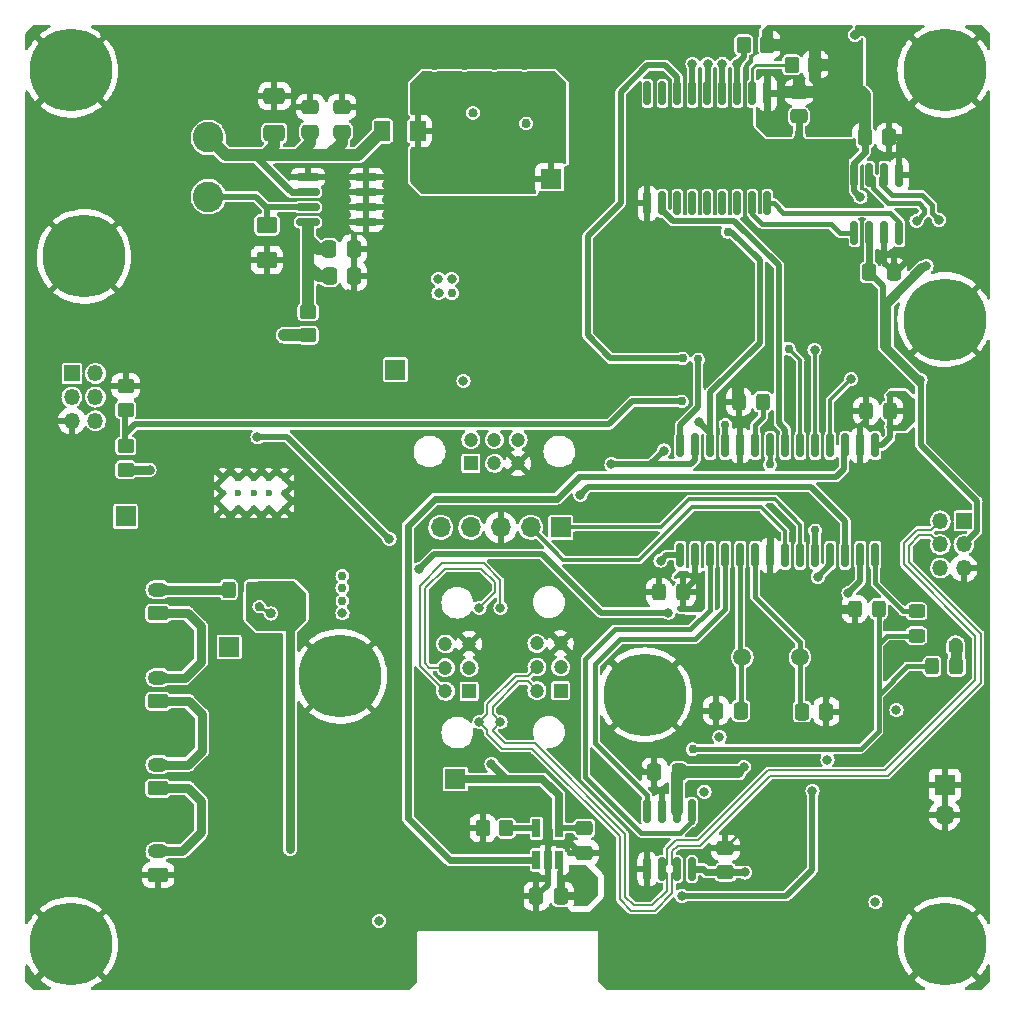
<source format=gbr>
G04 #@! TF.GenerationSoftware,KiCad,Pcbnew,(6.0.1)*
G04 #@! TF.CreationDate,2022-05-21T23:11:00-04:00*
G04 #@! TF.ProjectId,payload2020_papa_board,7061796c-6f61-4643-9230-32305f706170,rev?*
G04 #@! TF.SameCoordinates,Original*
G04 #@! TF.FileFunction,Copper,L4,Bot*
G04 #@! TF.FilePolarity,Positive*
%FSLAX46Y46*%
G04 Gerber Fmt 4.6, Leading zero omitted, Abs format (unit mm)*
G04 Created by KiCad (PCBNEW (6.0.1)) date 2022-05-21 23:11:00*
%MOMM*%
%LPD*%
G01*
G04 APERTURE LIST*
G04 Aperture macros list*
%AMRoundRect*
0 Rectangle with rounded corners*
0 $1 Rounding radius*
0 $2 $3 $4 $5 $6 $7 $8 $9 X,Y pos of 4 corners*
0 Add a 4 corners polygon primitive as box body*
4,1,4,$2,$3,$4,$5,$6,$7,$8,$9,$2,$3,0*
0 Add four circle primitives for the rounded corners*
1,1,$1+$1,$2,$3*
1,1,$1+$1,$4,$5*
1,1,$1+$1,$6,$7*
1,1,$1+$1,$8,$9*
0 Add four rect primitives between the rounded corners*
20,1,$1+$1,$2,$3,$4,$5,0*
20,1,$1+$1,$4,$5,$6,$7,0*
20,1,$1+$1,$6,$7,$8,$9,0*
20,1,$1+$1,$8,$9,$2,$3,0*%
G04 Aperture macros list end*
G04 #@! TA.AperFunction,ComponentPad*
%ADD10C,0.800000*%
G04 #@! TD*
G04 #@! TA.AperFunction,ComponentPad*
%ADD11C,7.000000*%
G04 #@! TD*
G04 #@! TA.AperFunction,ComponentPad*
%ADD12R,1.700000X1.700000*%
G04 #@! TD*
G04 #@! TA.AperFunction,ComponentPad*
%ADD13O,1.700000X1.700000*%
G04 #@! TD*
G04 #@! TA.AperFunction,ComponentPad*
%ADD14R,1.200000X1.200000*%
G04 #@! TD*
G04 #@! TA.AperFunction,ComponentPad*
%ADD15C,1.200000*%
G04 #@! TD*
G04 #@! TA.AperFunction,ComponentPad*
%ADD16C,0.600000*%
G04 #@! TD*
G04 #@! TA.AperFunction,ComponentPad*
%ADD17R,1.350000X1.350000*%
G04 #@! TD*
G04 #@! TA.AperFunction,ComponentPad*
%ADD18O,1.350000X1.350000*%
G04 #@! TD*
G04 #@! TA.AperFunction,SMDPad,CuDef*
%ADD19RoundRect,0.250000X-0.337500X-0.475000X0.337500X-0.475000X0.337500X0.475000X-0.337500X0.475000X0*%
G04 #@! TD*
G04 #@! TA.AperFunction,SMDPad,CuDef*
%ADD20RoundRect,0.250000X0.337500X0.475000X-0.337500X0.475000X-0.337500X-0.475000X0.337500X-0.475000X0*%
G04 #@! TD*
G04 #@! TA.AperFunction,SMDPad,CuDef*
%ADD21RoundRect,0.150000X-0.150000X0.825000X-0.150000X-0.825000X0.150000X-0.825000X0.150000X0.825000X0*%
G04 #@! TD*
G04 #@! TA.AperFunction,SMDPad,CuDef*
%ADD22RoundRect,0.250001X-0.624999X0.462499X-0.624999X-0.462499X0.624999X-0.462499X0.624999X0.462499X0*%
G04 #@! TD*
G04 #@! TA.AperFunction,ComponentPad*
%ADD23C,2.600000*%
G04 #@! TD*
G04 #@! TA.AperFunction,SMDPad,CuDef*
%ADD24RoundRect,0.250000X0.475000X-0.337500X0.475000X0.337500X-0.475000X0.337500X-0.475000X-0.337500X0*%
G04 #@! TD*
G04 #@! TA.AperFunction,SMDPad,CuDef*
%ADD25RoundRect,0.150000X-0.825000X-0.150000X0.825000X-0.150000X0.825000X0.150000X-0.825000X0.150000X0*%
G04 #@! TD*
G04 #@! TA.AperFunction,SMDPad,CuDef*
%ADD26RoundRect,0.250000X-0.475000X0.337500X-0.475000X-0.337500X0.475000X-0.337500X0.475000X0.337500X0*%
G04 #@! TD*
G04 #@! TA.AperFunction,SMDPad,CuDef*
%ADD27R,0.650000X1.560000*%
G04 #@! TD*
G04 #@! TA.AperFunction,ComponentPad*
%ADD28C,1.500000*%
G04 #@! TD*
G04 #@! TA.AperFunction,SMDPad,CuDef*
%ADD29RoundRect,0.150000X0.150000X-0.875000X0.150000X0.875000X-0.150000X0.875000X-0.150000X-0.875000X0*%
G04 #@! TD*
G04 #@! TA.AperFunction,SMDPad,CuDef*
%ADD30RoundRect,0.249999X0.350001X0.450001X-0.350001X0.450001X-0.350001X-0.450001X0.350001X-0.450001X0*%
G04 #@! TD*
G04 #@! TA.AperFunction,SMDPad,CuDef*
%ADD31RoundRect,0.150000X0.150000X-0.825000X0.150000X0.825000X-0.150000X0.825000X-0.150000X-0.825000X0*%
G04 #@! TD*
G04 #@! TA.AperFunction,SMDPad,CuDef*
%ADD32RoundRect,0.250000X0.325000X0.450000X-0.325000X0.450000X-0.325000X-0.450000X0.325000X-0.450000X0*%
G04 #@! TD*
G04 #@! TA.AperFunction,SMDPad,CuDef*
%ADD33RoundRect,0.250000X-0.325000X-0.450000X0.325000X-0.450000X0.325000X0.450000X-0.325000X0.450000X0*%
G04 #@! TD*
G04 #@! TA.AperFunction,SMDPad,CuDef*
%ADD34RoundRect,0.250000X-0.450000X0.325000X-0.450000X-0.325000X0.450000X-0.325000X0.450000X0.325000X0*%
G04 #@! TD*
G04 #@! TA.AperFunction,SMDPad,CuDef*
%ADD35RoundRect,0.250000X-0.650000X0.412500X-0.650000X-0.412500X0.650000X-0.412500X0.650000X0.412500X0*%
G04 #@! TD*
G04 #@! TA.AperFunction,SMDPad,CuDef*
%ADD36RoundRect,0.250000X0.450000X-0.350000X0.450000X0.350000X-0.450000X0.350000X-0.450000X-0.350000X0*%
G04 #@! TD*
G04 #@! TA.AperFunction,SMDPad,CuDef*
%ADD37RoundRect,0.250001X0.462499X0.624999X-0.462499X0.624999X-0.462499X-0.624999X0.462499X-0.624999X0*%
G04 #@! TD*
G04 #@! TA.AperFunction,ComponentPad*
%ADD38RoundRect,0.250000X0.625000X-0.350000X0.625000X0.350000X-0.625000X0.350000X-0.625000X-0.350000X0*%
G04 #@! TD*
G04 #@! TA.AperFunction,ComponentPad*
%ADD39O,1.750000X1.200000*%
G04 #@! TD*
G04 #@! TA.AperFunction,SMDPad,CuDef*
%ADD40RoundRect,0.250000X0.350000X0.450000X-0.350000X0.450000X-0.350000X-0.450000X0.350000X-0.450000X0*%
G04 #@! TD*
G04 #@! TA.AperFunction,ViaPad*
%ADD41C,0.800000*%
G04 #@! TD*
G04 #@! TA.AperFunction,ViaPad*
%ADD42C,0.762000*%
G04 #@! TD*
G04 #@! TA.AperFunction,Conductor*
%ADD43C,0.420000*%
G04 #@! TD*
G04 #@! TA.AperFunction,Conductor*
%ADD44C,0.500000*%
G04 #@! TD*
G04 #@! TA.AperFunction,Conductor*
%ADD45C,0.203200*%
G04 #@! TD*
G04 #@! TA.AperFunction,Conductor*
%ADD46C,0.250000*%
G04 #@! TD*
G04 #@! TA.AperFunction,Conductor*
%ADD47C,0.600000*%
G04 #@! TD*
G04 #@! TA.AperFunction,Conductor*
%ADD48C,0.800000*%
G04 #@! TD*
G04 #@! TA.AperFunction,Conductor*
%ADD49C,1.000000*%
G04 #@! TD*
G04 #@! TA.AperFunction,Conductor*
%ADD50C,0.400000*%
G04 #@! TD*
G04 #@! TA.AperFunction,Conductor*
%ADD51C,0.300000*%
G04 #@! TD*
G04 #@! TA.AperFunction,Conductor*
%ADD52C,0.700000*%
G04 #@! TD*
G04 #@! TA.AperFunction,Conductor*
%ADD53C,0.200000*%
G04 #@! TD*
G04 APERTURE END LIST*
D10*
X6976155Y-17923845D03*
X2495000Y-19780000D03*
X6976155Y-21636155D03*
X3263845Y-17923845D03*
X3263845Y-21636155D03*
X5120000Y-17155000D03*
D11*
X5120000Y-19780000D03*
D10*
X7745000Y-19780000D03*
X5120000Y-22405000D03*
X26800000Y-57965000D03*
X29425000Y-55340000D03*
D11*
X26800000Y-55340000D03*
D10*
X26800000Y-52715000D03*
X24943845Y-57196155D03*
X24943845Y-53483845D03*
X28656155Y-57196155D03*
X24175000Y-55340000D03*
X28656155Y-53483845D03*
D12*
X45491400Y-42717400D03*
D13*
X42951400Y-42717400D03*
X40411400Y-42717400D03*
X37871400Y-42717400D03*
X35331400Y-42717400D03*
D14*
X45475400Y-56542000D03*
D15*
X45475400Y-54542000D03*
X45475400Y-52542000D03*
X43475400Y-56542000D03*
X43475400Y-54542000D03*
X43475400Y-52542000D03*
D14*
X37728400Y-56592800D03*
D15*
X37728400Y-54592800D03*
X37728400Y-52592800D03*
X35728400Y-56592800D03*
X35728400Y-54592800D03*
X35728400Y-52592800D03*
D16*
X18201483Y-39826730D03*
X22101483Y-39826730D03*
X19501483Y-41126730D03*
X16901483Y-39826730D03*
X22101483Y-41126730D03*
X18201483Y-38526730D03*
X19501483Y-38526730D03*
X16901483Y-38526730D03*
X20801483Y-39826730D03*
X20801483Y-41126730D03*
X22101483Y-38526730D03*
X16901483Y-41126730D03*
X20801483Y-38526730D03*
X19501483Y-39826730D03*
X18201483Y-41126730D03*
D14*
X37878000Y-37291200D03*
D15*
X39878000Y-37291200D03*
X41878000Y-37291200D03*
X37878000Y-35291200D03*
X39878000Y-35291200D03*
X41878000Y-35291200D03*
D17*
X79619000Y-42168000D03*
D18*
X79619000Y-44168000D03*
X79619000Y-46168000D03*
X77619000Y-42168000D03*
X77619000Y-44168000D03*
X77619000Y-46168000D03*
D10*
X75375000Y-78020000D03*
X79856155Y-79876155D03*
X78000000Y-80645000D03*
X78000000Y-75395000D03*
X79856155Y-76163845D03*
X80625000Y-78020000D03*
X76143845Y-76163845D03*
D11*
X78000000Y-78020000D03*
D10*
X76143845Y-79876155D03*
X76143845Y-27006155D03*
X79856155Y-27006155D03*
X78000000Y-27775000D03*
X75375000Y-25150000D03*
X80625000Y-25150000D03*
X79856155Y-23293845D03*
X78000000Y-22525000D03*
X76143845Y-23293845D03*
D11*
X78000000Y-25130000D03*
X4000000Y-78020000D03*
D10*
X4000000Y-75395000D03*
X6625000Y-78020000D03*
X4000000Y-80645000D03*
X5856155Y-76163845D03*
X2143845Y-76163845D03*
X5856155Y-79876155D03*
X2143845Y-79876155D03*
X1375000Y-78020000D03*
D12*
X78000000Y-64520000D03*
D13*
X78000000Y-67060000D03*
D10*
X54456155Y-58756155D03*
X52600000Y-54275000D03*
X50743845Y-58756155D03*
X52600000Y-59525000D03*
X54456155Y-55043845D03*
X50743845Y-55043845D03*
X55225000Y-56900000D03*
X49975000Y-56900000D03*
D11*
X52600000Y-56900000D03*
D10*
X76143845Y-2163845D03*
D11*
X78000000Y-4020000D03*
D10*
X76143845Y-5876155D03*
X79856155Y-5876155D03*
X78000000Y-1395000D03*
X75375000Y-4020000D03*
X78000000Y-6645000D03*
X79856155Y-2163845D03*
X80625000Y-4020000D03*
D12*
X17411063Y-52856930D03*
X31496000Y-29357000D03*
D10*
X5856155Y-2163845D03*
X4000000Y-1395000D03*
X4000000Y-6645000D03*
X2143845Y-5876155D03*
X2143845Y-2163845D03*
X6625000Y-4020000D03*
X1375000Y-4020000D03*
D11*
X4000000Y-4020000D03*
D10*
X5856155Y-5876155D03*
D19*
X65913000Y-58313000D03*
X67988000Y-58313000D03*
D20*
X60731400Y-58236800D03*
X58656400Y-58236800D03*
D21*
X52793900Y-66709200D03*
X54063900Y-66709200D03*
X55333900Y-66709200D03*
X56603900Y-66709200D03*
X56603900Y-71659200D03*
X55333900Y-71659200D03*
X54063900Y-71659200D03*
X52793900Y-71659200D03*
D22*
X20610500Y-17111000D03*
X20610500Y-20086000D03*
D23*
X15657500Y-14712000D03*
X15657500Y-9712000D03*
D19*
X25911000Y-21443000D03*
X27986000Y-21443000D03*
X25889500Y-19157000D03*
X27964500Y-19157000D03*
D24*
X24293500Y-9207000D03*
X24293500Y-7132000D03*
D25*
X24092500Y-16871000D03*
X24092500Y-15601000D03*
X24092500Y-14331000D03*
X24092500Y-13061000D03*
X29042500Y-13061000D03*
X29042500Y-14331000D03*
X29042500Y-15601000D03*
X29042500Y-16871000D03*
D20*
X45509000Y-73934000D03*
X43434000Y-73934000D03*
D26*
X47488555Y-68177766D03*
X47488555Y-70252766D03*
D27*
X45334000Y-70886000D03*
X44384000Y-70886000D03*
X43434000Y-70886000D03*
X43434000Y-68186000D03*
X45334000Y-68186000D03*
D20*
X55499000Y-63443800D03*
X53424000Y-63443800D03*
D28*
X65735200Y-53715600D03*
X60855200Y-53715600D03*
D24*
X59425840Y-71919600D03*
X59425840Y-69844600D03*
D29*
X62992000Y-15287200D03*
X61722000Y-15287200D03*
X60452000Y-15287200D03*
X59182000Y-15287200D03*
X57912000Y-15287200D03*
X56642000Y-15287200D03*
X55372000Y-15287200D03*
X54102000Y-15287200D03*
X52832000Y-15287200D03*
X52832000Y-5987200D03*
X54102000Y-5987200D03*
X55372000Y-5987200D03*
X56642000Y-5987200D03*
X57912000Y-5987200D03*
X59182000Y-5987200D03*
X60452000Y-5987200D03*
X61722000Y-5987200D03*
X62992000Y-5987200D03*
D30*
X62986160Y-1853880D03*
X60986160Y-1853880D03*
D31*
X74168000Y-17811200D03*
X72898000Y-17811200D03*
X71628000Y-17811200D03*
X70358000Y-17811200D03*
X70358000Y-12861200D03*
X71628000Y-12861200D03*
X72898000Y-12861200D03*
X74168000Y-12861200D03*
D26*
X65656460Y-5859460D03*
X65656460Y-7934460D03*
D19*
X71242100Y-9689780D03*
X73317100Y-9689780D03*
X71607000Y-21136800D03*
X73682000Y-21136800D03*
D32*
X72412000Y-49635600D03*
X70362000Y-49635600D03*
X62596280Y-32079120D03*
X60546280Y-32079120D03*
D33*
X53801200Y-48213200D03*
X55851200Y-48213200D03*
D32*
X73377200Y-32871600D03*
X71327200Y-32871600D03*
X78995680Y-54481920D03*
X76945680Y-54481920D03*
D34*
X75612400Y-49829800D03*
X75612400Y-51879800D03*
D29*
X72122440Y-45075560D03*
X70852440Y-45075560D03*
X69582440Y-45075560D03*
X68312440Y-45075560D03*
X67042440Y-45075560D03*
X65772440Y-45075560D03*
X64502440Y-45075560D03*
X63232440Y-45075560D03*
X61962440Y-45075560D03*
X60692440Y-45075560D03*
X59422440Y-45075560D03*
X58152440Y-45075560D03*
X56882440Y-45075560D03*
X55612440Y-45075560D03*
X55612440Y-35775560D03*
X56882440Y-35775560D03*
X58152440Y-35775560D03*
X59422440Y-35775560D03*
X60692440Y-35775560D03*
X61962440Y-35775560D03*
X63232440Y-35775560D03*
X64502440Y-35775560D03*
X65772440Y-35775560D03*
X67042440Y-35775560D03*
X68312440Y-35775560D03*
X69582440Y-35775560D03*
X70852440Y-35775560D03*
X72122440Y-35775560D03*
D35*
X21245500Y-6204500D03*
X21245500Y-9329500D03*
D36*
X8658000Y-32754000D03*
X8658000Y-30754000D03*
D12*
X8650000Y-41800000D03*
X44704000Y-13228000D03*
D36*
X8658000Y-37834000D03*
X8658000Y-35834000D03*
D24*
X26960500Y-9207000D03*
X26960500Y-7132000D03*
D37*
X33364500Y-9164000D03*
X30389500Y-9164000D03*
D38*
X11400000Y-64800000D03*
D39*
X11400000Y-62800000D03*
D36*
X24099815Y-26457302D03*
X24099815Y-24457302D03*
D38*
X11400000Y-50000000D03*
D39*
X11400000Y-48000000D03*
D40*
X40882717Y-68193844D03*
X38882717Y-68193844D03*
X67046000Y-3560000D03*
X65046000Y-3560000D03*
D38*
X11400000Y-72150000D03*
D39*
X11400000Y-70150000D03*
D17*
X4096000Y-29688000D03*
D18*
X4096000Y-31688000D03*
X4096000Y-33688000D03*
X6096000Y-29688000D03*
X6096000Y-31688000D03*
X6096000Y-33688000D03*
D33*
X17375000Y-48000000D03*
X19425000Y-48000000D03*
D12*
X36576000Y-64028000D03*
D38*
X11400000Y-57450000D03*
D39*
X11400000Y-55450000D03*
D41*
X14475460Y-72371900D03*
X74465180Y-37751700D03*
D42*
X48828100Y-5833300D03*
D41*
X30480000Y-48889600D03*
X75409200Y-19578000D03*
X78000000Y-11180000D03*
X39878000Y-3576000D03*
X30988000Y-15641000D03*
X1778000Y-15514000D03*
X4340000Y-72140000D03*
X67586000Y-50042000D03*
X1800000Y-69600000D03*
X48260000Y-43962000D03*
X4340000Y-64520000D03*
X9420000Y-77220000D03*
X27178000Y-5481000D03*
D42*
X52825742Y-17660517D03*
X50822000Y-17631600D03*
D41*
X11960000Y-1020000D03*
X17018000Y-3576000D03*
X80540000Y-69600000D03*
X4340000Y-59440000D03*
X78000000Y-31500000D03*
X1778000Y-29484000D03*
X1800000Y-49280000D03*
D42*
X57273600Y-17733200D03*
D41*
X1800000Y-72140000D03*
D42*
X58650000Y-56860000D03*
X58442000Y-17707800D03*
D41*
X29740000Y-1020000D03*
X1800000Y-8640000D03*
X4340000Y-49280000D03*
X27178000Y-14244000D03*
X1778000Y-32024000D03*
X29464000Y-18181000D03*
X32258000Y-3576000D03*
X39900000Y-1020000D03*
X78000000Y-13720000D03*
X32131000Y-76073000D03*
X4340000Y-46740000D03*
D42*
X67990000Y-56900000D03*
X38060660Y-7625160D03*
D41*
X78000000Y-34040000D03*
X17040000Y-1020000D03*
X30988000Y-14371000D03*
X80540000Y-31500000D03*
X9420000Y-79760000D03*
X4318000Y-26690000D03*
X1778000Y-13482000D03*
X14478000Y-3576000D03*
X80540000Y-16260000D03*
X19580000Y-1020000D03*
X70380000Y-79760000D03*
X25908000Y-14244000D03*
X32280000Y-1020000D03*
X78000000Y-8640000D03*
X4318000Y-15514000D03*
X14500000Y-1020000D03*
X4318000Y-24404000D03*
X4340000Y-11180000D03*
D42*
X22465863Y-43420730D03*
X53797200Y-46603600D03*
D41*
X27178000Y-15514000D03*
X80540000Y-13720000D03*
X80540000Y-11180000D03*
X52600000Y-79760000D03*
X80540000Y-67060000D03*
X52600000Y-77220000D03*
X1778000Y-26690000D03*
X11938000Y-3576000D03*
X14782800Y-49397600D03*
X9398000Y-3576000D03*
X22098000Y-3576000D03*
X78000000Y-69600000D03*
X4340000Y-67060000D03*
D42*
X74648060Y-9669460D03*
D41*
X80540000Y-8640000D03*
X37360000Y-1020000D03*
D42*
X63268000Y-42980800D03*
D41*
X1800000Y-34040000D03*
X21209000Y-4592000D03*
X4340000Y-56900000D03*
D42*
X19976463Y-49427930D03*
D41*
X1800000Y-59440000D03*
X4340000Y-51820000D03*
X80540000Y-36580000D03*
X1800000Y-46740000D03*
X70380000Y-1020000D03*
X4340000Y-61980000D03*
X1800000Y-39120000D03*
X49784000Y-30754000D03*
D42*
X65300000Y-72038400D03*
D41*
X80540000Y-59440000D03*
X80540000Y-72140000D03*
X4340000Y-69600000D03*
X30835600Y-47060800D03*
X29718000Y-3576000D03*
X30988000Y-16911000D03*
X1778000Y-24404000D03*
X60220000Y-79760000D03*
X80540000Y-18800000D03*
X78000000Y-72140000D03*
X1800000Y-44200000D03*
X37338000Y-3576000D03*
X4318000Y-36596000D03*
X50350000Y-64525000D03*
X27178000Y-16784000D03*
X24638000Y-3576000D03*
X1800000Y-56900000D03*
X27178000Y-3576000D03*
X27178000Y-12974000D03*
X9420000Y-1020000D03*
X32280000Y-79760000D03*
X1800000Y-61980000D03*
X34798000Y-3576000D03*
X80540000Y-39120000D03*
X1800000Y-54360000D03*
X25908000Y-12974000D03*
X67840000Y-77220000D03*
X1800000Y-64520000D03*
X57680000Y-79760000D03*
X27508200Y-22981600D03*
X30988000Y-12974000D03*
X42440000Y-1020000D03*
X67840000Y-79760000D03*
D42*
X48815400Y-6811200D03*
D41*
X42418000Y-3576000D03*
X80540000Y-28960000D03*
D42*
X78939800Y-51337400D03*
X12954000Y-73939080D03*
D41*
X19558000Y-3576000D03*
X1800000Y-51820000D03*
X22120000Y-1020000D03*
X1800000Y-11180000D03*
X78000000Y-36580000D03*
D42*
X42553060Y-8523560D03*
D41*
X70380000Y-77220000D03*
X78000000Y-61980000D03*
X34820000Y-1020000D03*
X60600000Y-68650000D03*
X80540000Y-61980000D03*
X29740000Y-79760000D03*
X25908000Y-15514000D03*
X4340000Y-54360000D03*
X51689000Y-62631000D03*
X1800000Y-41660000D03*
X27200000Y-1020000D03*
D42*
X34270660Y-26433340D03*
D41*
X1800000Y-36580000D03*
X78000000Y-18800000D03*
X24660000Y-1020000D03*
X4340000Y-44200000D03*
X72920000Y-1020000D03*
X4318000Y-13482000D03*
D42*
X51711000Y-17631600D03*
D41*
X60553600Y-30347600D03*
X4340000Y-8640000D03*
X19558000Y-5608000D03*
D42*
X49196400Y-69616000D03*
D41*
X4318000Y-39136000D03*
D42*
X14893063Y-35162530D03*
D41*
X25908000Y-16784000D03*
D42*
X50949000Y-80852200D03*
D41*
X11960000Y-79760000D03*
X4318000Y-41676000D03*
X38862000Y-69616000D03*
X1800000Y-67060000D03*
X80540000Y-21340000D03*
X80540000Y-64520000D03*
X20929600Y-50007200D03*
X8636000Y-27756800D03*
D42*
X65653920Y-9638980D03*
D41*
X20574000Y-21610000D03*
X62760000Y-79760000D03*
X24638000Y-5481000D03*
X6880000Y-1020000D03*
X11960000Y-77220000D03*
X80540000Y-34040000D03*
X17830800Y-24861200D03*
D42*
X56650000Y-61500000D03*
D41*
X22047200Y-26436000D03*
X10674000Y-37834000D03*
X72136000Y-74442000D03*
X57650000Y-65100000D03*
X35150000Y-22900000D03*
X61058200Y-71936800D03*
X67332000Y-5338000D03*
D42*
X36275000Y-22900000D03*
D41*
X68072000Y-62377000D03*
X70866000Y-14752000D03*
D42*
X56918000Y-49534000D03*
X69839840Y-5795960D03*
D41*
X73914000Y-58186000D03*
X36250000Y-21675000D03*
X58928000Y-60472000D03*
D42*
X75118847Y-32844667D03*
D41*
X78943200Y-52648800D03*
X35125000Y-21675000D03*
D42*
X22577200Y-69950520D03*
X26998703Y-46831290D03*
X27003783Y-48949650D03*
D41*
X27003783Y-49995210D03*
D42*
X26998703Y-47847290D03*
D41*
X39878000Y-5100000D03*
X37250080Y-30322080D03*
X60982000Y-62996000D03*
X47550000Y-73625000D03*
X30125000Y-76025000D03*
X42418000Y-5100000D03*
X76454000Y-20594000D03*
X75946000Y-30246000D03*
X37338000Y-5100000D03*
X34798000Y-5100000D03*
X66976400Y-27690000D03*
D42*
X64792000Y-27588400D03*
D41*
X70075200Y-30179200D03*
D42*
X57121200Y-28502800D03*
D41*
X60452000Y-3454080D03*
X69850000Y-48280000D03*
X66802000Y-65044000D03*
X55753000Y-73934000D03*
X47150000Y-39950000D03*
D42*
X55800400Y-28401200D03*
X63217200Y-37389040D03*
D41*
X59182000Y-3461700D03*
X57172000Y-33786000D03*
D42*
X59610400Y-17682400D03*
D41*
X53940000Y-45527900D03*
X77520800Y-16682400D03*
X75615800Y-16784000D03*
X57917080Y-3469320D03*
D42*
X59432600Y-34027300D03*
X55749600Y-32058800D03*
X67027200Y-42980800D03*
D41*
X49784000Y-37358000D03*
X54229000Y-36215000D03*
X56639460Y-3484560D03*
X67250000Y-46900000D03*
X33528000Y-46248000D03*
X30988000Y-43708000D03*
X54610000Y-49931000D03*
X19812000Y-35072000D03*
X39624000Y-62758000D03*
X40386000Y-59202000D03*
X40386000Y-49550000D03*
X38608000Y-49550000D03*
X38608000Y-59202000D03*
D43*
X54063900Y-66709200D02*
X54063900Y-65272700D01*
D44*
X74168000Y-10149520D02*
X74627740Y-9689780D01*
X44384000Y-72984000D02*
X43434000Y-73934000D01*
D45*
X52832000Y-17654259D02*
X52825742Y-17660517D01*
D44*
X72898000Y-17811200D02*
X72898000Y-20352800D01*
D46*
X59425840Y-69824160D02*
X60600000Y-68650000D01*
D47*
X73317100Y-9689780D02*
X74627740Y-9689780D01*
D44*
X71327200Y-32871600D02*
X71327200Y-33702400D01*
D43*
X53424000Y-63443800D02*
X52501800Y-63443800D01*
D44*
X46281511Y-69415511D02*
X44650489Y-69415511D01*
D48*
X70362000Y-49635600D02*
X67992400Y-49635600D01*
D44*
X8658000Y-27778800D02*
X8636000Y-27756800D01*
D43*
X53424000Y-64632800D02*
X53424000Y-63443800D01*
D45*
X60532100Y-30369100D02*
X60553600Y-30347600D01*
D44*
X70852440Y-34177160D02*
X70852440Y-35775560D01*
X47118766Y-70252766D02*
X46281511Y-69415511D01*
D49*
X60532100Y-32049400D02*
X60532100Y-30369100D01*
D44*
X44650489Y-69415511D02*
X44384000Y-69682000D01*
X8658000Y-30754000D02*
X8658000Y-27778800D01*
X52832000Y-15287200D02*
X52832000Y-17654259D01*
X73850400Y-21136800D02*
X75409200Y-19578000D01*
X72898000Y-20352800D02*
X73682000Y-21136800D01*
D45*
X74627740Y-9689780D02*
X74648060Y-9669460D01*
D44*
X73682000Y-21136800D02*
X73850400Y-21136800D01*
X47488555Y-70252766D02*
X47118766Y-70252766D01*
X44384000Y-70886000D02*
X44384000Y-72984000D01*
D43*
X54063900Y-65272700D02*
X53424000Y-64632800D01*
X52501800Y-63443800D02*
X51689000Y-62631000D01*
D48*
X67992400Y-49635600D02*
X67586000Y-50042000D01*
D47*
X65653920Y-9638980D02*
X65653920Y-7937000D01*
D46*
X59425840Y-69844600D02*
X59425840Y-69824160D01*
D45*
X65653920Y-7937000D02*
X65656460Y-7934460D01*
D44*
X71327200Y-33702400D02*
X70852440Y-34177160D01*
X44384000Y-69682000D02*
X44384000Y-70886000D01*
X63268000Y-42980800D02*
X63268000Y-45040000D01*
X74168000Y-12861200D02*
X74168000Y-10149520D01*
D50*
X70872000Y-61488000D02*
X56648000Y-61488000D01*
X76945680Y-54481920D02*
X74830080Y-54481920D01*
X74830080Y-54481920D02*
X72412000Y-56900000D01*
X73114200Y-51879800D02*
X72412000Y-52582000D01*
X72412000Y-52582000D02*
X72412000Y-56900000D01*
X72412000Y-56900000D02*
X72412000Y-59948000D01*
X75612400Y-51879800D02*
X73114200Y-51879800D01*
X72412000Y-59948000D02*
X70872000Y-61488000D01*
X72412000Y-49635600D02*
X72412000Y-52582000D01*
D49*
X24099815Y-26457302D02*
X22068502Y-26457302D01*
D44*
X22068502Y-26457302D02*
X22047200Y-26436000D01*
D48*
X8658000Y-37834000D02*
X10674000Y-37834000D01*
D43*
X61925200Y-48610200D02*
X61925200Y-47568800D01*
X65735200Y-53715600D02*
X65735200Y-52420200D01*
X61925200Y-45193300D02*
X61925200Y-47568800D01*
X65735200Y-58135200D02*
X65913000Y-58313000D01*
X65735200Y-52420200D02*
X61925200Y-48610200D01*
X65735200Y-53715600D02*
X65735200Y-58135200D01*
X60655200Y-53515600D02*
X60855200Y-53715600D01*
X60655200Y-45193300D02*
X60655200Y-53515600D01*
X60731400Y-53839400D02*
X60855200Y-53715600D01*
X60731400Y-58236800D02*
X60731400Y-53839400D01*
D49*
X71242100Y-6144120D02*
X71242100Y-9689780D01*
D44*
X72122440Y-35775560D02*
X72708440Y-35775560D01*
X70358000Y-12861200D02*
X70358000Y-14244000D01*
D47*
X78943200Y-52648800D02*
X78943200Y-54471000D01*
X71242100Y-10964680D02*
X71242100Y-9689780D01*
X70358000Y-12861200D02*
X70358000Y-11848780D01*
X70358000Y-11848780D02*
X71242100Y-10964680D01*
X56603900Y-71659200D02*
X57554900Y-71659200D01*
D44*
X56882440Y-45075560D02*
X56882440Y-47181960D01*
D49*
X69839840Y-5795960D02*
X70893940Y-5795960D01*
D45*
X61041000Y-71919600D02*
X61058200Y-71936800D01*
D44*
X73377200Y-35106800D02*
X73377200Y-32871600D01*
D45*
X55851200Y-48213200D02*
X55851200Y-47603600D01*
D47*
X59425840Y-71919600D02*
X61041000Y-71919600D01*
D49*
X70893940Y-5795960D02*
X71242100Y-6144120D01*
D44*
X70358000Y-14244000D02*
X70866000Y-14752000D01*
D47*
X57554900Y-71659200D02*
X57815300Y-71919600D01*
X57815300Y-71919600D02*
X59425840Y-71919600D01*
D44*
X72708440Y-35775560D02*
X73377200Y-35106800D01*
X56882440Y-47181960D02*
X55851200Y-48213200D01*
D48*
X22577200Y-52531200D02*
X22577200Y-69950520D01*
X22577200Y-50177200D02*
X22577200Y-52531200D01*
X19425000Y-48000000D02*
X20400000Y-48000000D01*
X20400000Y-48000000D02*
X22577200Y-50177200D01*
X11400000Y-48000000D02*
X17375000Y-48000000D01*
D51*
X42951400Y-42717400D02*
X45720000Y-45486000D01*
X52126800Y-45486000D02*
X53082600Y-44530200D01*
X56613200Y-40999600D02*
X55084121Y-42528679D01*
X64502440Y-43046840D02*
X64284000Y-42828400D01*
X55084121Y-42528679D02*
X53082600Y-44530200D01*
X62455200Y-40999600D02*
X63984279Y-42528679D01*
X45720000Y-45486000D02*
X52126800Y-45486000D01*
X63984279Y-42528679D02*
X64284000Y-42828400D01*
X62455200Y-40999600D02*
X56613200Y-40999600D01*
X64502440Y-45075560D02*
X64502440Y-43046840D01*
X53960680Y-42717400D02*
X54718360Y-41959720D01*
X56338880Y-40339200D02*
X54718360Y-41959720D01*
X65772440Y-42488040D02*
X63623600Y-40339200D01*
X63623600Y-40339200D02*
X56338880Y-40339200D01*
D45*
X65772440Y-42538840D02*
X65772440Y-42488040D01*
D51*
X65772440Y-43498960D02*
X65772440Y-45075560D01*
X65772440Y-42538840D02*
X65772440Y-43498960D01*
X45491400Y-42717400D02*
X53960680Y-42717400D01*
D44*
X69469000Y-37739000D02*
X68767500Y-38440500D01*
D47*
X32537400Y-67317400D02*
X36130000Y-70910000D01*
X32537400Y-42571000D02*
X32537400Y-67317400D01*
D44*
X69582440Y-35775560D02*
X69469000Y-35889000D01*
D47*
X34820000Y-40288400D02*
X32537400Y-42571000D01*
X47056500Y-38440500D02*
X45208600Y-40288400D01*
X36130000Y-70910000D02*
X43210000Y-70910000D01*
D44*
X68767500Y-38440500D02*
X47056500Y-38440500D01*
X69469000Y-35889000D02*
X69469000Y-37739000D01*
D47*
X45208600Y-40288400D02*
X34820000Y-40288400D01*
D44*
X75946000Y-30246000D02*
X75949358Y-30249358D01*
X72771000Y-23769000D02*
X72851570Y-23769000D01*
X72771000Y-27452000D02*
X72771000Y-24785000D01*
X72771000Y-23769000D02*
X72771000Y-22300800D01*
X73215500Y-27896500D02*
X72771000Y-27452000D01*
X73279000Y-23769000D02*
X72771000Y-24277000D01*
D49*
X55333900Y-63608900D02*
X55499000Y-63443800D01*
D44*
X80743511Y-40524902D02*
X75949358Y-35730749D01*
X72771000Y-22300800D02*
X71607000Y-21136800D01*
X75949358Y-30630358D02*
X73215500Y-27896500D01*
X73279000Y-23769000D02*
X72771000Y-23769000D01*
X72771000Y-24785000D02*
X72771000Y-23769000D01*
D49*
X55499000Y-63443800D02*
X60534200Y-63443800D01*
D44*
X72851570Y-23769000D02*
X76026570Y-20594000D01*
X73215500Y-27515500D02*
X75946000Y-30246000D01*
X60534200Y-63443800D02*
X60982000Y-62996000D01*
X75949358Y-35730749D02*
X75949358Y-30630358D01*
X73215500Y-27515500D02*
X73215500Y-27896500D01*
D47*
X71628000Y-17811200D02*
X71628000Y-20533040D01*
D44*
X79619000Y-44168000D02*
X80743511Y-43043489D01*
X76454000Y-20594000D02*
X73279000Y-23769000D01*
X72771000Y-24277000D02*
X72771000Y-24785000D01*
D49*
X55333900Y-66709200D02*
X55333900Y-63608900D01*
D44*
X75949358Y-30249358D02*
X75949358Y-30630358D01*
X80743511Y-43043489D02*
X80743511Y-40524902D01*
X73279000Y-23769000D02*
X73215500Y-23832500D01*
X73215500Y-23832500D02*
X73215500Y-27515500D01*
X76026570Y-20594000D02*
X76454000Y-20594000D01*
D51*
X67005200Y-27718800D02*
X66976400Y-27690000D01*
X67005200Y-29379860D02*
X67005200Y-27718800D01*
X67005200Y-35593300D02*
X67005200Y-29379860D01*
X65772440Y-35775560D02*
X65772440Y-28568840D01*
X65772440Y-28568840D02*
X64792000Y-27588400D01*
X70075200Y-30179200D02*
X68275200Y-31979200D01*
X68275200Y-31979200D02*
X68275200Y-32341600D01*
X68275200Y-35593300D02*
X68275200Y-32341600D01*
D44*
X57121200Y-32566800D02*
X55612440Y-34075560D01*
X60986160Y-1853880D02*
X60986160Y-2919920D01*
X60452000Y-5987200D02*
X60452000Y-3454080D01*
X60986160Y-2919920D02*
X60452000Y-3454080D01*
X55612440Y-34075560D02*
X55612440Y-35775560D01*
X57121200Y-28502800D02*
X57121200Y-32566800D01*
X66802000Y-71710921D02*
X66802000Y-65044000D01*
X70852440Y-45075560D02*
X70852440Y-47277560D01*
X70852440Y-47277560D02*
X69850000Y-48280000D01*
X55753000Y-73934000D02*
X64578921Y-73934000D01*
X64578921Y-73934000D02*
X66802000Y-71710921D01*
X66675000Y-39263000D02*
X47837000Y-39263000D01*
X47837000Y-39263000D02*
X47150000Y-39950000D01*
X69582440Y-42170440D02*
X66675000Y-39263000D01*
X69582440Y-45075560D02*
X69582440Y-42170440D01*
X52812600Y-3601400D02*
X54356000Y-3601400D01*
X55851760Y-28400000D02*
X49748240Y-28400000D01*
X47767240Y-18044760D02*
X50568000Y-15244000D01*
D43*
X63217200Y-37389040D02*
X63217200Y-35790800D01*
D44*
X49696880Y-28401200D02*
X47767240Y-26471560D01*
X55372000Y-4617400D02*
X55372000Y-5987200D01*
X50568000Y-15244000D02*
X50568000Y-5846000D01*
X54356000Y-3601400D02*
X55372000Y-4617400D01*
X47767240Y-26471560D02*
X47767240Y-18044760D01*
X50568000Y-5846000D02*
X52812600Y-3601400D01*
X62353600Y-20120800D02*
X59915200Y-17682400D01*
X58152440Y-34766440D02*
X58152440Y-35775560D01*
X59182000Y-3461700D02*
X59182000Y-5987200D01*
X58152440Y-31281560D02*
X62353600Y-27080400D01*
X58152440Y-35775560D02*
X58152440Y-31281560D01*
X59915200Y-17682400D02*
X59610400Y-17682400D01*
X62353600Y-27080400D02*
X62353600Y-20120800D01*
X57172000Y-33786000D02*
X58152440Y-34766440D01*
X54973671Y-16761720D02*
X60175720Y-16761720D01*
X54102000Y-15287200D02*
X54102000Y-15890049D01*
X63961489Y-33882489D02*
X64516000Y-34437000D01*
X60175720Y-16761720D02*
X63961489Y-20547489D01*
X64516000Y-34437000D02*
X64516000Y-35762000D01*
X54102000Y-15890049D02*
X54973671Y-16761720D01*
X63961489Y-20547489D02*
X63961489Y-33882489D01*
X55612440Y-45075560D02*
X54392340Y-45075560D01*
X54392340Y-45075560D02*
X53940000Y-45527900D01*
D43*
X61722000Y-15287200D02*
X61722000Y-16047400D01*
X62534800Y-17012600D02*
X68351400Y-17012600D01*
X69150000Y-17811200D02*
X70358000Y-17811200D01*
X61722000Y-16199800D02*
X62534800Y-17012600D01*
X68351400Y-17012600D02*
X69150000Y-17811200D01*
X61722000Y-15287200D02*
X61722000Y-16199800D01*
X74168000Y-17811200D02*
X74168000Y-16836200D01*
X74168000Y-16836200D02*
X73404600Y-16072800D01*
X63552600Y-15287200D02*
X62992000Y-15287200D01*
X64338200Y-16072800D02*
X63552600Y-15287200D01*
X73404600Y-16072800D02*
X64338200Y-16072800D01*
X47574200Y-63850200D02*
X52324000Y-68600000D01*
X56460800Y-51362800D02*
X58115200Y-49708400D01*
X55575200Y-68600000D02*
X56603900Y-67571300D01*
X50110800Y-51362800D02*
X56460800Y-51362800D01*
X47574200Y-54045800D02*
X47574200Y-63850200D01*
X56603900Y-67684200D02*
X56603900Y-66709200D01*
D45*
X47574200Y-54045800D02*
X47574200Y-53899400D01*
D43*
X58115200Y-45193300D02*
X58115200Y-47086200D01*
X52324000Y-68600000D02*
X55575200Y-68600000D01*
X47574200Y-53899400D02*
X50110800Y-51362800D01*
X58115200Y-49708400D02*
X58115200Y-47086200D01*
X56603900Y-67571300D02*
X56603900Y-66709200D01*
X48361600Y-60954600D02*
X48361600Y-60294200D01*
X52793900Y-66709200D02*
X52793900Y-65386900D01*
X50511200Y-52175600D02*
X48361600Y-54325200D01*
X59385200Y-48229200D02*
X59385200Y-49657600D01*
X59385200Y-45193300D02*
X59385200Y-48229200D01*
X56867200Y-52175600D02*
X50511200Y-52175600D01*
X52793900Y-65386900D02*
X48361600Y-60954600D01*
X59385200Y-49657600D02*
X56867200Y-52175600D01*
X48361600Y-60294200D02*
X48361600Y-54325200D01*
X76954100Y-16115700D02*
X77520800Y-16682400D01*
X76954100Y-15464138D02*
X76954100Y-16115700D01*
X72598000Y-13161200D02*
X72598000Y-13673438D01*
X72898000Y-12861200D02*
X72598000Y-13161200D01*
X72598000Y-13673438D02*
X73493962Y-14569400D01*
X76059362Y-14569400D02*
X76954100Y-15464138D01*
X73493962Y-14569400D02*
X76059362Y-14569400D01*
X76284100Y-15741662D02*
X76284100Y-16115700D01*
X75781838Y-15239400D02*
X76284100Y-15741662D01*
X76284100Y-16115700D02*
X75615800Y-16784000D01*
X71928000Y-13161200D02*
X71928000Y-13950962D01*
X73216438Y-15239400D02*
X75781838Y-15239400D01*
X71628000Y-12861200D02*
X71928000Y-13161200D01*
X71928000Y-13950962D02*
X73216438Y-15239400D01*
D44*
X59422440Y-35775560D02*
X59422440Y-34037460D01*
D45*
X59422440Y-34037460D02*
X59432600Y-34027300D01*
D44*
X57917080Y-3469320D02*
X57917080Y-5982120D01*
D45*
X67042440Y-42996040D02*
X67027200Y-42980800D01*
D44*
X49575290Y-34000220D02*
X9459780Y-34000220D01*
X8636000Y-33979800D02*
X8636000Y-32786000D01*
X9459780Y-34000220D02*
X8636000Y-34824000D01*
X55749600Y-32058800D02*
X51516710Y-32058800D01*
X51516710Y-32058800D02*
X49575290Y-34000220D01*
X67042440Y-45075560D02*
X67042440Y-42996040D01*
X8636000Y-34510760D02*
X8636000Y-33979800D01*
X8636000Y-35789800D02*
X8636000Y-34824000D01*
X8636000Y-34824000D02*
X8636000Y-34510760D01*
D43*
X62596280Y-33396000D02*
X62596280Y-32079120D01*
X61962440Y-34029840D02*
X62596280Y-33396000D01*
X61962440Y-35775560D02*
X61962440Y-34029840D01*
D50*
X75612400Y-49829800D02*
X74485800Y-49829800D01*
X74059080Y-49403080D02*
X72122440Y-47466440D01*
X74485800Y-49829800D02*
X74059080Y-49403080D01*
X72122440Y-47466440D02*
X72122440Y-45075560D01*
D44*
X56642000Y-3487100D02*
X56639460Y-3484560D01*
X56515000Y-37358000D02*
X56882440Y-36990560D01*
X56642000Y-5987200D02*
X56642000Y-3487100D01*
X56882440Y-35775560D02*
X56882440Y-36990560D01*
X53086000Y-37358000D02*
X54229000Y-36215000D01*
X53086000Y-37358000D02*
X56515000Y-37358000D01*
X49784000Y-37358000D02*
X53086000Y-37358000D01*
X34798000Y-44978000D02*
X33528000Y-46248000D01*
X54610000Y-49931000D02*
X48895000Y-49931000D01*
X68312440Y-45075560D02*
X68312440Y-45837560D01*
X48895000Y-49931000D02*
X44196000Y-45232000D01*
X22352000Y-35072000D02*
X30988000Y-43708000D01*
X43942000Y-44978000D02*
X34798000Y-44978000D01*
X68312440Y-45837560D02*
X67250000Y-46900000D01*
X44196000Y-45232000D02*
X43942000Y-44978000D01*
X19812000Y-35072000D02*
X22352000Y-35072000D01*
D48*
X15000000Y-51100000D02*
X15000000Y-54100000D01*
X13900000Y-50000000D02*
X15000000Y-51100000D01*
X13650000Y-55450000D02*
X11400000Y-55450000D01*
X11400000Y-50000000D02*
X13900000Y-50000000D01*
X15000000Y-54100000D02*
X13650000Y-55450000D01*
X13950000Y-62800000D02*
X11400000Y-62800000D01*
X11400000Y-57450000D02*
X14000000Y-57450000D01*
X14000000Y-57450000D02*
X15100000Y-58550000D01*
X15100000Y-61650000D02*
X13950000Y-62800000D01*
X15100000Y-58550000D02*
X15100000Y-61650000D01*
X15050000Y-65900000D02*
X15050000Y-68538023D01*
X15050000Y-68538023D02*
X13438023Y-70150000D01*
X11400000Y-64800000D02*
X13950000Y-64800000D01*
X13950000Y-64800000D02*
X15050000Y-65900000D01*
X13438023Y-70150000D02*
X11400000Y-70150000D01*
D46*
X61722000Y-3836000D02*
X61998000Y-3560000D01*
X61722000Y-5987200D02*
X61722000Y-3836000D01*
X61998000Y-3560000D02*
X65046000Y-3560000D01*
D44*
X24099815Y-23166315D02*
X24092500Y-23159000D01*
D49*
X24904000Y-19157000D02*
X24092500Y-18345500D01*
X25911000Y-21443000D02*
X24979000Y-21443000D01*
X24092500Y-20556500D02*
X24092500Y-18345500D01*
X25889500Y-19157000D02*
X24904000Y-19157000D01*
X24979000Y-21443000D02*
X24092500Y-20556500D01*
X24092500Y-18345500D02*
X24092500Y-17175000D01*
X24099815Y-24457302D02*
X24099815Y-23166315D01*
X24092500Y-23159000D02*
X24092500Y-20556500D01*
X25908000Y-11196000D02*
X28357500Y-11196000D01*
D47*
X24092500Y-14331000D02*
X22693000Y-14331000D01*
D49*
X17141500Y-11196000D02*
X19558000Y-11196000D01*
X23241000Y-11196000D02*
X25908000Y-11196000D01*
X24293500Y-10143500D02*
X23241000Y-11196000D01*
X24293500Y-9207000D02*
X24293500Y-10143500D01*
X21245500Y-9329500D02*
X21245500Y-10397500D01*
X26960500Y-10143500D02*
X25908000Y-11196000D01*
X20447000Y-11196000D02*
X23241000Y-11196000D01*
X26960500Y-9207000D02*
X26960500Y-10143500D01*
D47*
X22693000Y-14331000D02*
X19558000Y-11196000D01*
D49*
X15657500Y-9712000D02*
X17141500Y-11196000D01*
X28357500Y-11196000D02*
X30389500Y-9164000D01*
X19558000Y-11196000D02*
X20447000Y-11196000D01*
X21245500Y-10397500D02*
X20447000Y-11196000D01*
D44*
X24092500Y-15601000D02*
X20650500Y-15601000D01*
X19681500Y-14712000D02*
X15657500Y-14712000D01*
X20610500Y-15641000D02*
X19681500Y-14712000D01*
X20610500Y-17111000D02*
X20610500Y-15641000D01*
X20650500Y-15601000D02*
X20610500Y-15641000D01*
X43426156Y-68193844D02*
X43434000Y-68186000D01*
X40882717Y-68193844D02*
X43426156Y-68193844D01*
D52*
X45334000Y-68186000D02*
X45334000Y-65420000D01*
X40894000Y-64028000D02*
X39624000Y-62758000D01*
D44*
X45342234Y-68177766D02*
X45334000Y-68186000D01*
D52*
X43942000Y-64028000D02*
X40894000Y-64028000D01*
X40894000Y-64028000D02*
X36576000Y-64028000D01*
X45334000Y-65420000D02*
X43942000Y-64028000D01*
D44*
X47488555Y-68177766D02*
X45342234Y-68177766D01*
D45*
X80598400Y-51918862D02*
X74523400Y-45843862D01*
D53*
X35466800Y-45769000D02*
X38955200Y-45769000D01*
X40386000Y-47199800D02*
X40386000Y-49550000D01*
X50924993Y-68660793D02*
X43273200Y-61009000D01*
D45*
X54472300Y-69957238D02*
X55206138Y-69223400D01*
D53*
X41853199Y-55767001D02*
X39722001Y-57898199D01*
X39722001Y-59865999D02*
X40386000Y-59202000D01*
X33557000Y-47678800D02*
X35466800Y-45769000D01*
X40733200Y-61009000D02*
X39722001Y-59997801D01*
X39722001Y-57898199D02*
X39722001Y-58538001D01*
X43475400Y-56542000D02*
X42700401Y-55767001D01*
D45*
X80598400Y-55681138D02*
X80598400Y-51918862D01*
D53*
X33557000Y-54421400D02*
X33557000Y-47678800D01*
D45*
X75663138Y-42941400D02*
X76845600Y-42941400D01*
X55206138Y-69223400D02*
X57131138Y-69223400D01*
D53*
X54063900Y-71659200D02*
X54473899Y-72069199D01*
X50924993Y-73994793D02*
X50924993Y-68660793D01*
X43273200Y-61009000D02*
X40733200Y-61009000D01*
D45*
X63056138Y-63298400D02*
X72981138Y-63298400D01*
D53*
X42700401Y-55767001D02*
X41853199Y-55767001D01*
D45*
X57131138Y-69223400D02*
X63056138Y-63298400D01*
D53*
X39722001Y-59997801D02*
X39722001Y-59865999D01*
X51655200Y-74725000D02*
X50924993Y-73994793D01*
X39722001Y-58538001D02*
X40386000Y-59202000D01*
D45*
X54063900Y-71659200D02*
X54472300Y-71250800D01*
X54472300Y-71250800D02*
X54472300Y-69957238D01*
D53*
X35728400Y-56592800D02*
X33557000Y-54421400D01*
D45*
X72981138Y-63298400D02*
X80598400Y-55681138D01*
D53*
X54473899Y-72069199D02*
X54473899Y-73497901D01*
D45*
X76845600Y-42941400D02*
X77619000Y-42168000D01*
X74523400Y-45843862D02*
X74523400Y-44081138D01*
D53*
X38955200Y-45769000D02*
X40386000Y-47199800D01*
D45*
X74523400Y-44081138D02*
X75663138Y-42941400D01*
D53*
X53246800Y-74725000D02*
X51655200Y-74725000D01*
X54473899Y-73497901D02*
X53246800Y-74725000D01*
D45*
X55393862Y-69676600D02*
X57318862Y-69676600D01*
D53*
X39935999Y-48222001D02*
X38608000Y-49550000D01*
X39271999Y-60184199D02*
X39271999Y-59865999D01*
X53433200Y-75175000D02*
X51468800Y-75175000D01*
X41666801Y-55316999D02*
X39271999Y-57711801D01*
X43475400Y-54542000D02*
X42700401Y-55316999D01*
X35728400Y-54592800D02*
X34364797Y-54592800D01*
X50474993Y-74181193D02*
X50474993Y-68847193D01*
D45*
X57318862Y-69676600D02*
X63243862Y-63751600D01*
X81051600Y-55868862D02*
X81051600Y-51731138D01*
D53*
X50474993Y-68847193D02*
X43086800Y-61459000D01*
X39271999Y-58538001D02*
X38608000Y-59202000D01*
D45*
X54925500Y-70144962D02*
X55393862Y-69676600D01*
X74976600Y-45656138D02*
X74976600Y-44268862D01*
D53*
X39271999Y-59865999D02*
X38608000Y-59202000D01*
X54923901Y-73684299D02*
X53433200Y-75175000D01*
X38768800Y-46219000D02*
X39935999Y-47386199D01*
D45*
X76845600Y-43394600D02*
X77619000Y-44168000D01*
X55333900Y-71659200D02*
X54925500Y-71250800D01*
D53*
X55333900Y-71659200D02*
X54923901Y-72069199D01*
D45*
X81051600Y-51731138D02*
X74976600Y-45656138D01*
X54925500Y-71250800D02*
X54925500Y-70144962D01*
D53*
X51468800Y-75175000D02*
X50474993Y-74181193D01*
X43086800Y-61459000D02*
X40546800Y-61459000D01*
X34007000Y-47865200D02*
X35653200Y-46219000D01*
X39271999Y-57711801D02*
X39271999Y-58538001D01*
X34364797Y-54592800D02*
X34007000Y-54235003D01*
X39935999Y-47386199D02*
X39935999Y-48222001D01*
X34007000Y-54235003D02*
X34007000Y-47865200D01*
D45*
X73168862Y-63751600D02*
X81051600Y-55868862D01*
D53*
X40546800Y-61459000D02*
X39271999Y-60184199D01*
X42700401Y-55316999D02*
X41666801Y-55316999D01*
D45*
X75850862Y-43394600D02*
X76845600Y-43394600D01*
D53*
X35653200Y-46219000D02*
X38768800Y-46219000D01*
D45*
X74976600Y-44268862D02*
X75850862Y-43394600D01*
X63243862Y-63751600D02*
X73168862Y-63751600D01*
D53*
X54923901Y-72069199D02*
X54923901Y-73684299D01*
G04 #@! TA.AperFunction,Conductor*
G36*
X57136440Y-45104240D02*
G01*
X57136440Y-46587438D01*
X57140413Y-46600969D01*
X57148311Y-46602104D01*
X57288230Y-46561453D01*
X57302661Y-46555208D01*
X57432118Y-46478649D01*
X57444544Y-46469009D01*
X57489605Y-46423948D01*
X57551917Y-46389922D01*
X57622732Y-46394987D01*
X57679568Y-46437534D01*
X57704379Y-46504054D01*
X57704700Y-46513043D01*
X57704700Y-49486175D01*
X57684698Y-49554296D01*
X57667795Y-49575270D01*
X57370447Y-49872618D01*
X57308135Y-49906644D01*
X57280207Y-49909518D01*
X56425218Y-49901746D01*
X55640498Y-49894612D01*
X55572563Y-49873991D01*
X55552799Y-49857962D01*
X55324387Y-49630780D01*
X55290196Y-49568563D01*
X55295070Y-49497733D01*
X55337463Y-49440783D01*
X55403916Y-49415793D01*
X55426086Y-49416103D01*
X55472637Y-49420872D01*
X55479054Y-49421200D01*
X55579085Y-49421200D01*
X55594324Y-49416725D01*
X55595529Y-49415335D01*
X55597200Y-49407652D01*
X55597200Y-49403084D01*
X56105200Y-49403084D01*
X56109675Y-49418323D01*
X56111065Y-49419528D01*
X56118748Y-49421199D01*
X56223295Y-49421199D01*
X56229814Y-49420862D01*
X56325406Y-49410943D01*
X56338800Y-49408051D01*
X56492984Y-49356612D01*
X56506162Y-49350439D01*
X56644007Y-49265137D01*
X56655408Y-49256101D01*
X56769939Y-49141371D01*
X56778951Y-49129960D01*
X56864016Y-48991957D01*
X56870163Y-48978776D01*
X56921338Y-48824490D01*
X56924205Y-48811114D01*
X56933872Y-48716762D01*
X56934200Y-48710346D01*
X56934200Y-48485315D01*
X56929725Y-48470076D01*
X56928335Y-48468871D01*
X56920652Y-48467200D01*
X56123315Y-48467200D01*
X56108076Y-48471675D01*
X56106871Y-48473065D01*
X56105200Y-48480748D01*
X56105200Y-49403084D01*
X55597200Y-49403084D01*
X55597200Y-47941085D01*
X56105200Y-47941085D01*
X56109675Y-47956324D01*
X56111065Y-47957529D01*
X56118748Y-47959200D01*
X56916084Y-47959200D01*
X56931323Y-47954725D01*
X56932528Y-47953335D01*
X56934199Y-47945652D01*
X56934199Y-47716105D01*
X56933862Y-47709586D01*
X56923943Y-47613994D01*
X56921051Y-47600600D01*
X56869612Y-47446416D01*
X56863439Y-47433238D01*
X56778137Y-47295393D01*
X56769101Y-47283992D01*
X56654371Y-47169461D01*
X56642960Y-47160449D01*
X56504957Y-47075384D01*
X56491776Y-47069237D01*
X56337490Y-47018062D01*
X56324114Y-47015195D01*
X56229762Y-47005528D01*
X56223345Y-47005200D01*
X56123315Y-47005200D01*
X56108076Y-47009675D01*
X56106871Y-47011065D01*
X56105200Y-47018748D01*
X56105200Y-47941085D01*
X55597200Y-47941085D01*
X55597200Y-47023316D01*
X55592725Y-47008077D01*
X55591335Y-47006872D01*
X55583652Y-47005201D01*
X55479105Y-47005201D01*
X55472586Y-47005538D01*
X55376994Y-47015457D01*
X55363600Y-47018349D01*
X55212476Y-47068767D01*
X55141526Y-47071351D01*
X55080442Y-47035167D01*
X55048618Y-46971703D01*
X55046613Y-46951070D01*
X55046410Y-46937070D01*
X55065423Y-46868666D01*
X55082658Y-46846796D01*
X55501388Y-46421953D01*
X55563452Y-46387477D01*
X55591127Y-46384400D01*
X56221375Y-46384400D01*
X56256667Y-46405340D01*
X56320336Y-46469009D01*
X56332762Y-46478649D01*
X56462219Y-46555208D01*
X56476650Y-46561453D01*
X56611045Y-46600499D01*
X56625146Y-46600459D01*
X56628440Y-46593190D01*
X56628440Y-45124560D01*
X56892600Y-44860400D01*
X57136440Y-45104240D01*
G37*
G04 #@! TD.AperFunction*
G04 #@! TA.AperFunction,Conductor*
G36*
X74729831Y-31171858D02*
G01*
X74751267Y-31188933D01*
X75294068Y-31727637D01*
X75461615Y-31893920D01*
X75495876Y-31956103D01*
X75498858Y-31983352D01*
X75498858Y-33712867D01*
X75478856Y-33780988D01*
X75462290Y-33801624D01*
X74750597Y-34518730D01*
X74688414Y-34552991D01*
X74662119Y-34555969D01*
X74248923Y-34559099D01*
X73413637Y-34565427D01*
X73345369Y-34545942D01*
X73323937Y-34528871D01*
X73076017Y-34282822D01*
X73041758Y-34220641D01*
X73046554Y-34149807D01*
X73088886Y-34092810D01*
X73117447Y-34078446D01*
X73121529Y-34073735D01*
X73123200Y-34066052D01*
X73123200Y-34061484D01*
X73631200Y-34061484D01*
X73635675Y-34076723D01*
X73637065Y-34077928D01*
X73644748Y-34079599D01*
X73749295Y-34079599D01*
X73755814Y-34079262D01*
X73851406Y-34069343D01*
X73864800Y-34066451D01*
X74018984Y-34015012D01*
X74032162Y-34008839D01*
X74170007Y-33923537D01*
X74181408Y-33914501D01*
X74295939Y-33799771D01*
X74304951Y-33788360D01*
X74390016Y-33650357D01*
X74396163Y-33637176D01*
X74447338Y-33482890D01*
X74450205Y-33469514D01*
X74459872Y-33375162D01*
X74460200Y-33368746D01*
X74460200Y-33143715D01*
X74455725Y-33128476D01*
X74454335Y-33127271D01*
X74446652Y-33125600D01*
X73649315Y-33125600D01*
X73634076Y-33130075D01*
X73632871Y-33131465D01*
X73631200Y-33139148D01*
X73631200Y-34061484D01*
X73123200Y-34061484D01*
X73123200Y-32599485D01*
X73631200Y-32599485D01*
X73635675Y-32614724D01*
X73637065Y-32615929D01*
X73644748Y-32617600D01*
X74442084Y-32617600D01*
X74457323Y-32613125D01*
X74458528Y-32611735D01*
X74460199Y-32604052D01*
X74460199Y-32374505D01*
X74459862Y-32367986D01*
X74449943Y-32272394D01*
X74447051Y-32259000D01*
X74395612Y-32104816D01*
X74389439Y-32091638D01*
X74304137Y-31953793D01*
X74295101Y-31942392D01*
X74180371Y-31827861D01*
X74168960Y-31818849D01*
X74030957Y-31733784D01*
X74017776Y-31727637D01*
X73863490Y-31676462D01*
X73850114Y-31673595D01*
X73755762Y-31663928D01*
X73749345Y-31663600D01*
X73649315Y-31663600D01*
X73634076Y-31668075D01*
X73632871Y-31669465D01*
X73631200Y-31677148D01*
X73631200Y-32599485D01*
X73123200Y-32599485D01*
X73123200Y-31681716D01*
X73118725Y-31666477D01*
X73102568Y-31652476D01*
X73069424Y-31634378D01*
X73035400Y-31572065D01*
X73040466Y-31501249D01*
X73069089Y-31456527D01*
X73324603Y-31199070D01*
X73386786Y-31164809D01*
X73413081Y-31161831D01*
X73826277Y-31158701D01*
X74661563Y-31152373D01*
X74729831Y-31171858D01*
G37*
G04 #@! TD.AperFunction*
G04 #@! TA.AperFunction,Conductor*
G36*
X2250135Y-200002D02*
G01*
X2296628Y-253658D01*
X2306732Y-323932D01*
X2277238Y-388512D01*
X2234865Y-420380D01*
X2143667Y-462519D01*
X2138213Y-465371D01*
X1805376Y-660646D01*
X1800228Y-664015D01*
X1488025Y-890843D01*
X1483247Y-894684D01*
X1364711Y-999926D01*
X1356334Y-1013314D01*
X1362084Y-1022874D01*
X3987188Y-3647978D01*
X4001132Y-3655592D01*
X4002965Y-3655461D01*
X4009580Y-3651210D01*
X6636463Y-1024327D01*
X6644077Y-1010383D01*
X6644055Y-1010072D01*
X6638204Y-1001406D01*
X6560143Y-930127D01*
X6555416Y-926217D01*
X6246419Y-695059D01*
X6241313Y-691614D01*
X5911235Y-491711D01*
X5905822Y-488785D01*
X5761487Y-419631D01*
X5708696Y-372159D01*
X5689951Y-303681D01*
X5711204Y-235940D01*
X5765706Y-190443D01*
X5815930Y-180000D01*
X62356382Y-180000D01*
X62424503Y-200002D01*
X62470996Y-253658D01*
X62481100Y-323932D01*
X62451606Y-388512D01*
X62445531Y-395042D01*
X62381520Y-459121D01*
X62380384Y-460386D01*
X62380379Y-460392D01*
X62368394Y-473746D01*
X62367256Y-475014D01*
X62350401Y-495941D01*
X62347534Y-501423D01*
X62347533Y-501425D01*
X62332332Y-530495D01*
X62314263Y-565048D01*
X62312521Y-570982D01*
X62312519Y-570986D01*
X62306721Y-590733D01*
X62294261Y-633169D01*
X62293621Y-637617D01*
X62293620Y-637624D01*
X62289855Y-663817D01*
X62286160Y-689515D01*
X62286160Y-1077948D01*
X62266158Y-1146069D01*
X62261514Y-1152804D01*
X62233526Y-1190696D01*
X62230406Y-1199579D01*
X62230405Y-1199582D01*
X62199083Y-1288776D01*
X62188641Y-1318510D01*
X62185660Y-1350045D01*
X62185661Y-2357714D01*
X62188641Y-2389250D01*
X62191185Y-2396493D01*
X62191187Y-2396504D01*
X62233355Y-2516579D01*
X62237054Y-2587479D01*
X62201835Y-2649124D01*
X62138878Y-2681942D01*
X62109610Y-2683308D01*
X62109615Y-2683533D01*
X62101876Y-2683696D01*
X62094172Y-2682911D01*
X62086510Y-2684021D01*
X62086507Y-2684021D01*
X62055565Y-2688504D01*
X62023909Y-2693090D01*
X62022041Y-2693479D01*
X62022027Y-2693481D01*
X62014262Y-2695097D01*
X61999956Y-2698072D01*
X61992008Y-2702318D01*
X61992006Y-2702319D01*
X61978313Y-2709635D01*
X61921449Y-2740015D01*
X61867843Y-2786566D01*
X61850389Y-2803705D01*
X61845998Y-2811574D01*
X61845997Y-2811576D01*
X61845552Y-2812374D01*
X61807020Y-2881433D01*
X61787091Y-2949573D01*
X61786454Y-2954034D01*
X61786454Y-2954036D01*
X61785600Y-2960024D01*
X61779049Y-3005929D01*
X61779150Y-3099864D01*
X61779159Y-3108714D01*
X61777882Y-3108715D01*
X61777882Y-3108853D01*
X61779168Y-3108714D01*
X61783752Y-3151252D01*
X61784472Y-3154552D01*
X61784473Y-3154560D01*
X61794958Y-3202636D01*
X61794967Y-3202674D01*
X61795138Y-3203459D01*
X61795335Y-3204262D01*
X61795341Y-3204290D01*
X61797374Y-3212597D01*
X61794136Y-3283519D01*
X61771509Y-3323532D01*
X61761318Y-3335678D01*
X61753889Y-3343785D01*
X61505785Y-3591889D01*
X61497681Y-3599316D01*
X61468806Y-3623545D01*
X61463293Y-3633094D01*
X61449961Y-3656185D01*
X61444055Y-3665456D01*
X61422446Y-3696316D01*
X61419592Y-3706966D01*
X61418115Y-3710134D01*
X61416923Y-3713410D01*
X61411412Y-3722955D01*
X61406769Y-3749291D01*
X61404870Y-3760058D01*
X61402492Y-3770785D01*
X61392736Y-3807193D01*
X61393697Y-3818178D01*
X61393697Y-3818180D01*
X61396020Y-3844728D01*
X61396500Y-3855710D01*
X61396500Y-4739732D01*
X61376498Y-4807853D01*
X61359675Y-4828748D01*
X61282707Y-4905850D01*
X61278134Y-4915206D01*
X61278133Y-4915207D01*
X61275010Y-4921596D01*
X61231464Y-5010682D01*
X61221500Y-5078982D01*
X61221500Y-6895418D01*
X61222170Y-6899968D01*
X61222170Y-6899971D01*
X61230216Y-6954626D01*
X61231642Y-6964312D01*
X61235958Y-6973102D01*
X61274609Y-7051825D01*
X61283068Y-7069055D01*
X61290438Y-7076412D01*
X61353946Y-7139809D01*
X61365650Y-7151493D01*
X61470482Y-7202736D01*
X61500973Y-7207184D01*
X61534256Y-7212040D01*
X61534260Y-7212040D01*
X61538782Y-7212700D01*
X61657671Y-7212700D01*
X61725792Y-7232702D01*
X61772285Y-7286358D01*
X61783671Y-7338565D01*
X61783886Y-7540391D01*
X61785037Y-8619154D01*
X61785037Y-8619849D01*
X61786200Y-8641389D01*
X61789094Y-8668104D01*
X61790946Y-8674004D01*
X61790946Y-8674005D01*
X61797926Y-8696243D01*
X61812447Y-8742508D01*
X61846505Y-8804801D01*
X61849196Y-8808392D01*
X61849200Y-8808398D01*
X61872342Y-8839278D01*
X61880642Y-8850353D01*
X62002605Y-8972187D01*
X62002606Y-8972188D01*
X62807918Y-9776640D01*
X62809183Y-9777776D01*
X62809189Y-9777781D01*
X62821547Y-9788872D01*
X62823811Y-9790904D01*
X62844738Y-9807759D01*
X62850220Y-9810626D01*
X62850222Y-9810627D01*
X62858753Y-9815088D01*
X62913845Y-9843897D01*
X62919779Y-9845639D01*
X62919783Y-9845641D01*
X62977643Y-9862630D01*
X62977647Y-9862631D01*
X62981966Y-9863899D01*
X62986414Y-9864539D01*
X62986421Y-9864540D01*
X63033864Y-9871361D01*
X63033871Y-9871361D01*
X63038312Y-9872000D01*
X64952556Y-9872000D01*
X64954873Y-9871827D01*
X64954882Y-9871827D01*
X64979864Y-9869965D01*
X64979868Y-9869965D01*
X64982197Y-9869791D01*
X65003157Y-9866650D01*
X65012367Y-9865270D01*
X65012369Y-9865270D01*
X65019132Y-9864256D01*
X65099615Y-9833417D01*
X65108836Y-9827335D01*
X65157266Y-9795390D01*
X65157275Y-9795384D01*
X65158880Y-9794325D01*
X65178439Y-9779630D01*
X65231659Y-9708284D01*
X65234523Y-9701810D01*
X65258561Y-9647472D01*
X65258563Y-9647468D01*
X65260381Y-9643357D01*
X65275767Y-9588550D01*
X65280074Y-9555835D01*
X65288587Y-9524065D01*
X65327424Y-9430303D01*
X65327424Y-9430302D01*
X65328605Y-9427452D01*
X65339986Y-9389932D01*
X65349577Y-9341714D01*
X65353420Y-9302697D01*
X65353420Y-9125757D01*
X65373422Y-9057636D01*
X65384196Y-9043245D01*
X65400788Y-9024096D01*
X65402460Y-9016412D01*
X65402460Y-7806460D01*
X65422462Y-7738339D01*
X65476118Y-7691846D01*
X65528460Y-7680460D01*
X65784460Y-7680460D01*
X65852581Y-7700462D01*
X65899074Y-7754118D01*
X65910460Y-7806460D01*
X65910460Y-9011844D01*
X65916427Y-9032164D01*
X65949316Y-9083342D01*
X65954420Y-9118840D01*
X65954420Y-9302697D01*
X65958263Y-9341714D01*
X65967854Y-9389932D01*
X65979235Y-9427451D01*
X65980416Y-9430302D01*
X66019253Y-9524064D01*
X66027766Y-9555835D01*
X66032073Y-9588550D01*
X66032549Y-9590837D01*
X66032551Y-9590848D01*
X66033493Y-9595371D01*
X66038131Y-9617648D01*
X66048439Y-9653544D01*
X66051701Y-9659560D01*
X66051702Y-9659563D01*
X66086255Y-9723293D01*
X66086257Y-9723297D01*
X66089520Y-9729314D01*
X66136013Y-9782970D01*
X66153135Y-9800445D01*
X66166211Y-9807759D01*
X66223618Y-9839870D01*
X66230817Y-9843897D01*
X66263938Y-9853622D01*
X66294615Y-9862630D01*
X66294619Y-9862631D01*
X66298938Y-9863899D01*
X66303386Y-9864539D01*
X66303393Y-9864540D01*
X66350836Y-9871361D01*
X66350843Y-9871361D01*
X66355284Y-9872000D01*
X70028600Y-9872000D01*
X70031946Y-9871640D01*
X70031952Y-9871640D01*
X70047530Y-9869965D01*
X70071112Y-9867430D01*
X70123454Y-9856044D01*
X70133362Y-9853622D01*
X70211914Y-9811764D01*
X70217253Y-9807138D01*
X70217257Y-9807135D01*
X70238333Y-9788872D01*
X70245588Y-9782586D01*
X70310168Y-9753093D01*
X70380442Y-9763196D01*
X70434098Y-9809689D01*
X70454100Y-9877810D01*
X70454100Y-10218614D01*
X70454378Y-10221553D01*
X70454378Y-10221557D01*
X70456358Y-10242502D01*
X70457081Y-10250149D01*
X70501966Y-10377964D01*
X70507558Y-10385534D01*
X70507559Y-10385537D01*
X70534375Y-10421842D01*
X70582450Y-10486930D01*
X70590021Y-10492522D01*
X70690460Y-10566708D01*
X70733370Y-10623269D01*
X70741600Y-10668059D01*
X70741600Y-10705176D01*
X70721598Y-10773297D01*
X70704695Y-10794271D01*
X70053720Y-11445246D01*
X70044376Y-11452712D01*
X70044708Y-11453102D01*
X70037872Y-11458920D01*
X70030280Y-11463710D01*
X70024338Y-11470438D01*
X70024337Y-11470439D01*
X69995245Y-11503380D01*
X69989898Y-11509068D01*
X69978680Y-11520286D01*
X69975991Y-11523874D01*
X69975990Y-11523875D01*
X69972550Y-11528464D01*
X69966168Y-11536303D01*
X69935377Y-11571168D01*
X69931563Y-11579291D01*
X69929492Y-11582444D01*
X69921673Y-11595456D01*
X69919856Y-11598775D01*
X69914474Y-11605956D01*
X69911325Y-11614357D01*
X69911324Y-11614358D01*
X69898144Y-11649516D01*
X69894217Y-11658833D01*
X69878263Y-11692814D01*
X69878262Y-11692817D01*
X69874447Y-11700943D01*
X69873065Y-11709817D01*
X69871961Y-11713430D01*
X69868115Y-11728087D01*
X69867301Y-11731790D01*
X69864148Y-11740200D01*
X69860698Y-11786623D01*
X69859548Y-11796636D01*
X69857500Y-11809789D01*
X69857500Y-11824984D01*
X69857154Y-11834321D01*
X69853524Y-11883172D01*
X69855397Y-11891948D01*
X69856008Y-11900905D01*
X69856002Y-11900905D01*
X69857500Y-11915098D01*
X69857500Y-13719418D01*
X69858170Y-13723968D01*
X69858170Y-13723971D01*
X69860396Y-13739089D01*
X69867642Y-13788312D01*
X69871958Y-13797102D01*
X69871959Y-13797106D01*
X69894603Y-13843226D01*
X69907500Y-13898756D01*
X69907500Y-14209780D01*
X69906627Y-14224589D01*
X69902636Y-14258310D01*
X69904328Y-14267574D01*
X69904328Y-14267575D01*
X69913172Y-14316001D01*
X69913822Y-14319904D01*
X69917828Y-14346545D01*
X69922551Y-14377962D01*
X69925679Y-14384475D01*
X69926975Y-14391573D01*
X69954025Y-14443647D01*
X69955768Y-14447137D01*
X69981191Y-14500079D01*
X69986077Y-14505365D01*
X69986110Y-14505413D01*
X69989421Y-14511788D01*
X69993725Y-14516828D01*
X70030952Y-14554055D01*
X70034381Y-14557620D01*
X70073146Y-14599556D01*
X70079505Y-14603249D01*
X70085663Y-14608766D01*
X70234838Y-14757941D01*
X70268864Y-14820253D01*
X70270664Y-14830585D01*
X70280956Y-14908762D01*
X70341464Y-15054841D01*
X70437718Y-15180282D01*
X70444264Y-15185305D01*
X70457173Y-15195210D01*
X70563159Y-15276536D01*
X70709238Y-15337044D01*
X70717426Y-15338122D01*
X70754684Y-15343027D01*
X70866000Y-15357682D01*
X70874188Y-15356604D01*
X71014574Y-15338122D01*
X71022762Y-15337044D01*
X71168841Y-15276536D01*
X71274827Y-15195210D01*
X71287736Y-15185305D01*
X71294282Y-15180282D01*
X71390536Y-15054841D01*
X71451044Y-14908762D01*
X71471682Y-14752000D01*
X71456316Y-14635280D01*
X71452122Y-14603426D01*
X71451044Y-14595238D01*
X71390536Y-14449159D01*
X71310031Y-14344243D01*
X71299305Y-14330264D01*
X71294282Y-14323718D01*
X71168841Y-14227464D01*
X71022762Y-14166956D01*
X70944590Y-14156665D01*
X70879663Y-14127943D01*
X70871941Y-14120838D01*
X70845405Y-14094302D01*
X70811379Y-14031990D01*
X70808500Y-14005207D01*
X70808500Y-13898770D01*
X70821300Y-13843437D01*
X70838841Y-13807552D01*
X70848536Y-13787718D01*
X70858500Y-13719418D01*
X70858500Y-12108284D01*
X70878502Y-12040163D01*
X70895405Y-12019189D01*
X70912405Y-12002189D01*
X70974717Y-11968163D01*
X71045532Y-11973228D01*
X71102368Y-12015775D01*
X71127179Y-12082295D01*
X71127500Y-12091284D01*
X71127500Y-13719418D01*
X71128170Y-13723968D01*
X71128170Y-13723971D01*
X71136216Y-13778623D01*
X71137642Y-13788312D01*
X71158355Y-13830500D01*
X71177564Y-13869623D01*
X71189068Y-13893055D01*
X71271650Y-13975493D01*
X71376482Y-14026736D01*
X71416838Y-14032623D01*
X71440257Y-14036040D01*
X71440259Y-14036040D01*
X71441917Y-14036282D01*
X71444782Y-14036700D01*
X71444692Y-14037320D01*
X71508008Y-14061009D01*
X71552229Y-14122863D01*
X71557683Y-14139648D01*
X71565990Y-14151082D01*
X71571082Y-14158091D01*
X71581408Y-14174941D01*
X71591759Y-14195256D01*
X71614888Y-14218385D01*
X72241381Y-14844877D01*
X72843709Y-15447205D01*
X72877735Y-15509517D01*
X72872670Y-15580332D01*
X72830123Y-15637168D01*
X72763603Y-15661979D01*
X72754614Y-15662300D01*
X64560425Y-15662300D01*
X64492304Y-15642298D01*
X64471330Y-15625395D01*
X63796894Y-14950959D01*
X63776579Y-14940608D01*
X63759729Y-14930282D01*
X63749309Y-14922712D01*
X63749310Y-14922712D01*
X63741286Y-14916883D01*
X63719611Y-14909840D01*
X63701348Y-14902276D01*
X63681033Y-14891925D01*
X63671240Y-14890374D01*
X63671237Y-14890373D01*
X63658523Y-14888360D01*
X63639291Y-14883743D01*
X63627047Y-14879764D01*
X63627044Y-14879764D01*
X63617616Y-14876700D01*
X63607700Y-14876700D01*
X63598790Y-14875289D01*
X63534637Y-14844877D01*
X63497109Y-14784609D01*
X63492500Y-14750840D01*
X63492500Y-14378982D01*
X63490979Y-14368645D01*
X63483784Y-14319774D01*
X63483784Y-14319773D01*
X63482358Y-14310088D01*
X63444260Y-14232491D01*
X63435522Y-14214693D01*
X63435521Y-14214691D01*
X63430932Y-14205345D01*
X63378873Y-14153377D01*
X63355721Y-14130265D01*
X63355720Y-14130265D01*
X63348350Y-14122907D01*
X63243518Y-14071664D01*
X63213027Y-14067216D01*
X63179744Y-14062360D01*
X63179740Y-14062360D01*
X63175218Y-14061700D01*
X62808782Y-14061700D01*
X62804232Y-14062370D01*
X62804229Y-14062370D01*
X62749574Y-14070416D01*
X62749573Y-14070416D01*
X62739888Y-14071842D01*
X62705809Y-14088574D01*
X62644493Y-14118678D01*
X62644491Y-14118679D01*
X62635145Y-14123268D01*
X62602061Y-14156410D01*
X62563283Y-14195256D01*
X62552707Y-14205850D01*
X62548134Y-14215206D01*
X62548133Y-14215207D01*
X62546617Y-14218308D01*
X62501464Y-14310682D01*
X62491500Y-14378982D01*
X62491500Y-16084575D01*
X62471498Y-16152696D01*
X62417842Y-16199189D01*
X62347568Y-16209293D01*
X62282988Y-16179799D01*
X62276405Y-16173670D01*
X62259405Y-16156670D01*
X62225379Y-16094358D01*
X62222500Y-16067575D01*
X62222500Y-14378982D01*
X62220979Y-14368645D01*
X62213784Y-14319774D01*
X62213784Y-14319773D01*
X62212358Y-14310088D01*
X62174260Y-14232491D01*
X62165522Y-14214693D01*
X62165521Y-14214691D01*
X62160932Y-14205345D01*
X62108873Y-14153377D01*
X62085721Y-14130265D01*
X62085720Y-14130265D01*
X62078350Y-14122907D01*
X61973518Y-14071664D01*
X61943027Y-14067216D01*
X61909744Y-14062360D01*
X61909740Y-14062360D01*
X61905218Y-14061700D01*
X61538782Y-14061700D01*
X61534232Y-14062370D01*
X61534229Y-14062370D01*
X61479574Y-14070416D01*
X61479573Y-14070416D01*
X61469888Y-14071842D01*
X61435809Y-14088574D01*
X61374493Y-14118678D01*
X61374491Y-14118679D01*
X61365145Y-14123268D01*
X61332061Y-14156410D01*
X61293283Y-14195256D01*
X61282707Y-14205850D01*
X61278134Y-14215206D01*
X61278133Y-14215207D01*
X61276617Y-14218308D01*
X61231464Y-14310682D01*
X61221500Y-14378982D01*
X61221500Y-16195418D01*
X61222170Y-16199968D01*
X61222170Y-16199971D01*
X61230141Y-16254118D01*
X61231642Y-16264312D01*
X61235958Y-16273102D01*
X61274054Y-16350695D01*
X61283068Y-16369055D01*
X61301234Y-16387189D01*
X61341853Y-16427737D01*
X61365650Y-16451493D01*
X61379306Y-16458168D01*
X61400573Y-16468564D01*
X61434334Y-16492669D01*
X62290506Y-17348841D01*
X62310819Y-17359191D01*
X62327672Y-17369519D01*
X62338089Y-17377088D01*
X62338091Y-17377089D01*
X62346114Y-17382918D01*
X62367797Y-17389963D01*
X62386060Y-17397528D01*
X62406367Y-17407875D01*
X62416160Y-17409426D01*
X62416163Y-17409427D01*
X62428887Y-17411443D01*
X62448108Y-17416057D01*
X62469784Y-17423100D01*
X68129175Y-17423100D01*
X68197296Y-17443102D01*
X68218270Y-17460005D01*
X68905706Y-18147441D01*
X68926019Y-18157791D01*
X68942872Y-18168119D01*
X68953289Y-18175688D01*
X68953291Y-18175689D01*
X68961314Y-18181518D01*
X68982997Y-18188563D01*
X69001260Y-18196128D01*
X69021567Y-18206475D01*
X69031360Y-18208026D01*
X69031363Y-18208027D01*
X69044087Y-18210043D01*
X69063308Y-18214657D01*
X69084984Y-18221700D01*
X69731500Y-18221700D01*
X69799621Y-18241702D01*
X69846114Y-18295358D01*
X69857500Y-18347700D01*
X69857500Y-18669418D01*
X69858170Y-18673968D01*
X69858170Y-18673971D01*
X69866216Y-18728626D01*
X69867642Y-18738312D01*
X69919068Y-18843055D01*
X70001650Y-18925493D01*
X70106482Y-18976736D01*
X70136973Y-18981184D01*
X70170256Y-18986040D01*
X70170260Y-18986040D01*
X70174782Y-18986700D01*
X70541218Y-18986700D01*
X70545768Y-18986030D01*
X70545771Y-18986030D01*
X70600426Y-18977984D01*
X70600427Y-18977984D01*
X70610112Y-18976558D01*
X70666816Y-18948718D01*
X70705507Y-18929722D01*
X70705509Y-18929721D01*
X70714855Y-18925132D01*
X70797293Y-18842550D01*
X70848536Y-18737718D01*
X70858500Y-18669418D01*
X70858500Y-16952982D01*
X70849871Y-16894362D01*
X70849784Y-16893774D01*
X70849784Y-16893773D01*
X70848358Y-16884088D01*
X70813033Y-16812139D01*
X70801522Y-16788693D01*
X70801521Y-16788691D01*
X70796932Y-16779345D01*
X70715919Y-16698473D01*
X70681840Y-16636190D01*
X70686843Y-16565370D01*
X70729340Y-16508498D01*
X70795839Y-16483629D01*
X70804937Y-16483300D01*
X71180924Y-16483300D01*
X71249045Y-16503302D01*
X71295538Y-16556958D01*
X71305642Y-16627232D01*
X71276148Y-16691812D01*
X71270099Y-16698316D01*
X71188707Y-16779850D01*
X71184134Y-16789206D01*
X71184133Y-16789207D01*
X71172943Y-16812099D01*
X71137464Y-16884682D01*
X71136052Y-16894362D01*
X71128170Y-16948391D01*
X71127500Y-16952982D01*
X71127500Y-20147202D01*
X71107498Y-20215323D01*
X71061948Y-20257188D01*
X71056316Y-20259166D01*
X70947350Y-20339650D01*
X70941758Y-20347221D01*
X70872459Y-20441043D01*
X70872458Y-20441046D01*
X70866866Y-20448616D01*
X70821981Y-20576431D01*
X70819000Y-20607966D01*
X70819000Y-21665634D01*
X70821981Y-21697169D01*
X70866866Y-21824984D01*
X70872458Y-21832554D01*
X70872459Y-21832557D01*
X70877507Y-21839391D01*
X70947350Y-21933950D01*
X70954921Y-21939542D01*
X71048743Y-22008841D01*
X71048746Y-22008842D01*
X71056316Y-22014434D01*
X71184131Y-22059319D01*
X71191777Y-22060042D01*
X71191778Y-22060042D01*
X71197748Y-22060606D01*
X71215666Y-22062300D01*
X71843207Y-22062300D01*
X71911328Y-22082302D01*
X71932302Y-22099205D01*
X72283595Y-22450498D01*
X72317621Y-22512810D01*
X72320500Y-22539593D01*
X72320500Y-23702945D01*
X72319161Y-23714647D01*
X72319681Y-23714688D01*
X72318942Y-23724079D01*
X72316815Y-23733255D01*
X72317480Y-23742650D01*
X72317480Y-23742653D01*
X72320185Y-23780849D01*
X72320500Y-23789748D01*
X72320500Y-24265016D01*
X72320403Y-24269962D01*
X72318162Y-24326994D01*
X72320046Y-24334100D01*
X72320500Y-24342347D01*
X72320500Y-27417780D01*
X72319627Y-27432589D01*
X72315636Y-27466310D01*
X72317328Y-27475574D01*
X72317328Y-27475575D01*
X72326172Y-27524001D01*
X72326822Y-27527904D01*
X72335551Y-27585962D01*
X72338679Y-27592475D01*
X72339975Y-27599573D01*
X72367025Y-27651647D01*
X72368768Y-27655137D01*
X72394191Y-27708079D01*
X72399077Y-27713365D01*
X72399110Y-27713413D01*
X72402421Y-27719788D01*
X72406725Y-27724828D01*
X72443952Y-27762055D01*
X72447381Y-27765620D01*
X72486146Y-27807556D01*
X72492505Y-27811249D01*
X72498663Y-27816766D01*
X72888452Y-28206555D01*
X72891881Y-28210120D01*
X72930646Y-28252056D01*
X72937005Y-28255749D01*
X72943163Y-28261266D01*
X75461953Y-30780056D01*
X75495979Y-30842368D01*
X75498858Y-30869151D01*
X75498858Y-31346535D01*
X75478856Y-31414656D01*
X75425200Y-31461149D01*
X75354926Y-31471253D01*
X75290346Y-31441759D01*
X75284101Y-31435967D01*
X74893391Y-31048205D01*
X74893360Y-31048176D01*
X74892152Y-31046977D01*
X74875877Y-31032497D01*
X74854441Y-31015422D01*
X74848910Y-31012575D01*
X74790253Y-30982384D01*
X74790250Y-30982383D01*
X74784723Y-30979538D01*
X74716455Y-30960053D01*
X74693507Y-30956931D01*
X74664511Y-30952986D01*
X74664509Y-30952986D01*
X74660048Y-30952379D01*
X74655542Y-30952413D01*
X74655540Y-30952413D01*
X73824762Y-30958707D01*
X73413238Y-30961824D01*
X73413225Y-30961824D01*
X73411566Y-30961837D01*
X73409912Y-30961937D01*
X73409900Y-30961937D01*
X73394682Y-30962854D01*
X73390574Y-30963101D01*
X73388957Y-30963284D01*
X73388947Y-30963285D01*
X73370395Y-30965386D01*
X73370392Y-30965387D01*
X73364279Y-30966079D01*
X73290272Y-30989638D01*
X73284875Y-30992612D01*
X73284874Y-30992612D01*
X73251725Y-31010876D01*
X73228089Y-31023899D01*
X73220297Y-31029778D01*
X73186247Y-31055468D01*
X73186240Y-31055474D01*
X73182647Y-31058185D01*
X73179471Y-31061385D01*
X73179470Y-31061386D01*
X72930414Y-31312336D01*
X72927133Y-31315642D01*
X72900636Y-31348714D01*
X72872013Y-31393436D01*
X72866924Y-31401836D01*
X72864636Y-31409342D01*
X72864636Y-31409343D01*
X72843039Y-31480207D01*
X72843038Y-31480212D01*
X72840976Y-31486978D01*
X72840471Y-31494034D01*
X72840471Y-31494035D01*
X72836047Y-31555885D01*
X72835910Y-31557794D01*
X72835660Y-31582257D01*
X72838111Y-31590931D01*
X72838111Y-31590932D01*
X72844622Y-31613974D01*
X72859862Y-31667912D01*
X72893886Y-31730225D01*
X72903886Y-31746141D01*
X72923200Y-31813177D01*
X72923200Y-31900119D01*
X72903198Y-31968240D01*
X72856159Y-32011473D01*
X72847898Y-32015847D01*
X72839016Y-32018966D01*
X72831446Y-32024558D01*
X72831443Y-32024559D01*
X72810844Y-32039774D01*
X72730050Y-32099450D01*
X72724458Y-32107021D01*
X72655159Y-32200843D01*
X72655158Y-32200846D01*
X72649566Y-32208416D01*
X72634014Y-32252701D01*
X72633357Y-32254573D01*
X72591914Y-32312219D01*
X72525884Y-32338307D01*
X72456232Y-32324556D01*
X72405071Y-32275331D01*
X72394950Y-32252701D01*
X72345612Y-32104816D01*
X72339439Y-32091638D01*
X72254137Y-31953793D01*
X72245101Y-31942392D01*
X72130371Y-31827861D01*
X72118960Y-31818849D01*
X71980957Y-31733784D01*
X71967776Y-31727637D01*
X71813490Y-31676462D01*
X71800114Y-31673595D01*
X71705762Y-31663928D01*
X71699345Y-31663600D01*
X71599315Y-31663600D01*
X71584076Y-31668075D01*
X71582871Y-31669465D01*
X71581200Y-31677148D01*
X71581200Y-34061484D01*
X71585675Y-34076723D01*
X71587065Y-34077928D01*
X71594748Y-34079599D01*
X71699295Y-34079599D01*
X71705814Y-34079262D01*
X71801406Y-34069343D01*
X71814800Y-34066451D01*
X71968984Y-34015012D01*
X71982162Y-34008839D01*
X72120007Y-33923537D01*
X72131408Y-33914501D01*
X72245939Y-33799771D01*
X72254951Y-33788360D01*
X72340016Y-33650357D01*
X72346163Y-33637176D01*
X72394811Y-33490508D01*
X72435242Y-33432149D01*
X72500806Y-33404912D01*
X72570688Y-33417446D01*
X72622700Y-33465770D01*
X72633287Y-33488428D01*
X72634585Y-33492124D01*
X72649566Y-33534784D01*
X72655158Y-33542354D01*
X72655159Y-33542357D01*
X72715027Y-33623411D01*
X72730050Y-33643750D01*
X72737621Y-33649342D01*
X72831443Y-33718641D01*
X72831446Y-33718642D01*
X72839016Y-33724234D01*
X72847898Y-33727353D01*
X72856159Y-33731727D01*
X72907003Y-33781280D01*
X72923200Y-33843081D01*
X72923200Y-33938791D01*
X72903198Y-34006912D01*
X72898353Y-34013918D01*
X72885994Y-34030558D01*
X72872634Y-34051056D01*
X72862011Y-34086395D01*
X72857068Y-34102841D01*
X72847011Y-34136296D01*
X72842215Y-34207130D01*
X72842058Y-34231591D01*
X72844542Y-34240255D01*
X72844542Y-34240257D01*
X72863248Y-34305509D01*
X72866586Y-34317153D01*
X72869999Y-34323348D01*
X72870000Y-34323350D01*
X72898388Y-34374875D01*
X72900845Y-34379334D01*
X72903554Y-34382925D01*
X72906002Y-34386702D01*
X72904277Y-34387820D01*
X72926348Y-34446391D01*
X72926700Y-34455804D01*
X72926700Y-34868007D01*
X72906698Y-34936128D01*
X72889795Y-34957102D01*
X72838035Y-35008862D01*
X72775723Y-35042888D01*
X72704908Y-35037823D01*
X72648072Y-34995276D01*
X72623261Y-34928756D01*
X72622940Y-34919767D01*
X72622940Y-34867342D01*
X72621913Y-34860361D01*
X72614224Y-34808134D01*
X72614224Y-34808133D01*
X72612798Y-34798448D01*
X72581418Y-34734534D01*
X72565962Y-34703053D01*
X72565961Y-34703051D01*
X72561372Y-34693705D01*
X72489041Y-34621500D01*
X72486161Y-34618625D01*
X72486160Y-34618625D01*
X72478790Y-34611267D01*
X72373958Y-34560024D01*
X72343467Y-34555576D01*
X72310184Y-34550720D01*
X72310180Y-34550720D01*
X72305658Y-34550060D01*
X71939222Y-34550060D01*
X71934672Y-34550730D01*
X71934669Y-34550730D01*
X71880014Y-34558776D01*
X71880013Y-34558776D01*
X71870328Y-34560202D01*
X71765585Y-34611628D01*
X71758741Y-34618484D01*
X71692107Y-34641737D01*
X71623070Y-34625174D01*
X71577338Y-34580034D01*
X71530529Y-34500882D01*
X71520889Y-34488456D01*
X71414544Y-34382111D01*
X71402118Y-34372471D01*
X71272661Y-34295912D01*
X71258230Y-34289667D01*
X71148467Y-34257777D01*
X71088632Y-34219563D01*
X71058955Y-34155067D01*
X71065947Y-34105432D01*
X71064693Y-34105159D01*
X71068362Y-34088293D01*
X71068859Y-34084764D01*
X71069269Y-34084125D01*
X71073200Y-34066052D01*
X71073200Y-33143715D01*
X71068725Y-33128476D01*
X71067335Y-33127271D01*
X71059652Y-33125600D01*
X70262316Y-33125600D01*
X70247077Y-33130075D01*
X70245872Y-33131465D01*
X70244201Y-33139148D01*
X70244201Y-33368695D01*
X70244538Y-33375214D01*
X70254457Y-33470806D01*
X70257349Y-33484200D01*
X70308788Y-33638384D01*
X70314961Y-33651562D01*
X70400263Y-33789407D01*
X70409299Y-33800808D01*
X70524029Y-33915339D01*
X70535440Y-33924351D01*
X70675960Y-34010968D01*
X70723453Y-34063740D01*
X70734877Y-34133811D01*
X70706603Y-34198935D01*
X70647609Y-34238435D01*
X70619726Y-34243840D01*
X70605104Y-34244990D01*
X70592509Y-34247290D01*
X70446650Y-34289667D01*
X70432219Y-34295912D01*
X70302762Y-34372471D01*
X70290336Y-34382111D01*
X70183991Y-34488456D01*
X70174349Y-34500886D01*
X70127551Y-34580018D01*
X70075658Y-34628471D01*
X70005808Y-34641177D01*
X69946035Y-34618500D01*
X69938790Y-34611267D01*
X69929439Y-34606696D01*
X69929436Y-34606694D01*
X69871605Y-34578426D01*
X69833958Y-34560024D01*
X69803467Y-34555576D01*
X69770184Y-34550720D01*
X69770180Y-34550720D01*
X69765658Y-34550060D01*
X69399222Y-34550060D01*
X69394672Y-34550730D01*
X69394669Y-34550730D01*
X69340014Y-34558776D01*
X69340013Y-34558776D01*
X69330328Y-34560202D01*
X69289935Y-34580034D01*
X69234933Y-34607038D01*
X69234931Y-34607039D01*
X69225585Y-34611628D01*
X69212063Y-34625174D01*
X69170337Y-34666973D01*
X69143147Y-34694210D01*
X69138574Y-34703566D01*
X69138573Y-34703567D01*
X69131940Y-34717137D01*
X69091904Y-34799042D01*
X69081940Y-34867342D01*
X69081940Y-35617498D01*
X69069362Y-35671760D01*
X69066366Y-35675816D01*
X69063973Y-35682632D01*
X69059869Y-35688569D01*
X69057028Y-35697552D01*
X69052883Y-35706012D01*
X69049988Y-35704594D01*
X69019468Y-35749995D01*
X68954291Y-35778147D01*
X68884241Y-35766594D01*
X68831557Y-35719002D01*
X68812940Y-35653086D01*
X68812940Y-34867342D01*
X68811913Y-34860361D01*
X68804224Y-34808134D01*
X68804224Y-34808133D01*
X68802798Y-34798448D01*
X68771418Y-34734534D01*
X68755962Y-34703053D01*
X68755961Y-34703051D01*
X68751372Y-34693705D01*
X68668790Y-34611267D01*
X68670266Y-34609789D01*
X68634687Y-34564471D01*
X68625700Y-34517737D01*
X68625700Y-32599485D01*
X70244200Y-32599485D01*
X70248675Y-32614724D01*
X70250065Y-32615929D01*
X70257748Y-32617600D01*
X71055085Y-32617600D01*
X71070324Y-32613125D01*
X71071529Y-32611735D01*
X71073200Y-32604052D01*
X71073200Y-31681716D01*
X71068725Y-31666477D01*
X71067335Y-31665272D01*
X71059652Y-31663601D01*
X70955105Y-31663601D01*
X70948586Y-31663938D01*
X70852994Y-31673857D01*
X70839600Y-31676749D01*
X70685416Y-31728188D01*
X70672238Y-31734361D01*
X70534393Y-31819663D01*
X70522992Y-31828699D01*
X70408461Y-31943429D01*
X70399449Y-31954840D01*
X70314384Y-32092843D01*
X70308237Y-32106024D01*
X70257062Y-32260310D01*
X70254195Y-32273686D01*
X70244528Y-32368038D01*
X70244200Y-32374455D01*
X70244200Y-32599485D01*
X68625700Y-32599485D01*
X68625700Y-32176572D01*
X68645702Y-32108451D01*
X68662605Y-32087477D01*
X69934060Y-30816022D01*
X69996372Y-30781996D01*
X70039599Y-30780195D01*
X70075200Y-30784882D01*
X70083388Y-30783804D01*
X70223774Y-30765322D01*
X70231962Y-30764244D01*
X70378041Y-30703736D01*
X70503482Y-30607482D01*
X70599736Y-30482041D01*
X70660244Y-30335962D01*
X70680882Y-30179200D01*
X70660244Y-30022438D01*
X70599736Y-29876359D01*
X70503482Y-29750918D01*
X70480822Y-29733530D01*
X70384592Y-29659691D01*
X70378041Y-29654664D01*
X70231962Y-29594156D01*
X70075200Y-29573518D01*
X69918438Y-29594156D01*
X69772359Y-29654664D01*
X69765808Y-29659691D01*
X69669579Y-29733530D01*
X69646918Y-29750918D01*
X69550664Y-29876359D01*
X69490156Y-30022438D01*
X69469518Y-30179200D01*
X69470596Y-30187387D01*
X69474205Y-30214798D01*
X69463266Y-30284946D01*
X69438378Y-30320340D01*
X68063301Y-31695417D01*
X68048347Y-31707495D01*
X68044795Y-31710727D01*
X68036048Y-31716375D01*
X68026470Y-31728525D01*
X68017198Y-31740286D01*
X68013701Y-31744221D01*
X68013805Y-31744309D01*
X68010450Y-31748268D01*
X68006772Y-31751946D01*
X68003753Y-31756171D01*
X68003746Y-31756179D01*
X67996528Y-31766280D01*
X67992964Y-31771027D01*
X67990663Y-31773946D01*
X67963808Y-31808011D01*
X67961007Y-31815987D01*
X67956089Y-31822869D01*
X67942581Y-31868036D01*
X67940759Y-31873642D01*
X67927772Y-31910623D01*
X67927771Y-31910629D01*
X67925145Y-31918106D01*
X67924700Y-31923244D01*
X67924700Y-31925963D01*
X67924605Y-31928145D01*
X67924445Y-31928680D01*
X67924418Y-31928679D01*
X67924411Y-31928797D01*
X67922656Y-31934664D01*
X67923065Y-31945072D01*
X67924603Y-31984219D01*
X67924700Y-31989166D01*
X67924700Y-34590440D01*
X67904698Y-34658561D01*
X67887874Y-34679457D01*
X67873147Y-34694210D01*
X67868574Y-34703566D01*
X67868573Y-34703567D01*
X67861940Y-34717137D01*
X67821904Y-34799042D01*
X67811940Y-34867342D01*
X67811940Y-36683778D01*
X67812610Y-36688328D01*
X67812610Y-36688331D01*
X67820570Y-36742399D01*
X67822082Y-36752672D01*
X67834089Y-36777127D01*
X67868665Y-36847550D01*
X67873508Y-36857415D01*
X67897549Y-36881414D01*
X67940906Y-36924695D01*
X67956090Y-36939853D01*
X67965446Y-36944426D01*
X67965447Y-36944427D01*
X67987421Y-36955168D01*
X68060922Y-36991096D01*
X68082816Y-36994290D01*
X68124696Y-37000400D01*
X68124700Y-37000400D01*
X68129222Y-37001060D01*
X68495658Y-37001060D01*
X68500208Y-37000390D01*
X68500211Y-37000390D01*
X68554866Y-36992344D01*
X68554867Y-36992344D01*
X68564552Y-36990918D01*
X68637367Y-36955168D01*
X68659947Y-36944082D01*
X68659949Y-36944081D01*
X68669295Y-36939492D01*
X68751733Y-36856910D01*
X68760737Y-36838491D01*
X68779300Y-36800514D01*
X68827186Y-36748097D01*
X68895808Y-36729890D01*
X68963380Y-36751674D01*
X69008448Y-36806532D01*
X69018500Y-36855847D01*
X69018500Y-37500207D01*
X68998498Y-37568328D01*
X68981595Y-37589302D01*
X68617802Y-37953095D01*
X68555490Y-37987121D01*
X68528707Y-37990000D01*
X63744536Y-37990000D01*
X63676415Y-37969998D01*
X63629922Y-37916342D01*
X63619818Y-37846068D01*
X63644573Y-37787297D01*
X63720110Y-37688854D01*
X63720112Y-37688850D01*
X63725139Y-37682299D01*
X63728721Y-37673653D01*
X63780574Y-37548468D01*
X63783733Y-37540842D01*
X63785871Y-37524608D01*
X63802640Y-37397228D01*
X63803718Y-37389040D01*
X63798016Y-37345728D01*
X63784811Y-37245424D01*
X63784810Y-37245422D01*
X63783733Y-37237238D01*
X63752506Y-37161850D01*
X63728299Y-37103409D01*
X63728298Y-37103407D01*
X63725139Y-37095781D01*
X63664829Y-37017183D01*
X63639229Y-36950962D01*
X63653494Y-36881414D01*
X63662214Y-36867309D01*
X63664371Y-36864285D01*
X63671733Y-36856910D01*
X63722976Y-36752078D01*
X63732940Y-36683778D01*
X63732940Y-34867342D01*
X63731913Y-34860361D01*
X63724224Y-34808134D01*
X63724224Y-34808133D01*
X63722798Y-34798448D01*
X63691418Y-34734534D01*
X63675962Y-34703053D01*
X63675961Y-34703051D01*
X63671372Y-34693705D01*
X63599041Y-34621500D01*
X63596161Y-34618625D01*
X63596160Y-34618625D01*
X63588790Y-34611267D01*
X63483958Y-34560024D01*
X63453467Y-34555576D01*
X63420184Y-34550720D01*
X63420180Y-34550720D01*
X63415658Y-34550060D01*
X63049222Y-34550060D01*
X63044672Y-34550730D01*
X63044669Y-34550730D01*
X62990014Y-34558776D01*
X62990013Y-34558776D01*
X62980328Y-34560202D01*
X62939935Y-34580034D01*
X62884933Y-34607038D01*
X62884931Y-34607039D01*
X62875585Y-34611628D01*
X62862063Y-34625174D01*
X62820337Y-34666973D01*
X62793147Y-34694210D01*
X62788574Y-34703566D01*
X62788573Y-34703567D01*
X62781940Y-34717137D01*
X62741904Y-34799042D01*
X62731940Y-34867342D01*
X62731940Y-36683778D01*
X62732610Y-36688328D01*
X62732610Y-36688331D01*
X62740570Y-36742399D01*
X62742082Y-36752672D01*
X62765571Y-36800514D01*
X62793508Y-36857415D01*
X62789386Y-36859439D01*
X62806700Y-36913358D01*
X62806700Y-36926023D01*
X62786698Y-36994144D01*
X62780663Y-37002726D01*
X62714290Y-37089226D01*
X62714288Y-37089230D01*
X62709261Y-37095781D01*
X62706102Y-37103407D01*
X62706101Y-37103409D01*
X62681894Y-37161850D01*
X62650667Y-37237238D01*
X62649590Y-37245422D01*
X62649589Y-37245424D01*
X62636384Y-37345728D01*
X62630682Y-37389040D01*
X62631760Y-37397228D01*
X62648530Y-37524608D01*
X62650667Y-37540842D01*
X62653826Y-37548468D01*
X62705680Y-37673653D01*
X62709261Y-37682299D01*
X62714288Y-37688850D01*
X62714290Y-37688854D01*
X62789827Y-37787297D01*
X62815427Y-37853517D01*
X62801162Y-37923066D01*
X62751560Y-37973862D01*
X62689864Y-37990000D01*
X56793118Y-37990000D01*
X56724997Y-37969998D01*
X56678504Y-37916342D01*
X56668400Y-37846068D01*
X56697894Y-37781488D01*
X56738574Y-37750418D01*
X56771079Y-37734809D01*
X56776365Y-37729923D01*
X56776413Y-37729890D01*
X56782788Y-37726579D01*
X56787828Y-37722275D01*
X56825055Y-37685048D01*
X56828621Y-37681618D01*
X56863641Y-37649246D01*
X56870556Y-37642854D01*
X56874249Y-37636495D01*
X56879766Y-37630337D01*
X57176790Y-37333313D01*
X57187879Y-37323459D01*
X57207151Y-37308266D01*
X57207155Y-37308262D01*
X57214550Y-37302432D01*
X57219904Y-37294685D01*
X57219908Y-37294681D01*
X57247917Y-37254156D01*
X57250198Y-37250962D01*
X57285075Y-37203743D01*
X57287469Y-37196926D01*
X57291571Y-37190991D01*
X57295475Y-37178649D01*
X57309247Y-37135100D01*
X57310500Y-37131345D01*
X57326840Y-37084815D01*
X57326841Y-37084812D01*
X57329960Y-37075929D01*
X57330243Y-37068744D01*
X57330257Y-37068671D01*
X57332420Y-37061830D01*
X57332940Y-37055223D01*
X57332940Y-37002569D01*
X57333037Y-36997622D01*
X57333983Y-36973539D01*
X57335279Y-36940566D01*
X57333394Y-36933457D01*
X57332940Y-36925208D01*
X57332940Y-36863130D01*
X57345740Y-36807797D01*
X57361226Y-36776116D01*
X57372976Y-36752078D01*
X57382940Y-36683778D01*
X57382940Y-34938233D01*
X57402942Y-34870112D01*
X57456598Y-34823619D01*
X57526872Y-34813515D01*
X57591452Y-34843009D01*
X57598035Y-34849138D01*
X57615035Y-34866138D01*
X57649061Y-34928450D01*
X57651940Y-34955233D01*
X57651940Y-36683778D01*
X57652610Y-36688328D01*
X57652610Y-36688331D01*
X57660570Y-36742399D01*
X57662082Y-36752672D01*
X57674089Y-36777127D01*
X57708665Y-36847550D01*
X57713508Y-36857415D01*
X57737549Y-36881414D01*
X57780906Y-36924695D01*
X57796090Y-36939853D01*
X57805446Y-36944426D01*
X57805447Y-36944427D01*
X57827421Y-36955168D01*
X57900922Y-36991096D01*
X57922816Y-36994290D01*
X57964696Y-37000400D01*
X57964700Y-37000400D01*
X57969222Y-37001060D01*
X58335658Y-37001060D01*
X58340208Y-37000390D01*
X58340211Y-37000390D01*
X58394866Y-36992344D01*
X58394867Y-36992344D01*
X58404552Y-36990918D01*
X58477367Y-36955168D01*
X58499947Y-36944082D01*
X58499949Y-36944081D01*
X58509295Y-36939492D01*
X58591733Y-36856910D01*
X58600737Y-36838491D01*
X58631226Y-36776116D01*
X58642976Y-36752078D01*
X58652940Y-36683778D01*
X58652940Y-34867342D01*
X58651913Y-34860361D01*
X58645852Y-34819194D01*
X58642798Y-34798448D01*
X58638481Y-34789655D01*
X58638481Y-34789654D01*
X58615837Y-34743534D01*
X58602940Y-34688004D01*
X58602940Y-34102841D01*
X58622942Y-34034720D01*
X58627657Y-34030635D01*
X58826245Y-34030635D01*
X58849836Y-34067343D01*
X58853862Y-34086395D01*
X58862936Y-34155317D01*
X58866067Y-34179102D01*
X58924661Y-34320559D01*
X58929687Y-34327109D01*
X58929688Y-34327111D01*
X58945902Y-34348241D01*
X58971503Y-34414461D01*
X58971940Y-34424945D01*
X58971940Y-34687990D01*
X58959140Y-34743323D01*
X58931904Y-34799042D01*
X58921940Y-34867342D01*
X58921940Y-36683778D01*
X58922610Y-36688328D01*
X58922610Y-36688331D01*
X58930570Y-36742399D01*
X58932082Y-36752672D01*
X58944089Y-36777127D01*
X58978665Y-36847550D01*
X58983508Y-36857415D01*
X59007549Y-36881414D01*
X59050906Y-36924695D01*
X59066090Y-36939853D01*
X59075446Y-36944426D01*
X59075447Y-36944427D01*
X59097421Y-36955168D01*
X59170922Y-36991096D01*
X59192816Y-36994290D01*
X59234696Y-37000400D01*
X59234700Y-37000400D01*
X59239222Y-37001060D01*
X59605658Y-37001060D01*
X59610208Y-37000390D01*
X59610211Y-37000390D01*
X59664866Y-36992344D01*
X59664867Y-36992344D01*
X59674552Y-36990918D01*
X59779295Y-36939492D01*
X59786139Y-36932636D01*
X59852773Y-36909383D01*
X59921810Y-36925946D01*
X59967542Y-36971086D01*
X60014351Y-37050238D01*
X60023991Y-37062664D01*
X60130336Y-37169009D01*
X60142762Y-37178649D01*
X60272219Y-37255208D01*
X60286650Y-37261453D01*
X60421045Y-37300499D01*
X60435146Y-37300459D01*
X60438440Y-37293190D01*
X60438440Y-34263682D01*
X60434467Y-34250151D01*
X60426569Y-34249016D01*
X60286650Y-34289667D01*
X60272215Y-34295914D01*
X60171526Y-34355460D01*
X60102710Y-34372919D01*
X60035379Y-34350402D01*
X59990910Y-34295057D01*
X59983422Y-34224456D01*
X59990980Y-34198787D01*
X59995972Y-34186735D01*
X59995974Y-34186728D01*
X59999133Y-34179102D01*
X60002265Y-34155317D01*
X60018040Y-34035488D01*
X60019118Y-34027300D01*
X60012199Y-33974741D01*
X60000211Y-33883684D01*
X60000210Y-33883682D01*
X59999133Y-33875498D01*
X59963039Y-33788360D01*
X59943699Y-33741669D01*
X59943698Y-33741667D01*
X59940539Y-33734041D01*
X59847331Y-33612569D01*
X59725859Y-33519361D01*
X59718233Y-33516202D01*
X59718231Y-33516201D01*
X59592028Y-33463926D01*
X59592029Y-33463926D01*
X59584402Y-33460767D01*
X59576218Y-33459690D01*
X59576216Y-33459689D01*
X59440788Y-33441860D01*
X59432600Y-33440782D01*
X59424412Y-33441860D01*
X59288984Y-33459689D01*
X59288982Y-33459690D01*
X59280798Y-33460767D01*
X59273171Y-33463926D01*
X59273172Y-33463926D01*
X59146969Y-33516201D01*
X59146967Y-33516202D01*
X59139341Y-33519361D01*
X59017869Y-33612569D01*
X58924661Y-33734041D01*
X58921502Y-33741667D01*
X58921501Y-33741669D01*
X58902161Y-33788360D01*
X58866067Y-33875498D01*
X58864990Y-33883682D01*
X58864989Y-33883684D01*
X58853862Y-33968205D01*
X58826245Y-34030635D01*
X58627657Y-34030635D01*
X58631067Y-34027680D01*
X58604445Y-33971174D01*
X58602940Y-33951759D01*
X58602940Y-32576215D01*
X59463281Y-32576215D01*
X59463618Y-32582734D01*
X59473537Y-32678326D01*
X59476429Y-32691720D01*
X59527868Y-32845904D01*
X59534041Y-32859082D01*
X59619343Y-32996927D01*
X59628379Y-33008328D01*
X59743109Y-33122859D01*
X59754520Y-33131871D01*
X59892523Y-33216936D01*
X59905704Y-33223083D01*
X60059990Y-33274258D01*
X60073366Y-33277125D01*
X60167718Y-33286792D01*
X60174134Y-33287120D01*
X60274165Y-33287120D01*
X60289404Y-33282645D01*
X60290609Y-33281255D01*
X60292280Y-33273572D01*
X60292280Y-32351235D01*
X60287805Y-32335996D01*
X60286415Y-32334791D01*
X60278732Y-32333120D01*
X59481396Y-32333120D01*
X59466157Y-32337595D01*
X59464952Y-32338985D01*
X59463281Y-32346668D01*
X59463281Y-32576215D01*
X58602940Y-32576215D01*
X58602940Y-31807005D01*
X59463280Y-31807005D01*
X59467755Y-31822244D01*
X59469145Y-31823449D01*
X59476828Y-31825120D01*
X60274165Y-31825120D01*
X60289404Y-31820645D01*
X60290609Y-31819255D01*
X60292280Y-31811572D01*
X60292280Y-30889236D01*
X60287805Y-30873997D01*
X60286415Y-30872792D01*
X60278732Y-30871121D01*
X60174185Y-30871121D01*
X60167666Y-30871458D01*
X60072074Y-30881377D01*
X60058680Y-30884269D01*
X59904496Y-30935708D01*
X59891318Y-30941881D01*
X59753473Y-31027183D01*
X59742072Y-31036219D01*
X59627541Y-31150949D01*
X59618529Y-31162360D01*
X59533464Y-31300363D01*
X59527317Y-31313544D01*
X59476142Y-31467830D01*
X59473275Y-31481206D01*
X59463608Y-31575558D01*
X59463280Y-31581975D01*
X59463280Y-31807005D01*
X58602940Y-31807005D01*
X58602940Y-31520353D01*
X58622942Y-31452232D01*
X58639845Y-31431258D01*
X62647950Y-27423153D01*
X62659039Y-27413299D01*
X62678309Y-27398107D01*
X62678311Y-27398105D01*
X62685710Y-27392272D01*
X62693772Y-27380608D01*
X62719055Y-27344025D01*
X62721357Y-27340803D01*
X62750640Y-27301158D01*
X62750641Y-27301157D01*
X62756234Y-27293584D01*
X62758627Y-27286768D01*
X62762731Y-27280831D01*
X62766706Y-27268264D01*
X62780418Y-27224905D01*
X62781671Y-27221150D01*
X62797996Y-27174663D01*
X62797996Y-27174661D01*
X62801119Y-27165769D01*
X62801401Y-27158581D01*
X62801412Y-27158522D01*
X62803580Y-27151670D01*
X62804100Y-27145063D01*
X62804100Y-27092384D01*
X62804197Y-27087437D01*
X62804693Y-27074820D01*
X62806438Y-27030406D01*
X62804554Y-27023300D01*
X62804100Y-27015056D01*
X62804100Y-20331393D01*
X62824102Y-20263272D01*
X62877758Y-20216779D01*
X62948032Y-20206675D01*
X63012612Y-20236169D01*
X63019195Y-20242298D01*
X63474084Y-20697187D01*
X63508110Y-20759499D01*
X63510989Y-20786282D01*
X63510989Y-31286547D01*
X63490987Y-31354668D01*
X63437331Y-31401161D01*
X63367057Y-31411265D01*
X63302477Y-31381771D01*
X63283638Y-31361407D01*
X63249022Y-31314541D01*
X63243430Y-31306970D01*
X63168891Y-31251914D01*
X63142037Y-31232079D01*
X63142034Y-31232078D01*
X63134464Y-31226486D01*
X63006649Y-31181601D01*
X62999003Y-31180878D01*
X62999002Y-31180878D01*
X62993032Y-31180314D01*
X62975114Y-31178620D01*
X62217446Y-31178620D01*
X62199528Y-31180314D01*
X62193558Y-31180878D01*
X62193557Y-31180878D01*
X62185911Y-31181601D01*
X62058096Y-31226486D01*
X62050526Y-31232078D01*
X62050523Y-31232079D01*
X62023669Y-31251914D01*
X61949130Y-31306970D01*
X61943538Y-31314541D01*
X61874239Y-31408363D01*
X61874238Y-31408366D01*
X61868646Y-31415936D01*
X61852437Y-31462093D01*
X61810994Y-31519739D01*
X61744964Y-31545827D01*
X61675312Y-31532076D01*
X61624151Y-31482851D01*
X61614030Y-31460221D01*
X61564692Y-31312336D01*
X61558519Y-31299158D01*
X61473217Y-31161313D01*
X61464181Y-31149912D01*
X61349451Y-31035381D01*
X61338040Y-31026369D01*
X61200037Y-30941304D01*
X61186856Y-30935157D01*
X61032570Y-30883982D01*
X61019194Y-30881115D01*
X60924842Y-30871448D01*
X60918425Y-30871120D01*
X60818395Y-30871120D01*
X60803156Y-30875595D01*
X60801951Y-30876985D01*
X60800280Y-30884668D01*
X60800280Y-33269004D01*
X60804755Y-33284243D01*
X60806145Y-33285448D01*
X60813828Y-33287119D01*
X60918375Y-33287119D01*
X60924894Y-33286782D01*
X61020486Y-33276863D01*
X61033880Y-33273971D01*
X61188064Y-33222532D01*
X61201242Y-33216359D01*
X61339087Y-33131057D01*
X61350488Y-33122021D01*
X61465019Y-33007291D01*
X61474031Y-32995880D01*
X61559096Y-32857877D01*
X61565243Y-32844696D01*
X61613891Y-32698028D01*
X61654322Y-32639669D01*
X61719886Y-32612432D01*
X61789768Y-32624966D01*
X61841780Y-32673290D01*
X61852367Y-32695948D01*
X61854502Y-32702028D01*
X61868646Y-32742304D01*
X61874238Y-32749874D01*
X61874239Y-32749877D01*
X61933754Y-32830453D01*
X61949130Y-32851270D01*
X61956701Y-32856862D01*
X62050523Y-32926161D01*
X62050526Y-32926162D01*
X62058096Y-32931754D01*
X62101528Y-32947006D01*
X62159174Y-32988449D01*
X62185262Y-33054479D01*
X62185780Y-33065889D01*
X62185780Y-33173775D01*
X62165778Y-33241896D01*
X62148875Y-33262870D01*
X61626199Y-33785546D01*
X61615848Y-33805861D01*
X61605522Y-33822711D01*
X61592123Y-33841154D01*
X61585891Y-33860335D01*
X61585081Y-33862828D01*
X61577516Y-33881092D01*
X61567165Y-33901407D01*
X61565614Y-33911200D01*
X61565613Y-33911203D01*
X61563600Y-33923917D01*
X61558983Y-33943149D01*
X61555298Y-33954490D01*
X61551940Y-33964824D01*
X61551940Y-34375317D01*
X61531938Y-34443438D01*
X61478282Y-34489931D01*
X61408008Y-34500035D01*
X61343428Y-34470541D01*
X61336845Y-34464412D01*
X61254544Y-34382111D01*
X61242118Y-34372471D01*
X61112661Y-34295912D01*
X61098230Y-34289667D01*
X60963835Y-34250621D01*
X60949734Y-34250661D01*
X60946440Y-34257930D01*
X60946440Y-37287438D01*
X60950413Y-37300969D01*
X60958311Y-37302104D01*
X61098230Y-37261453D01*
X61112661Y-37255208D01*
X61242118Y-37178649D01*
X61254544Y-37169009D01*
X61360889Y-37062664D01*
X61370531Y-37050234D01*
X61417329Y-36971102D01*
X61469222Y-36922649D01*
X61539072Y-36909943D01*
X61598845Y-36932620D01*
X61606090Y-36939853D01*
X61615441Y-36944424D01*
X61615444Y-36944426D01*
X61665778Y-36969029D01*
X61710922Y-36991096D01*
X61732816Y-36994290D01*
X61774696Y-37000400D01*
X61774700Y-37000400D01*
X61779222Y-37001060D01*
X62145658Y-37001060D01*
X62150208Y-37000390D01*
X62150211Y-37000390D01*
X62204866Y-36992344D01*
X62204867Y-36992344D01*
X62214552Y-36990918D01*
X62287367Y-36955168D01*
X62309947Y-36944082D01*
X62309949Y-36944081D01*
X62319295Y-36939492D01*
X62401733Y-36856910D01*
X62410737Y-36838491D01*
X62441226Y-36776116D01*
X62452976Y-36752078D01*
X62462940Y-36683778D01*
X62462940Y-34867342D01*
X62461913Y-34860361D01*
X62454224Y-34808134D01*
X62454224Y-34808133D01*
X62452798Y-34798448D01*
X62401372Y-34693705D01*
X62396020Y-34688363D01*
X62372940Y-34616475D01*
X62372940Y-34252065D01*
X62392942Y-34183944D01*
X62409845Y-34162970D01*
X62932521Y-33640294D01*
X62942872Y-33619979D01*
X62953198Y-33603129D01*
X62960768Y-33592709D01*
X62966597Y-33584686D01*
X62973640Y-33563011D01*
X62981205Y-33544745D01*
X62987053Y-33533268D01*
X62991555Y-33524433D01*
X62993106Y-33514640D01*
X62993107Y-33514637D01*
X62995120Y-33501923D01*
X62999737Y-33482691D01*
X63003716Y-33470447D01*
X63003716Y-33470444D01*
X63006780Y-33461016D01*
X63006780Y-33065889D01*
X63026782Y-32997768D01*
X63080438Y-32951275D01*
X63091032Y-32947006D01*
X63134464Y-32931754D01*
X63142034Y-32926162D01*
X63142037Y-32926161D01*
X63235859Y-32856862D01*
X63243430Y-32851270D01*
X63283638Y-32796833D01*
X63340199Y-32753923D01*
X63410981Y-32748403D01*
X63473510Y-32782027D01*
X63507935Y-32844119D01*
X63510989Y-32871693D01*
X63510989Y-33848269D01*
X63510116Y-33863078D01*
X63506125Y-33896799D01*
X63507817Y-33906063D01*
X63507817Y-33906064D01*
X63516661Y-33954490D01*
X63517311Y-33958393D01*
X63524212Y-34004290D01*
X63526040Y-34016451D01*
X63529168Y-34022964D01*
X63530464Y-34030062D01*
X63557514Y-34082136D01*
X63559257Y-34085626D01*
X63584680Y-34138568D01*
X63589566Y-34143854D01*
X63589599Y-34143902D01*
X63592910Y-34150277D01*
X63597214Y-34155317D01*
X63634441Y-34192544D01*
X63637870Y-34196109D01*
X63676635Y-34238045D01*
X63682994Y-34241738D01*
X63689152Y-34247255D01*
X64023492Y-34581595D01*
X64057518Y-34643907D01*
X64052453Y-34714722D01*
X64047604Y-34726007D01*
X64011904Y-34799042D01*
X64001940Y-34867342D01*
X64001940Y-36683778D01*
X64002610Y-36688328D01*
X64002610Y-36688331D01*
X64010570Y-36742399D01*
X64012082Y-36752672D01*
X64024089Y-36777127D01*
X64058665Y-36847550D01*
X64063508Y-36857415D01*
X64087549Y-36881414D01*
X64130906Y-36924695D01*
X64146090Y-36939853D01*
X64155446Y-36944426D01*
X64155447Y-36944427D01*
X64177421Y-36955168D01*
X64250922Y-36991096D01*
X64272816Y-36994290D01*
X64314696Y-37000400D01*
X64314700Y-37000400D01*
X64319222Y-37001060D01*
X64685658Y-37001060D01*
X64690208Y-37000390D01*
X64690211Y-37000390D01*
X64744866Y-36992344D01*
X64744867Y-36992344D01*
X64754552Y-36990918D01*
X64827367Y-36955168D01*
X64849947Y-36944082D01*
X64849949Y-36944081D01*
X64859295Y-36939492D01*
X64941733Y-36856910D01*
X64950737Y-36838491D01*
X64981226Y-36776116D01*
X64992976Y-36752078D01*
X65002940Y-36683778D01*
X65002940Y-34867342D01*
X65001913Y-34860361D01*
X64994224Y-34808134D01*
X64994224Y-34808133D01*
X64992798Y-34798448D01*
X64988481Y-34789655D01*
X64979397Y-34771152D01*
X64966500Y-34715622D01*
X64966500Y-34471220D01*
X64967373Y-34456411D01*
X64970257Y-34432043D01*
X64971364Y-34422690D01*
X64964831Y-34386918D01*
X64960828Y-34364999D01*
X64960178Y-34361096D01*
X64952850Y-34312355D01*
X64952850Y-34312354D01*
X64951449Y-34303038D01*
X64948321Y-34296525D01*
X64947025Y-34289427D01*
X64919975Y-34237353D01*
X64918225Y-34233850D01*
X64917140Y-34231591D01*
X64892809Y-34180921D01*
X64887923Y-34175635D01*
X64887890Y-34175587D01*
X64884579Y-34169212D01*
X64880275Y-34164172D01*
X64843048Y-34126945D01*
X64839618Y-34123379D01*
X64807246Y-34088359D01*
X64800854Y-34081444D01*
X64794495Y-34077751D01*
X64788337Y-34072234D01*
X64448894Y-33732791D01*
X64414868Y-33670479D01*
X64411989Y-33643696D01*
X64411989Y-28248978D01*
X64431991Y-28180857D01*
X64485647Y-28134364D01*
X64555921Y-28124260D01*
X64586208Y-28132570D01*
X64632565Y-28151772D01*
X64632570Y-28151773D01*
X64640198Y-28154933D01*
X64648382Y-28156010D01*
X64648384Y-28156011D01*
X64783812Y-28173840D01*
X64792000Y-28174918D01*
X64800189Y-28173840D01*
X64800191Y-28173840D01*
X64810667Y-28172461D01*
X64880816Y-28183402D01*
X64916206Y-28208288D01*
X65385035Y-28677117D01*
X65419061Y-28739429D01*
X65421940Y-28766212D01*
X65421940Y-34553135D01*
X65401938Y-34621256D01*
X65385113Y-34642152D01*
X65340507Y-34686836D01*
X65340505Y-34686839D01*
X65333147Y-34694210D01*
X65328574Y-34703566D01*
X65328573Y-34703567D01*
X65321940Y-34717137D01*
X65281904Y-34799042D01*
X65271940Y-34867342D01*
X65271940Y-36683778D01*
X65272610Y-36688328D01*
X65272610Y-36688331D01*
X65280570Y-36742399D01*
X65282082Y-36752672D01*
X65294089Y-36777127D01*
X65328665Y-36847550D01*
X65333508Y-36857415D01*
X65357549Y-36881414D01*
X65400906Y-36924695D01*
X65416090Y-36939853D01*
X65425446Y-36944426D01*
X65425447Y-36944427D01*
X65447421Y-36955168D01*
X65520922Y-36991096D01*
X65542816Y-36994290D01*
X65584696Y-37000400D01*
X65584700Y-37000400D01*
X65589222Y-37001060D01*
X65955658Y-37001060D01*
X65960208Y-37000390D01*
X65960211Y-37000390D01*
X66014866Y-36992344D01*
X66014867Y-36992344D01*
X66024552Y-36990918D01*
X66097367Y-36955168D01*
X66119947Y-36944082D01*
X66119949Y-36944081D01*
X66129295Y-36939492D01*
X66211733Y-36856910D01*
X66220737Y-36838491D01*
X66251226Y-36776116D01*
X66262976Y-36752078D01*
X66272940Y-36683778D01*
X66272940Y-34867342D01*
X66271913Y-34860361D01*
X66264224Y-34808134D01*
X66264224Y-34808133D01*
X66262798Y-34798448D01*
X66231418Y-34734534D01*
X66215962Y-34703053D01*
X66215961Y-34703051D01*
X66211372Y-34693705D01*
X66204002Y-34686348D01*
X66204000Y-34686345D01*
X66159923Y-34642345D01*
X66125843Y-34580063D01*
X66122940Y-34553172D01*
X66122940Y-28619666D01*
X66124973Y-28600567D01*
X66125200Y-28595763D01*
X66127392Y-28585580D01*
X66123813Y-28555341D01*
X66123504Y-28550093D01*
X66123368Y-28550104D01*
X66122940Y-28544925D01*
X66122940Y-28539725D01*
X66122087Y-28534599D01*
X66122086Y-28534590D01*
X66120053Y-28522377D01*
X66119216Y-28516501D01*
X66114901Y-28480043D01*
X66114901Y-28480042D01*
X66113677Y-28469702D01*
X66110016Y-28462079D01*
X66108628Y-28453737D01*
X66101723Y-28440939D01*
X66095156Y-28428769D01*
X66086246Y-28412256D01*
X66083573Y-28407009D01*
X66063167Y-28364514D01*
X66059848Y-28360566D01*
X66057919Y-28358637D01*
X66056450Y-28357036D01*
X66056193Y-28356559D01*
X66056216Y-28356538D01*
X66056127Y-28356437D01*
X66053218Y-28351046D01*
X66044917Y-28343372D01*
X66016804Y-28317385D01*
X66013238Y-28313956D01*
X65411888Y-27712606D01*
X65399544Y-27690000D01*
X66370718Y-27690000D01*
X66391356Y-27846762D01*
X66451864Y-27992841D01*
X66548118Y-28118282D01*
X66554664Y-28123305D01*
X66605404Y-28162239D01*
X66647271Y-28219577D01*
X66654700Y-28262202D01*
X66654700Y-34590440D01*
X66634698Y-34658561D01*
X66617874Y-34679457D01*
X66603147Y-34694210D01*
X66598574Y-34703566D01*
X66598573Y-34703567D01*
X66591940Y-34717137D01*
X66551904Y-34799042D01*
X66541940Y-34867342D01*
X66541940Y-36683778D01*
X66542610Y-36688328D01*
X66542610Y-36688331D01*
X66550570Y-36742399D01*
X66552082Y-36752672D01*
X66564089Y-36777127D01*
X66598665Y-36847550D01*
X66603508Y-36857415D01*
X66627549Y-36881414D01*
X66670906Y-36924695D01*
X66686090Y-36939853D01*
X66695446Y-36944426D01*
X66695447Y-36944427D01*
X66717421Y-36955168D01*
X66790922Y-36991096D01*
X66812816Y-36994290D01*
X66854696Y-37000400D01*
X66854700Y-37000400D01*
X66859222Y-37001060D01*
X67225658Y-37001060D01*
X67230208Y-37000390D01*
X67230211Y-37000390D01*
X67284866Y-36992344D01*
X67284867Y-36992344D01*
X67294552Y-36990918D01*
X67367367Y-36955168D01*
X67389947Y-36944082D01*
X67389949Y-36944081D01*
X67399295Y-36939492D01*
X67481733Y-36856910D01*
X67490737Y-36838491D01*
X67521226Y-36776116D01*
X67532976Y-36752078D01*
X67542940Y-36683778D01*
X67542940Y-34867342D01*
X67541913Y-34860361D01*
X67534224Y-34808134D01*
X67534224Y-34808133D01*
X67532798Y-34798448D01*
X67501418Y-34734534D01*
X67485962Y-34703053D01*
X67485961Y-34703051D01*
X67481372Y-34693705D01*
X67398790Y-34611267D01*
X67400266Y-34609789D01*
X67364687Y-34564471D01*
X67355700Y-34517737D01*
X67355700Y-28217931D01*
X67375702Y-28149810D01*
X67392605Y-28128836D01*
X67398136Y-28123305D01*
X67404682Y-28118282D01*
X67500936Y-27992841D01*
X67561444Y-27846762D01*
X67582082Y-27690000D01*
X67561444Y-27533238D01*
X67500936Y-27387159D01*
X67425302Y-27288590D01*
X67409705Y-27268264D01*
X67404682Y-27261718D01*
X67279241Y-27165464D01*
X67133162Y-27104956D01*
X66976400Y-27084318D01*
X66819638Y-27104956D01*
X66673559Y-27165464D01*
X66548118Y-27261718D01*
X66543095Y-27268264D01*
X66527498Y-27288590D01*
X66451864Y-27387159D01*
X66391356Y-27533238D01*
X66370718Y-27690000D01*
X65399544Y-27690000D01*
X65377862Y-27650294D01*
X65376061Y-27607067D01*
X65377440Y-27596591D01*
X65377440Y-27596589D01*
X65378518Y-27588400D01*
X65370297Y-27525954D01*
X65359611Y-27444784D01*
X65359610Y-27444782D01*
X65358533Y-27436598D01*
X65318853Y-27340803D01*
X65303099Y-27302769D01*
X65303098Y-27302767D01*
X65299939Y-27295141D01*
X65206731Y-27173669D01*
X65085259Y-27080461D01*
X65077633Y-27077302D01*
X65077631Y-27077301D01*
X64987139Y-27039818D01*
X64943802Y-27021867D01*
X64935618Y-27020790D01*
X64935616Y-27020789D01*
X64800188Y-27002960D01*
X64792000Y-27001882D01*
X64783812Y-27002960D01*
X64648384Y-27020789D01*
X64648382Y-27020790D01*
X64640198Y-27021867D01*
X64632572Y-27025026D01*
X64632565Y-27025028D01*
X64586208Y-27044230D01*
X64515618Y-27051820D01*
X64452131Y-27020042D01*
X64415903Y-26958984D01*
X64411989Y-26927822D01*
X64411989Y-20581709D01*
X64412862Y-20566900D01*
X64415746Y-20542532D01*
X64416853Y-20533179D01*
X64415161Y-20523915D01*
X64415161Y-20523911D01*
X64406316Y-20475478D01*
X64405667Y-20471577D01*
X64398340Y-20422844D01*
X64398338Y-20422836D01*
X64396938Y-20413527D01*
X64393812Y-20407017D01*
X64392515Y-20399916D01*
X64372083Y-20360581D01*
X64365471Y-20347852D01*
X64363703Y-20344314D01*
X64342375Y-20299900D01*
X64338298Y-20291410D01*
X64333411Y-20286124D01*
X64333384Y-20286084D01*
X64330069Y-20279701D01*
X64325764Y-20274661D01*
X64288537Y-20237434D01*
X64285107Y-20233868D01*
X64259970Y-20206675D01*
X64246343Y-20191933D01*
X64239984Y-20188240D01*
X64233826Y-20182723D01*
X60727766Y-16676663D01*
X60693740Y-16614351D01*
X60698805Y-16543536D01*
X60741352Y-16486700D01*
X60761323Y-16474469D01*
X60808855Y-16451132D01*
X60891293Y-16368550D01*
X60897566Y-16355718D01*
X60918334Y-16313230D01*
X60942536Y-16263718D01*
X60949484Y-16216093D01*
X60951840Y-16199944D01*
X60951840Y-16199940D01*
X60952500Y-16195418D01*
X60952500Y-14378982D01*
X60950979Y-14368645D01*
X60943784Y-14319774D01*
X60943784Y-14319773D01*
X60942358Y-14310088D01*
X60904260Y-14232491D01*
X60895522Y-14214693D01*
X60895521Y-14214691D01*
X60890932Y-14205345D01*
X60838873Y-14153377D01*
X60815721Y-14130265D01*
X60815720Y-14130265D01*
X60808350Y-14122907D01*
X60703518Y-14071664D01*
X60673027Y-14067216D01*
X60639744Y-14062360D01*
X60639740Y-14062360D01*
X60635218Y-14061700D01*
X60268782Y-14061700D01*
X60264232Y-14062370D01*
X60264229Y-14062370D01*
X60209574Y-14070416D01*
X60209573Y-14070416D01*
X60199888Y-14071842D01*
X60165809Y-14088574D01*
X60104493Y-14118678D01*
X60104491Y-14118679D01*
X60095145Y-14123268D01*
X60062061Y-14156410D01*
X60023283Y-14195256D01*
X60012707Y-14205850D01*
X60008134Y-14215206D01*
X60008133Y-14215207D01*
X60006617Y-14218308D01*
X59961464Y-14310682D01*
X59951500Y-14378982D01*
X59951500Y-16185220D01*
X59931498Y-16253341D01*
X59877842Y-16299834D01*
X59825500Y-16311220D01*
X59808500Y-16311220D01*
X59740379Y-16291218D01*
X59693886Y-16237562D01*
X59682500Y-16185220D01*
X59682500Y-14378982D01*
X59680979Y-14368645D01*
X59673784Y-14319774D01*
X59673784Y-14319773D01*
X59672358Y-14310088D01*
X59634260Y-14232491D01*
X59625522Y-14214693D01*
X59625521Y-14214691D01*
X59620932Y-14205345D01*
X59568873Y-14153377D01*
X59545721Y-14130265D01*
X59545720Y-14130265D01*
X59538350Y-14122907D01*
X59433518Y-14071664D01*
X59403027Y-14067216D01*
X59369744Y-14062360D01*
X59369740Y-14062360D01*
X59365218Y-14061700D01*
X58998782Y-14061700D01*
X58994232Y-14062370D01*
X58994229Y-14062370D01*
X58939574Y-14070416D01*
X58939573Y-14070416D01*
X58929888Y-14071842D01*
X58895809Y-14088574D01*
X58834493Y-14118678D01*
X58834491Y-14118679D01*
X58825145Y-14123268D01*
X58792061Y-14156410D01*
X58753283Y-14195256D01*
X58742707Y-14205850D01*
X58738134Y-14215206D01*
X58738133Y-14215207D01*
X58736617Y-14218308D01*
X58691464Y-14310682D01*
X58681500Y-14378982D01*
X58681500Y-16185220D01*
X58661498Y-16253341D01*
X58607842Y-16299834D01*
X58555500Y-16311220D01*
X58538500Y-16311220D01*
X58470379Y-16291218D01*
X58423886Y-16237562D01*
X58412500Y-16185220D01*
X58412500Y-14378982D01*
X58410979Y-14368645D01*
X58403784Y-14319774D01*
X58403784Y-14319773D01*
X58402358Y-14310088D01*
X58364260Y-14232491D01*
X58355522Y-14214693D01*
X58355521Y-14214691D01*
X58350932Y-14205345D01*
X58298873Y-14153377D01*
X58275721Y-14130265D01*
X58275720Y-14130265D01*
X58268350Y-14122907D01*
X58163518Y-14071664D01*
X58133027Y-14067216D01*
X58099744Y-14062360D01*
X58099740Y-14062360D01*
X58095218Y-14061700D01*
X57728782Y-14061700D01*
X57724232Y-14062370D01*
X57724229Y-14062370D01*
X57669574Y-14070416D01*
X57669573Y-14070416D01*
X57659888Y-14071842D01*
X57625809Y-14088574D01*
X57564493Y-14118678D01*
X57564491Y-14118679D01*
X57555145Y-14123268D01*
X57522061Y-14156410D01*
X57483283Y-14195256D01*
X57472707Y-14205850D01*
X57468134Y-14215206D01*
X57468133Y-14215207D01*
X57466617Y-14218308D01*
X57421464Y-14310682D01*
X57411500Y-14378982D01*
X57411500Y-16185220D01*
X57391498Y-16253341D01*
X57337842Y-16299834D01*
X57285500Y-16311220D01*
X57268500Y-16311220D01*
X57200379Y-16291218D01*
X57153886Y-16237562D01*
X57142500Y-16185220D01*
X57142500Y-14378982D01*
X57140979Y-14368645D01*
X57133784Y-14319774D01*
X57133784Y-14319773D01*
X57132358Y-14310088D01*
X57094260Y-14232491D01*
X57085522Y-14214693D01*
X57085521Y-14214691D01*
X57080932Y-14205345D01*
X57028873Y-14153377D01*
X57005721Y-14130265D01*
X57005720Y-14130265D01*
X56998350Y-14122907D01*
X56893518Y-14071664D01*
X56863027Y-14067216D01*
X56829744Y-14062360D01*
X56829740Y-14062360D01*
X56825218Y-14061700D01*
X56458782Y-14061700D01*
X56454232Y-14062370D01*
X56454229Y-14062370D01*
X56399574Y-14070416D01*
X56399573Y-14070416D01*
X56389888Y-14071842D01*
X56355809Y-14088574D01*
X56294493Y-14118678D01*
X56294491Y-14118679D01*
X56285145Y-14123268D01*
X56252061Y-14156410D01*
X56213283Y-14195256D01*
X56202707Y-14205850D01*
X56198134Y-14215206D01*
X56198133Y-14215207D01*
X56196617Y-14218308D01*
X56151464Y-14310682D01*
X56141500Y-14378982D01*
X56141500Y-16185220D01*
X56121498Y-16253341D01*
X56067842Y-16299834D01*
X56015500Y-16311220D01*
X55998500Y-16311220D01*
X55930379Y-16291218D01*
X55883886Y-16237562D01*
X55872500Y-16185220D01*
X55872500Y-14378982D01*
X55870979Y-14368645D01*
X55863784Y-14319774D01*
X55863784Y-14319773D01*
X55862358Y-14310088D01*
X55824260Y-14232491D01*
X55815522Y-14214693D01*
X55815521Y-14214691D01*
X55810932Y-14205345D01*
X55758873Y-14153377D01*
X55735721Y-14130265D01*
X55735720Y-14130265D01*
X55728350Y-14122907D01*
X55623518Y-14071664D01*
X55593027Y-14067216D01*
X55559744Y-14062360D01*
X55559740Y-14062360D01*
X55555218Y-14061700D01*
X55188782Y-14061700D01*
X55184232Y-14062370D01*
X55184229Y-14062370D01*
X55129574Y-14070416D01*
X55129573Y-14070416D01*
X55119888Y-14071842D01*
X55085809Y-14088574D01*
X55024493Y-14118678D01*
X55024491Y-14118679D01*
X55015145Y-14123268D01*
X54982061Y-14156410D01*
X54943283Y-14195256D01*
X54932707Y-14205850D01*
X54928134Y-14215206D01*
X54928133Y-14215207D01*
X54926617Y-14218308D01*
X54881464Y-14310682D01*
X54871500Y-14378982D01*
X54871500Y-15718256D01*
X54851498Y-15786377D01*
X54797842Y-15832870D01*
X54727568Y-15842974D01*
X54662988Y-15813480D01*
X54656405Y-15807351D01*
X54639405Y-15790351D01*
X54605379Y-15728039D01*
X54602500Y-15701256D01*
X54602500Y-14378982D01*
X54600979Y-14368645D01*
X54593784Y-14319774D01*
X54593784Y-14319773D01*
X54592358Y-14310088D01*
X54554260Y-14232491D01*
X54545522Y-14214693D01*
X54545521Y-14214691D01*
X54540932Y-14205345D01*
X54488873Y-14153377D01*
X54465721Y-14130265D01*
X54465720Y-14130265D01*
X54458350Y-14122907D01*
X54353518Y-14071664D01*
X54323027Y-14067216D01*
X54289744Y-14062360D01*
X54289740Y-14062360D01*
X54285218Y-14061700D01*
X53918782Y-14061700D01*
X53914232Y-14062370D01*
X53914229Y-14062370D01*
X53859574Y-14070416D01*
X53859573Y-14070416D01*
X53849888Y-14071842D01*
X53745145Y-14123268D01*
X53738301Y-14130124D01*
X53671667Y-14153377D01*
X53602630Y-14136814D01*
X53556898Y-14091674D01*
X53510089Y-14012522D01*
X53500449Y-14000096D01*
X53394104Y-13893751D01*
X53381678Y-13884111D01*
X53252221Y-13807552D01*
X53237790Y-13801307D01*
X53103395Y-13762261D01*
X53089294Y-13762301D01*
X53086000Y-13769570D01*
X53086000Y-16799078D01*
X53089973Y-16812609D01*
X53097871Y-16813744D01*
X53237790Y-16773093D01*
X53252221Y-16766848D01*
X53381678Y-16690289D01*
X53394104Y-16680649D01*
X53500449Y-16574304D01*
X53510091Y-16561874D01*
X53556889Y-16482742D01*
X53608782Y-16434289D01*
X53678632Y-16421583D01*
X53738405Y-16444260D01*
X53745650Y-16451493D01*
X53755001Y-16456064D01*
X53755004Y-16456066D01*
X53792938Y-16474608D01*
X53850482Y-16502736D01*
X53878257Y-16506788D01*
X53914256Y-16512040D01*
X53914260Y-16512040D01*
X53918782Y-16512700D01*
X54035358Y-16512700D01*
X54103479Y-16532702D01*
X54124453Y-16549605D01*
X54630918Y-17056070D01*
X54640772Y-17067159D01*
X54650274Y-17079211D01*
X54661799Y-17093830D01*
X54669547Y-17099185D01*
X54669549Y-17099187D01*
X54710071Y-17127194D01*
X54713290Y-17129494D01*
X54760488Y-17164354D01*
X54767302Y-17166747D01*
X54773240Y-17170851D01*
X54782217Y-17173690D01*
X54782219Y-17173691D01*
X54829188Y-17188545D01*
X54832937Y-17189796D01*
X54888302Y-17209239D01*
X54895489Y-17209521D01*
X54895551Y-17209533D01*
X54902401Y-17211700D01*
X54909008Y-17212220D01*
X54961687Y-17212220D01*
X54966633Y-17212317D01*
X55023665Y-17214558D01*
X55030771Y-17212674D01*
X55039018Y-17212220D01*
X58987612Y-17212220D01*
X59055733Y-17232222D01*
X59102226Y-17285878D01*
X59112330Y-17356152D01*
X59101106Y-17388580D01*
X59102461Y-17389141D01*
X59043867Y-17530598D01*
X59042790Y-17538782D01*
X59042789Y-17538784D01*
X59030743Y-17630287D01*
X59023882Y-17682400D01*
X59024960Y-17690588D01*
X59036881Y-17781135D01*
X59043867Y-17834202D01*
X59049459Y-17847701D01*
X59098711Y-17966605D01*
X59102461Y-17975659D01*
X59195669Y-18097131D01*
X59317141Y-18190339D01*
X59324767Y-18193498D01*
X59324769Y-18193499D01*
X59377720Y-18215432D01*
X59458598Y-18248933D01*
X59466782Y-18250010D01*
X59466784Y-18250011D01*
X59602212Y-18267840D01*
X59610400Y-18268918D01*
X59757857Y-18249505D01*
X59757859Y-18249505D01*
X59762202Y-18248933D01*
X59762291Y-18249610D01*
X59827037Y-18251150D01*
X59877770Y-18282073D01*
X61866195Y-20270498D01*
X61900221Y-20332810D01*
X61903100Y-20359593D01*
X61903100Y-26841607D01*
X61883098Y-26909728D01*
X61866195Y-26930702D01*
X57858090Y-30938807D01*
X57847001Y-30948661D01*
X57827731Y-30963853D01*
X57827729Y-30963855D01*
X57820330Y-30969688D01*
X57814975Y-30977435D01*
X57814974Y-30977437D01*
X57801353Y-30997146D01*
X57746168Y-31041813D01*
X57675595Y-31049554D01*
X57612040Y-31017911D01*
X57575681Y-30956931D01*
X57571700Y-30925508D01*
X57571700Y-28913686D01*
X57591702Y-28845565D01*
X57597725Y-28836999D01*
X57629139Y-28796059D01*
X57687733Y-28654602D01*
X57692333Y-28619666D01*
X57706640Y-28510988D01*
X57707718Y-28502800D01*
X57701105Y-28452571D01*
X57688811Y-28359184D01*
X57688810Y-28359182D01*
X57687733Y-28350998D01*
X57650952Y-28262202D01*
X57632299Y-28217169D01*
X57632298Y-28217167D01*
X57629139Y-28209541D01*
X57535931Y-28088069D01*
X57414459Y-27994861D01*
X57406833Y-27991702D01*
X57406831Y-27991701D01*
X57280628Y-27939426D01*
X57280629Y-27939426D01*
X57273002Y-27936267D01*
X57264818Y-27935190D01*
X57264816Y-27935189D01*
X57129388Y-27917360D01*
X57121200Y-27916282D01*
X57113012Y-27917360D01*
X56977584Y-27935189D01*
X56977582Y-27935190D01*
X56969398Y-27936267D01*
X56961771Y-27939426D01*
X56961772Y-27939426D01*
X56835569Y-27991701D01*
X56835567Y-27991702D01*
X56827941Y-27994861D01*
X56706469Y-28088069D01*
X56613261Y-28209541D01*
X56610101Y-28217169D01*
X56610099Y-28217173D01*
X56598250Y-28245778D01*
X56553701Y-28301058D01*
X56486338Y-28323478D01*
X56417547Y-28305919D01*
X56369169Y-28253956D01*
X56365433Y-28245776D01*
X56311500Y-28115572D01*
X56311500Y-28115571D01*
X56308339Y-28107941D01*
X56215131Y-27986469D01*
X56093659Y-27893261D01*
X56086033Y-27890102D01*
X56086031Y-27890101D01*
X55999819Y-27854391D01*
X55952202Y-27834667D01*
X55944018Y-27833590D01*
X55944016Y-27833589D01*
X55808588Y-27815760D01*
X55800400Y-27814682D01*
X55792212Y-27815760D01*
X55656784Y-27833589D01*
X55656782Y-27833590D01*
X55648598Y-27834667D01*
X55507141Y-27893261D01*
X55500591Y-27898287D01*
X55500589Y-27898288D01*
X55467780Y-27923463D01*
X55401559Y-27949063D01*
X55391077Y-27949500D01*
X49934473Y-27949500D01*
X49866352Y-27929498D01*
X49845378Y-27912595D01*
X48254645Y-26321862D01*
X48220619Y-26259550D01*
X48217740Y-26232767D01*
X48217740Y-18283553D01*
X48237742Y-18215432D01*
X48254645Y-18194458D01*
X50222923Y-16226180D01*
X52024001Y-16226180D01*
X52024195Y-16231120D01*
X52026430Y-16259536D01*
X52028730Y-16272131D01*
X52071107Y-16417990D01*
X52077352Y-16432421D01*
X52153911Y-16561878D01*
X52163551Y-16574304D01*
X52269896Y-16680649D01*
X52282322Y-16690289D01*
X52411779Y-16766848D01*
X52426210Y-16773093D01*
X52560605Y-16812139D01*
X52574706Y-16812099D01*
X52578000Y-16804830D01*
X52578000Y-15559315D01*
X52573525Y-15544076D01*
X52572135Y-15542871D01*
X52564452Y-15541200D01*
X52042116Y-15541200D01*
X52026877Y-15545675D01*
X52025672Y-15547065D01*
X52024001Y-15554748D01*
X52024001Y-16226180D01*
X50222923Y-16226180D01*
X50862350Y-15586753D01*
X50873439Y-15576899D01*
X50892711Y-15561706D01*
X50892715Y-15561702D01*
X50900110Y-15555872D01*
X50905464Y-15548125D01*
X50905468Y-15548121D01*
X50933477Y-15507596D01*
X50935758Y-15504402D01*
X50970635Y-15457183D01*
X50973029Y-15450366D01*
X50977131Y-15444431D01*
X50994812Y-15388525D01*
X50996060Y-15384785D01*
X51012400Y-15338255D01*
X51012401Y-15338252D01*
X51015520Y-15329369D01*
X51015803Y-15322184D01*
X51015817Y-15322111D01*
X51017980Y-15315270D01*
X51018500Y-15308663D01*
X51018500Y-15255994D01*
X51018597Y-15251048D01*
X51019823Y-15219844D01*
X51020838Y-15194006D01*
X51018954Y-15186900D01*
X51018500Y-15178653D01*
X51018500Y-15015085D01*
X52024000Y-15015085D01*
X52028475Y-15030324D01*
X52029865Y-15031529D01*
X52037548Y-15033200D01*
X52559885Y-15033200D01*
X52575124Y-15028725D01*
X52576329Y-15027335D01*
X52578000Y-15019652D01*
X52578000Y-13775322D01*
X52574027Y-13761791D01*
X52566129Y-13760656D01*
X52426210Y-13801307D01*
X52411779Y-13807552D01*
X52282322Y-13884111D01*
X52269896Y-13893751D01*
X52163551Y-14000096D01*
X52153911Y-14012522D01*
X52077352Y-14141979D01*
X52071107Y-14156410D01*
X52028731Y-14302265D01*
X52026430Y-14314867D01*
X52024193Y-14343284D01*
X52024000Y-14348214D01*
X52024000Y-15015085D01*
X51018500Y-15015085D01*
X51018500Y-6084793D01*
X51038502Y-6016672D01*
X51055405Y-5995698D01*
X52124270Y-4926833D01*
X52186582Y-4892807D01*
X52257397Y-4897872D01*
X52314233Y-4940419D01*
X52339044Y-5006939D01*
X52338045Y-5034117D01*
X52337207Y-5039865D01*
X52331500Y-5078982D01*
X52331500Y-6895418D01*
X52332170Y-6899968D01*
X52332170Y-6899971D01*
X52340216Y-6954626D01*
X52341642Y-6964312D01*
X52345958Y-6973102D01*
X52384609Y-7051825D01*
X52393068Y-7069055D01*
X52400438Y-7076412D01*
X52463946Y-7139809D01*
X52475650Y-7151493D01*
X52580482Y-7202736D01*
X52610973Y-7207184D01*
X52644256Y-7212040D01*
X52644260Y-7212040D01*
X52648782Y-7212700D01*
X53015218Y-7212700D01*
X53019768Y-7212030D01*
X53019771Y-7212030D01*
X53074426Y-7203984D01*
X53074427Y-7203984D01*
X53084112Y-7202558D01*
X53178804Y-7156067D01*
X53179507Y-7155722D01*
X53179509Y-7155721D01*
X53188855Y-7151132D01*
X53263445Y-7076412D01*
X53263935Y-7075921D01*
X53263935Y-7075920D01*
X53271293Y-7068550D01*
X53279267Y-7052238D01*
X53296656Y-7016663D01*
X53322536Y-6963718D01*
X53332500Y-6895418D01*
X53601500Y-6895418D01*
X53602170Y-6899968D01*
X53602170Y-6899971D01*
X53610216Y-6954626D01*
X53611642Y-6964312D01*
X53615958Y-6973102D01*
X53654609Y-7051825D01*
X53663068Y-7069055D01*
X53670438Y-7076412D01*
X53733946Y-7139809D01*
X53745650Y-7151493D01*
X53850482Y-7202736D01*
X53880973Y-7207184D01*
X53914256Y-7212040D01*
X53914260Y-7212040D01*
X53918782Y-7212700D01*
X54285218Y-7212700D01*
X54289768Y-7212030D01*
X54289771Y-7212030D01*
X54344426Y-7203984D01*
X54344427Y-7203984D01*
X54354112Y-7202558D01*
X54448804Y-7156067D01*
X54449507Y-7155722D01*
X54449509Y-7155721D01*
X54458855Y-7151132D01*
X54533445Y-7076412D01*
X54533935Y-7075921D01*
X54533935Y-7075920D01*
X54541293Y-7068550D01*
X54549267Y-7052238D01*
X54566656Y-7016663D01*
X54592536Y-6963718D01*
X54602500Y-6895418D01*
X54602500Y-5078982D01*
X54595927Y-5034328D01*
X54593784Y-5019774D01*
X54593784Y-5019773D01*
X54592358Y-5010088D01*
X54563467Y-4951243D01*
X54545522Y-4914693D01*
X54545521Y-4914691D01*
X54540932Y-4905345D01*
X54458350Y-4822907D01*
X54353518Y-4771664D01*
X54322220Y-4767098D01*
X54289744Y-4762360D01*
X54289740Y-4762360D01*
X54285218Y-4761700D01*
X53918782Y-4761700D01*
X53914232Y-4762370D01*
X53914229Y-4762370D01*
X53859574Y-4770416D01*
X53859573Y-4770416D01*
X53849888Y-4771842D01*
X53799992Y-4796340D01*
X53754493Y-4818678D01*
X53754491Y-4818679D01*
X53745145Y-4823268D01*
X53662707Y-4905850D01*
X53658134Y-4915206D01*
X53658133Y-4915207D01*
X53655010Y-4921596D01*
X53611464Y-5010682D01*
X53601500Y-5078982D01*
X53601500Y-6895418D01*
X53332500Y-6895418D01*
X53332500Y-5078982D01*
X53325927Y-5034328D01*
X53323784Y-5019774D01*
X53323784Y-5019773D01*
X53322358Y-5010088D01*
X53293467Y-4951243D01*
X53275522Y-4914693D01*
X53275521Y-4914691D01*
X53270932Y-4905345D01*
X53188350Y-4822907D01*
X53083518Y-4771664D01*
X53052220Y-4767098D01*
X53019744Y-4762360D01*
X53019740Y-4762360D01*
X53015218Y-4761700D01*
X52648782Y-4761700D01*
X52644233Y-4762370D01*
X52644215Y-4762371D01*
X52604010Y-4768290D01*
X52533702Y-4758423D01*
X52479891Y-4712111D01*
X52459660Y-4644058D01*
X52479433Y-4575870D01*
X52496564Y-4554539D01*
X52962298Y-4088805D01*
X53024610Y-4054779D01*
X53051393Y-4051900D01*
X54117207Y-4051900D01*
X54185328Y-4071902D01*
X54206302Y-4088805D01*
X54884595Y-4767098D01*
X54918621Y-4829410D01*
X54921500Y-4856193D01*
X54921500Y-4899630D01*
X54908700Y-4954963D01*
X54881464Y-5010682D01*
X54871500Y-5078982D01*
X54871500Y-6895418D01*
X54872170Y-6899968D01*
X54872170Y-6899971D01*
X54880216Y-6954626D01*
X54881642Y-6964312D01*
X54885958Y-6973102D01*
X54924609Y-7051825D01*
X54933068Y-7069055D01*
X54940438Y-7076412D01*
X55003946Y-7139809D01*
X55015650Y-7151493D01*
X55120482Y-7202736D01*
X55150973Y-7207184D01*
X55184256Y-7212040D01*
X55184260Y-7212040D01*
X55188782Y-7212700D01*
X55555218Y-7212700D01*
X55559768Y-7212030D01*
X55559771Y-7212030D01*
X55614426Y-7203984D01*
X55614427Y-7203984D01*
X55624112Y-7202558D01*
X55718804Y-7156067D01*
X55719507Y-7155722D01*
X55719509Y-7155721D01*
X55728855Y-7151132D01*
X55803445Y-7076412D01*
X55803935Y-7075921D01*
X55803935Y-7075920D01*
X55811293Y-7068550D01*
X55819267Y-7052238D01*
X55836656Y-7016663D01*
X55862536Y-6963718D01*
X55872500Y-6895418D01*
X55872500Y-5078982D01*
X55862358Y-5010088D01*
X55858041Y-5001295D01*
X55858041Y-5001294D01*
X55835397Y-4955174D01*
X55822500Y-4899644D01*
X55822500Y-4651620D01*
X55823373Y-4636811D01*
X55826257Y-4612443D01*
X55827364Y-4603090D01*
X55816828Y-4545399D01*
X55816178Y-4541496D01*
X55808850Y-4492755D01*
X55808850Y-4492754D01*
X55807449Y-4483438D01*
X55804321Y-4476925D01*
X55803025Y-4469827D01*
X55775975Y-4417753D01*
X55774225Y-4414250D01*
X55752885Y-4369810D01*
X55748809Y-4361321D01*
X55743923Y-4356035D01*
X55743890Y-4355987D01*
X55740579Y-4349612D01*
X55736275Y-4344572D01*
X55699048Y-4307345D01*
X55695618Y-4303779D01*
X55663246Y-4268759D01*
X55656854Y-4261844D01*
X55650495Y-4258151D01*
X55644337Y-4252634D01*
X54876263Y-3484560D01*
X56033778Y-3484560D01*
X56054416Y-3641322D01*
X56114924Y-3787401D01*
X56119951Y-3793952D01*
X56165463Y-3853265D01*
X56191063Y-3919486D01*
X56191500Y-3929969D01*
X56191500Y-4899630D01*
X56178700Y-4954963D01*
X56151464Y-5010682D01*
X56141500Y-5078982D01*
X56141500Y-6895418D01*
X56142170Y-6899968D01*
X56142170Y-6899971D01*
X56150216Y-6954626D01*
X56151642Y-6964312D01*
X56155958Y-6973102D01*
X56194609Y-7051825D01*
X56203068Y-7069055D01*
X56210438Y-7076412D01*
X56273946Y-7139809D01*
X56285650Y-7151493D01*
X56390482Y-7202736D01*
X56420973Y-7207184D01*
X56454256Y-7212040D01*
X56454260Y-7212040D01*
X56458782Y-7212700D01*
X56825218Y-7212700D01*
X56829768Y-7212030D01*
X56829771Y-7212030D01*
X56884426Y-7203984D01*
X56884427Y-7203984D01*
X56894112Y-7202558D01*
X56988804Y-7156067D01*
X56989507Y-7155722D01*
X56989509Y-7155721D01*
X56998855Y-7151132D01*
X57073445Y-7076412D01*
X57073935Y-7075921D01*
X57073935Y-7075920D01*
X57081293Y-7068550D01*
X57089267Y-7052238D01*
X57106656Y-7016663D01*
X57132536Y-6963718D01*
X57142500Y-6895418D01*
X57142500Y-5078982D01*
X57132358Y-5010088D01*
X57128041Y-5001295D01*
X57128041Y-5001294D01*
X57105397Y-4955174D01*
X57092500Y-4899644D01*
X57092500Y-3923349D01*
X57112502Y-3855228D01*
X57118537Y-3846646D01*
X57158967Y-3793956D01*
X57158969Y-3793952D01*
X57163996Y-3787401D01*
X57167156Y-3779771D01*
X57171285Y-3772620D01*
X57173218Y-3773736D01*
X57210442Y-3727549D01*
X57277807Y-3705132D01*
X57346597Y-3722694D01*
X57390428Y-3767053D01*
X57392544Y-3772161D01*
X57428849Y-3819475D01*
X57440543Y-3834715D01*
X57466143Y-3900936D01*
X57466580Y-3911419D01*
X57466580Y-4889237D01*
X57453780Y-4944571D01*
X57425760Y-5001894D01*
X57421464Y-5010682D01*
X57420052Y-5020357D01*
X57420052Y-5020359D01*
X57417207Y-5039865D01*
X57411500Y-5078982D01*
X57411500Y-6895418D01*
X57412170Y-6899968D01*
X57412170Y-6899971D01*
X57420216Y-6954626D01*
X57421642Y-6964312D01*
X57425958Y-6973102D01*
X57464609Y-7051825D01*
X57473068Y-7069055D01*
X57480438Y-7076412D01*
X57543946Y-7139809D01*
X57555650Y-7151493D01*
X57660482Y-7202736D01*
X57690973Y-7207184D01*
X57724256Y-7212040D01*
X57724260Y-7212040D01*
X57728782Y-7212700D01*
X58095218Y-7212700D01*
X58099768Y-7212030D01*
X58099771Y-7212030D01*
X58154426Y-7203984D01*
X58154427Y-7203984D01*
X58164112Y-7202558D01*
X58258804Y-7156067D01*
X58259507Y-7155722D01*
X58259509Y-7155721D01*
X58268855Y-7151132D01*
X58343445Y-7076412D01*
X58343935Y-7075921D01*
X58343935Y-7075920D01*
X58351293Y-7068550D01*
X58359267Y-7052238D01*
X58376656Y-7016663D01*
X58402536Y-6963718D01*
X58412500Y-6895418D01*
X58412500Y-5078982D01*
X58405927Y-5034328D01*
X58403784Y-5019774D01*
X58403784Y-5019773D01*
X58402358Y-5010088D01*
X58398041Y-5001295D01*
X58380477Y-4965520D01*
X58367580Y-4909990D01*
X58367580Y-3911419D01*
X58387582Y-3843298D01*
X58393617Y-3834715D01*
X58429922Y-3787401D01*
X58441616Y-3772161D01*
X58443627Y-3767306D01*
X58494004Y-3719272D01*
X58563718Y-3705837D01*
X58629629Y-3732224D01*
X58657311Y-3764172D01*
X58657464Y-3764541D01*
X58675005Y-3787401D01*
X58705463Y-3827095D01*
X58731063Y-3893316D01*
X58731500Y-3903799D01*
X58731500Y-4899630D01*
X58718700Y-4954963D01*
X58691464Y-5010682D01*
X58681500Y-5078982D01*
X58681500Y-6895418D01*
X58682170Y-6899968D01*
X58682170Y-6899971D01*
X58690216Y-6954626D01*
X58691642Y-6964312D01*
X58695958Y-6973102D01*
X58734609Y-7051825D01*
X58743068Y-7069055D01*
X58750438Y-7076412D01*
X58813946Y-7139809D01*
X58825650Y-7151493D01*
X58930482Y-7202736D01*
X58960973Y-7207184D01*
X58994256Y-7212040D01*
X58994260Y-7212040D01*
X58998782Y-7212700D01*
X59365218Y-7212700D01*
X59369768Y-7212030D01*
X59369771Y-7212030D01*
X59424426Y-7203984D01*
X59424427Y-7203984D01*
X59434112Y-7202558D01*
X59528804Y-7156067D01*
X59529507Y-7155722D01*
X59529509Y-7155721D01*
X59538855Y-7151132D01*
X59613445Y-7076412D01*
X59613935Y-7075921D01*
X59613935Y-7075920D01*
X59621293Y-7068550D01*
X59629267Y-7052238D01*
X59646656Y-7016663D01*
X59672536Y-6963718D01*
X59682500Y-6895418D01*
X59682500Y-5078982D01*
X59672358Y-5010088D01*
X59668041Y-5001295D01*
X59668041Y-5001294D01*
X59645397Y-4955174D01*
X59632500Y-4899644D01*
X59632500Y-3903799D01*
X59652502Y-3835678D01*
X59658537Y-3827095D01*
X59701511Y-3771090D01*
X59701512Y-3771089D01*
X59706536Y-3764541D01*
X59709695Y-3756915D01*
X59710081Y-3756246D01*
X59761463Y-3707253D01*
X59831177Y-3693816D01*
X59897088Y-3720203D01*
X59926146Y-3753738D01*
X59927464Y-3756921D01*
X59932491Y-3763472D01*
X59932493Y-3763475D01*
X59975463Y-3819475D01*
X60001063Y-3885696D01*
X60001500Y-3896179D01*
X60001500Y-4899630D01*
X59988700Y-4954963D01*
X59961464Y-5010682D01*
X59951500Y-5078982D01*
X59951500Y-6895418D01*
X59952170Y-6899968D01*
X59952170Y-6899971D01*
X59960216Y-6954626D01*
X59961642Y-6964312D01*
X59965958Y-6973102D01*
X60004609Y-7051825D01*
X60013068Y-7069055D01*
X60020438Y-7076412D01*
X60083946Y-7139809D01*
X60095650Y-7151493D01*
X60200482Y-7202736D01*
X60230973Y-7207184D01*
X60264256Y-7212040D01*
X60264260Y-7212040D01*
X60268782Y-7212700D01*
X60635218Y-7212700D01*
X60639768Y-7212030D01*
X60639771Y-7212030D01*
X60694426Y-7203984D01*
X60694427Y-7203984D01*
X60704112Y-7202558D01*
X60798804Y-7156067D01*
X60799507Y-7155722D01*
X60799509Y-7155721D01*
X60808855Y-7151132D01*
X60883445Y-7076412D01*
X60883935Y-7075921D01*
X60883935Y-7075920D01*
X60891293Y-7068550D01*
X60899267Y-7052238D01*
X60916656Y-7016663D01*
X60942536Y-6963718D01*
X60952500Y-6895418D01*
X60952500Y-5078982D01*
X60942358Y-5010088D01*
X60938041Y-5001295D01*
X60938041Y-5001294D01*
X60915397Y-4955174D01*
X60902500Y-4899644D01*
X60902500Y-3896179D01*
X60922502Y-3828058D01*
X60928537Y-3819475D01*
X60959815Y-3778712D01*
X60976536Y-3756921D01*
X61037044Y-3610842D01*
X61047335Y-3532670D01*
X61076057Y-3467743D01*
X61083162Y-3460021D01*
X61280510Y-3262673D01*
X61291599Y-3252819D01*
X61310869Y-3237627D01*
X61310871Y-3237625D01*
X61318270Y-3231792D01*
X61325063Y-3221964D01*
X61351615Y-3183545D01*
X61353917Y-3180323D01*
X61357723Y-3175171D01*
X61371459Y-3156573D01*
X61383200Y-3140678D01*
X61383201Y-3140677D01*
X61388794Y-3133104D01*
X61391187Y-3126288D01*
X61395291Y-3120351D01*
X61398928Y-3108853D01*
X61409526Y-3075341D01*
X61412986Y-3064401D01*
X61414231Y-3060670D01*
X61430556Y-3014183D01*
X61430556Y-3014181D01*
X61433679Y-3005289D01*
X61433961Y-2998101D01*
X61433972Y-2998042D01*
X61436140Y-2991190D01*
X61436660Y-2984583D01*
X61436660Y-2931904D01*
X61436757Y-2926957D01*
X61438628Y-2879338D01*
X61438998Y-2869926D01*
X61437114Y-2862820D01*
X61436660Y-2854576D01*
X61436660Y-2835381D01*
X61456662Y-2767260D01*
X61510318Y-2720767D01*
X61520911Y-2716499D01*
X61540457Y-2709635D01*
X61540458Y-2709635D01*
X61549344Y-2706514D01*
X61658310Y-2626030D01*
X61738794Y-2517064D01*
X61746990Y-2493727D01*
X61774599Y-2415107D01*
X61783679Y-2389250D01*
X61786660Y-2357715D01*
X61786659Y-1350046D01*
X61783679Y-1318510D01*
X61754401Y-1235139D01*
X61741915Y-1199582D01*
X61741914Y-1199579D01*
X61738794Y-1190696D01*
X61658310Y-1081730D01*
X61549344Y-1001246D01*
X61540461Y-998126D01*
X61540458Y-998125D01*
X61428774Y-958905D01*
X61428775Y-958905D01*
X61421530Y-956361D01*
X61413888Y-955639D01*
X61413885Y-955638D01*
X61403526Y-954659D01*
X61389995Y-953380D01*
X60986365Y-953380D01*
X60582326Y-953381D01*
X60579376Y-953660D01*
X60579371Y-953660D01*
X60558439Y-955638D01*
X60558437Y-955638D01*
X60550790Y-956361D01*
X60494601Y-976093D01*
X60431862Y-998125D01*
X60431859Y-998126D01*
X60422976Y-1001246D01*
X60314010Y-1081730D01*
X60233526Y-1190696D01*
X60230406Y-1199579D01*
X60230405Y-1199582D01*
X60199083Y-1288776D01*
X60188641Y-1318510D01*
X60185660Y-1350045D01*
X60185661Y-2357714D01*
X60188641Y-2389250D01*
X60205201Y-2436406D01*
X60225331Y-2493727D01*
X60233526Y-2517064D01*
X60314010Y-2626030D01*
X60341187Y-2646103D01*
X60384097Y-2702663D01*
X60389617Y-2773445D01*
X60355994Y-2835975D01*
X60300296Y-2868370D01*
X60295238Y-2869036D01*
X60149159Y-2929544D01*
X60023718Y-3025798D01*
X59927464Y-3151239D01*
X59924305Y-3158865D01*
X59923919Y-3159534D01*
X59872537Y-3208527D01*
X59802823Y-3221964D01*
X59736912Y-3195577D01*
X59707854Y-3162042D01*
X59706536Y-3158859D01*
X59684551Y-3130207D01*
X59615305Y-3039964D01*
X59610282Y-3033418D01*
X59600352Y-3025798D01*
X59514633Y-2960024D01*
X59484841Y-2937164D01*
X59338762Y-2876656D01*
X59182000Y-2856018D01*
X59025238Y-2876656D01*
X58879159Y-2937164D01*
X58849367Y-2960024D01*
X58763649Y-3025798D01*
X58753718Y-3033418D01*
X58657464Y-3158859D01*
X58655453Y-3163714D01*
X58605076Y-3211748D01*
X58535362Y-3225183D01*
X58469451Y-3198796D01*
X58441769Y-3166848D01*
X58441616Y-3166479D01*
X58366066Y-3068020D01*
X58350385Y-3047584D01*
X58345362Y-3041038D01*
X58335432Y-3033418D01*
X58280399Y-2991190D01*
X58219921Y-2944784D01*
X58073842Y-2884276D01*
X57917080Y-2863638D01*
X57760318Y-2884276D01*
X57614239Y-2944784D01*
X57553761Y-2991190D01*
X57498729Y-3033418D01*
X57488798Y-3041038D01*
X57483775Y-3047584D01*
X57468094Y-3068020D01*
X57392544Y-3166479D01*
X57389383Y-3174109D01*
X57385255Y-3181260D01*
X57383322Y-3180144D01*
X57346098Y-3226331D01*
X57278733Y-3248748D01*
X57209943Y-3231186D01*
X57166112Y-3186827D01*
X57163996Y-3181719D01*
X57076752Y-3068020D01*
X57072765Y-3062824D01*
X57067742Y-3056278D01*
X56942301Y-2960024D01*
X56796222Y-2899516D01*
X56787062Y-2898310D01*
X56717841Y-2889197D01*
X56639460Y-2878878D01*
X56561079Y-2889197D01*
X56491859Y-2898310D01*
X56482698Y-2899516D01*
X56336619Y-2960024D01*
X56211178Y-3056278D01*
X56206155Y-3062824D01*
X56202168Y-3068020D01*
X56114924Y-3181719D01*
X56054416Y-3327798D01*
X56033778Y-3484560D01*
X54876263Y-3484560D01*
X54698753Y-3307050D01*
X54688899Y-3295961D01*
X54673707Y-3276691D01*
X54673705Y-3276689D01*
X54667872Y-3269290D01*
X54660125Y-3263935D01*
X54660123Y-3263934D01*
X54621975Y-3237569D01*
X54619615Y-3235938D01*
X54616403Y-3233643D01*
X54576758Y-3204360D01*
X54576757Y-3204359D01*
X54569184Y-3198766D01*
X54562368Y-3196373D01*
X54556431Y-3192269D01*
X54547451Y-3189429D01*
X54547449Y-3189428D01*
X54523073Y-3181719D01*
X54500481Y-3174574D01*
X54496750Y-3173329D01*
X54450263Y-3157004D01*
X54450261Y-3157004D01*
X54441369Y-3153881D01*
X54434181Y-3153599D01*
X54434122Y-3153588D01*
X54427270Y-3151420D01*
X54420663Y-3150900D01*
X54367984Y-3150900D01*
X54363037Y-3150803D01*
X54306006Y-3148562D01*
X54298900Y-3150446D01*
X54290653Y-3150900D01*
X52846820Y-3150900D01*
X52832011Y-3150027D01*
X52807643Y-3147143D01*
X52798290Y-3146036D01*
X52789026Y-3147728D01*
X52789022Y-3147728D01*
X52740589Y-3156573D01*
X52736688Y-3157222D01*
X52687955Y-3164549D01*
X52687947Y-3164551D01*
X52678638Y-3165951D01*
X52672128Y-3169077D01*
X52665027Y-3170374D01*
X52656672Y-3174714D01*
X52612963Y-3197418D01*
X52609425Y-3199186D01*
X52598651Y-3204360D01*
X52556521Y-3224591D01*
X52551235Y-3229478D01*
X52551195Y-3229505D01*
X52544812Y-3232820D01*
X52539772Y-3237125D01*
X52502545Y-3274352D01*
X52498980Y-3277781D01*
X52457044Y-3316546D01*
X52453351Y-3322905D01*
X52447834Y-3329063D01*
X50273650Y-5503247D01*
X50262561Y-5513101D01*
X50243291Y-5528293D01*
X50243289Y-5528295D01*
X50235890Y-5534128D01*
X50230535Y-5541875D01*
X50230534Y-5541877D01*
X50202545Y-5582375D01*
X50200250Y-5585587D01*
X50165366Y-5632816D01*
X50162973Y-5639632D01*
X50158869Y-5645569D01*
X50156029Y-5654549D01*
X50156028Y-5654551D01*
X50149650Y-5674717D01*
X50146800Y-5683732D01*
X50141182Y-5701495D01*
X50139929Y-5705250D01*
X50126004Y-5744905D01*
X50120481Y-5760631D01*
X50120199Y-5767819D01*
X50120188Y-5767878D01*
X50118020Y-5774730D01*
X50117500Y-5781337D01*
X50117500Y-5834016D01*
X50117403Y-5838962D01*
X50115162Y-5895994D01*
X50117046Y-5903100D01*
X50117500Y-5911347D01*
X50117500Y-15005207D01*
X50097498Y-15073328D01*
X50080595Y-15094302D01*
X47472890Y-17702007D01*
X47461801Y-17711861D01*
X47442531Y-17727053D01*
X47442529Y-17727055D01*
X47435130Y-17732888D01*
X47429775Y-17740635D01*
X47429774Y-17740637D01*
X47401785Y-17781135D01*
X47399490Y-17784347D01*
X47364606Y-17831576D01*
X47362213Y-17838392D01*
X47358109Y-17844329D01*
X47340858Y-17898877D01*
X47340422Y-17900255D01*
X47339169Y-17904010D01*
X47327392Y-17937548D01*
X47319721Y-17959391D01*
X47319439Y-17966579D01*
X47319428Y-17966638D01*
X47317260Y-17973490D01*
X47316740Y-17980097D01*
X47316740Y-18032776D01*
X47316643Y-18037722D01*
X47314402Y-18094754D01*
X47316286Y-18101860D01*
X47316740Y-18110107D01*
X47316740Y-26437340D01*
X47315867Y-26452149D01*
X47311876Y-26485870D01*
X47313568Y-26495134D01*
X47313568Y-26495135D01*
X47322412Y-26543561D01*
X47323062Y-26547464D01*
X47324148Y-26554684D01*
X47331791Y-26605522D01*
X47334919Y-26612035D01*
X47336215Y-26619133D01*
X47363265Y-26671207D01*
X47365008Y-26674697D01*
X47390431Y-26727639D01*
X47395317Y-26732925D01*
X47395350Y-26732973D01*
X47398661Y-26739348D01*
X47402965Y-26744388D01*
X47440192Y-26781615D01*
X47443621Y-26785180D01*
X47482386Y-26827116D01*
X47488745Y-26830809D01*
X47494903Y-26836326D01*
X49402264Y-28743687D01*
X49406047Y-28746481D01*
X49406048Y-28746482D01*
X49476123Y-28798241D01*
X49476126Y-28798242D01*
X49483696Y-28803834D01*
X49611511Y-28848719D01*
X49620918Y-28849089D01*
X49620920Y-28849089D01*
X49676202Y-28851261D01*
X49746874Y-28854038D01*
X49755976Y-28851625D01*
X49759271Y-28851261D01*
X49773097Y-28850500D01*
X55387949Y-28850500D01*
X55456070Y-28870502D01*
X55464653Y-28876537D01*
X55476095Y-28885316D01*
X55507141Y-28909139D01*
X55514767Y-28912298D01*
X55514769Y-28912299D01*
X55594523Y-28945334D01*
X55648598Y-28967733D01*
X55656782Y-28968810D01*
X55656784Y-28968811D01*
X55792212Y-28986640D01*
X55800400Y-28987718D01*
X55808588Y-28986640D01*
X55944016Y-28968811D01*
X55944018Y-28968810D01*
X55952202Y-28967733D01*
X56006277Y-28945334D01*
X56086031Y-28912299D01*
X56086033Y-28912298D01*
X56093659Y-28909139D01*
X56215131Y-28815931D01*
X56308339Y-28694459D01*
X56311499Y-28686831D01*
X56311501Y-28686827D01*
X56323350Y-28658222D01*
X56367899Y-28602942D01*
X56435262Y-28580522D01*
X56504053Y-28598081D01*
X56552431Y-28650044D01*
X56556167Y-28658224D01*
X56610100Y-28788430D01*
X56610103Y-28788436D01*
X56613261Y-28796059D01*
X56644664Y-28836985D01*
X56670263Y-28903203D01*
X56670700Y-28913686D01*
X56670700Y-32328007D01*
X56650698Y-32396128D01*
X56633795Y-32417102D01*
X55318090Y-33732807D01*
X55307001Y-33742661D01*
X55287731Y-33757853D01*
X55287729Y-33757855D01*
X55280330Y-33763688D01*
X55274975Y-33771435D01*
X55274974Y-33771437D01*
X55246985Y-33811935D01*
X55244683Y-33815157D01*
X55220226Y-33848269D01*
X55209806Y-33862376D01*
X55207413Y-33869192D01*
X55203309Y-33875129D01*
X55200469Y-33884109D01*
X55200468Y-33884111D01*
X55196268Y-33897392D01*
X55188000Y-33923537D01*
X55185622Y-33931055D01*
X55184369Y-33934810D01*
X55170347Y-33974741D01*
X55164921Y-33990191D01*
X55164639Y-33997379D01*
X55164628Y-33997438D01*
X55162460Y-34004290D01*
X55161940Y-34010897D01*
X55161940Y-34063576D01*
X55161843Y-34068522D01*
X55159602Y-34125554D01*
X55161486Y-34132660D01*
X55161940Y-34140907D01*
X55161940Y-34687990D01*
X55149140Y-34743323D01*
X55121904Y-34799042D01*
X55111940Y-34867342D01*
X55111940Y-36683778D01*
X55112610Y-36688328D01*
X55112610Y-36688331D01*
X55120570Y-36742399D01*
X55121026Y-36745498D01*
X55122082Y-36752672D01*
X55121141Y-36752811D01*
X55122120Y-36815094D01*
X55084680Y-36875416D01*
X55020570Y-36905920D01*
X55000681Y-36907500D01*
X54684131Y-36907500D01*
X54616010Y-36887498D01*
X54569517Y-36833842D01*
X54559413Y-36763568D01*
X54588907Y-36698988D01*
X54607427Y-36681537D01*
X54650736Y-36648305D01*
X54657282Y-36643282D01*
X54753536Y-36517841D01*
X54814044Y-36371762D01*
X54834682Y-36215000D01*
X54814044Y-36058238D01*
X54753536Y-35912159D01*
X54657282Y-35786718D01*
X54531841Y-35690464D01*
X54385762Y-35629956D01*
X54229000Y-35609318D01*
X54072238Y-35629956D01*
X53926159Y-35690464D01*
X53800718Y-35786718D01*
X53704464Y-35912159D01*
X53643956Y-36058238D01*
X53634252Y-36131953D01*
X53633665Y-36136409D01*
X53604943Y-36201337D01*
X53597838Y-36209059D01*
X52936302Y-36870595D01*
X52873990Y-36904621D01*
X52847207Y-36907500D01*
X50226099Y-36907500D01*
X50157978Y-36887498D01*
X50149395Y-36881463D01*
X50118055Y-36857415D01*
X50086841Y-36833464D01*
X49940762Y-36772956D01*
X49784000Y-36752318D01*
X49627238Y-36772956D01*
X49481159Y-36833464D01*
X49440358Y-36864772D01*
X49364931Y-36922649D01*
X49355718Y-36929718D01*
X49350695Y-36936264D01*
X49340172Y-36949978D01*
X49259464Y-37055159D01*
X49198956Y-37201238D01*
X49197878Y-37209426D01*
X49194851Y-37232422D01*
X49178318Y-37358000D01*
X49179396Y-37366188D01*
X49192742Y-37467558D01*
X49198956Y-37514762D01*
X49259464Y-37660841D01*
X49326740Y-37748517D01*
X49355718Y-37786282D01*
X49353152Y-37788251D01*
X49379890Y-37837217D01*
X49374825Y-37908032D01*
X49332278Y-37964868D01*
X49265758Y-37989679D01*
X49256769Y-37990000D01*
X47308916Y-37990000D01*
X47253166Y-37975557D01*
X47253118Y-37975684D01*
X47251982Y-37975250D01*
X47247735Y-37974150D01*
X47244731Y-37972481D01*
X47244730Y-37972481D01*
X47236883Y-37968122D01*
X47162133Y-37951208D01*
X47105808Y-37938463D01*
X47105806Y-37938463D01*
X47097052Y-37936482D01*
X47049517Y-37939431D01*
X46962920Y-37944803D01*
X46962918Y-37944803D01*
X46953962Y-37945359D01*
X46945523Y-37948406D01*
X46945521Y-37948406D01*
X46895458Y-37966479D01*
X46819113Y-37994040D01*
X46730164Y-38059022D01*
X45038191Y-39750995D01*
X44975879Y-39785021D01*
X44949096Y-39787900D01*
X34890181Y-39787900D01*
X34878296Y-39786572D01*
X34878255Y-39787082D01*
X34869309Y-39786362D01*
X34860553Y-39784381D01*
X34825240Y-39786572D01*
X34807736Y-39787658D01*
X34799933Y-39787900D01*
X34784060Y-39787900D01*
X34773948Y-39789348D01*
X34763894Y-39790378D01*
X34735903Y-39792115D01*
X34717462Y-39793259D01*
X34709018Y-39796307D01*
X34705306Y-39797076D01*
X34690601Y-39800743D01*
X34686973Y-39801804D01*
X34678082Y-39803077D01*
X34635718Y-39822339D01*
X34626363Y-39826146D01*
X34591057Y-39838891D01*
X34591053Y-39838893D01*
X34582613Y-39841940D01*
X34575365Y-39847235D01*
X34572025Y-39849011D01*
X34558911Y-39856674D01*
X34555739Y-39858703D01*
X34547572Y-39862416D01*
X34540777Y-39868271D01*
X34540774Y-39868273D01*
X34512325Y-39892787D01*
X34504405Y-39899075D01*
X34493664Y-39906922D01*
X34482921Y-39917665D01*
X34476075Y-39924023D01*
X34438963Y-39956000D01*
X34434080Y-39963534D01*
X34428181Y-39970296D01*
X34428176Y-39970292D01*
X34419200Y-39981386D01*
X32233120Y-42167466D01*
X32223776Y-42174932D01*
X32224108Y-42175322D01*
X32217272Y-42181140D01*
X32209680Y-42185930D01*
X32203738Y-42192658D01*
X32203737Y-42192659D01*
X32174645Y-42225600D01*
X32169298Y-42231288D01*
X32158080Y-42242506D01*
X32155391Y-42246094D01*
X32155390Y-42246095D01*
X32151950Y-42250684D01*
X32145568Y-42258523D01*
X32114777Y-42293388D01*
X32110963Y-42301511D01*
X32108892Y-42304664D01*
X32101073Y-42317676D01*
X32099256Y-42320995D01*
X32093874Y-42328176D01*
X32082569Y-42358333D01*
X32077544Y-42371736D01*
X32073617Y-42381053D01*
X32057663Y-42415034D01*
X32057662Y-42415037D01*
X32053847Y-42423163D01*
X32052465Y-42432037D01*
X32051361Y-42435650D01*
X32047515Y-42450307D01*
X32046701Y-42454010D01*
X32043548Y-42462420D01*
X32040098Y-42508843D01*
X32038948Y-42518856D01*
X32036900Y-42532009D01*
X32036900Y-42547204D01*
X32036554Y-42556541D01*
X32032924Y-42605392D01*
X32034797Y-42614168D01*
X32035408Y-42623125D01*
X32035402Y-42623125D01*
X32036900Y-42637318D01*
X32036900Y-67247219D01*
X32035572Y-67259104D01*
X32036082Y-67259145D01*
X32035362Y-67268091D01*
X32033381Y-67276847D01*
X32033937Y-67285807D01*
X32036658Y-67329664D01*
X32036900Y-67337467D01*
X32036900Y-67353340D01*
X32037535Y-67357774D01*
X32038348Y-67363450D01*
X32039378Y-67373506D01*
X32040169Y-67386252D01*
X32042259Y-67419938D01*
X32045307Y-67428382D01*
X32046076Y-67432094D01*
X32049743Y-67446799D01*
X32050804Y-67450427D01*
X32052077Y-67459318D01*
X32071339Y-67501682D01*
X32075146Y-67511037D01*
X32087891Y-67546343D01*
X32087893Y-67546347D01*
X32090940Y-67554787D01*
X32096235Y-67562035D01*
X32098011Y-67565375D01*
X32105674Y-67578489D01*
X32107703Y-67581661D01*
X32111416Y-67589828D01*
X32117271Y-67596623D01*
X32117273Y-67596626D01*
X32141787Y-67625075D01*
X32148075Y-67632995D01*
X32155922Y-67643736D01*
X32166665Y-67654479D01*
X32173023Y-67661325D01*
X32205000Y-67698437D01*
X32212534Y-67703320D01*
X32219296Y-67709219D01*
X32219292Y-67709224D01*
X32230386Y-67718200D01*
X35726466Y-71214280D01*
X35733932Y-71223624D01*
X35734322Y-71223292D01*
X35740140Y-71230128D01*
X35744930Y-71237720D01*
X35751658Y-71243662D01*
X35751659Y-71243663D01*
X35784600Y-71272755D01*
X35790288Y-71278102D01*
X35801507Y-71289321D01*
X35805095Y-71292010D01*
X35805096Y-71292011D01*
X35809684Y-71295450D01*
X35817523Y-71301832D01*
X35838992Y-71320792D01*
X35852388Y-71332623D01*
X35860506Y-71336434D01*
X35863659Y-71338506D01*
X35876680Y-71346329D01*
X35879989Y-71348141D01*
X35887176Y-71353527D01*
X35895581Y-71356678D01*
X35895583Y-71356679D01*
X35930737Y-71369857D01*
X35940057Y-71373784D01*
X35982163Y-71393553D01*
X35991035Y-71394934D01*
X35994658Y-71396042D01*
X36009317Y-71399888D01*
X36013014Y-71400701D01*
X36021420Y-71403852D01*
X36067843Y-71407302D01*
X36077856Y-71408452D01*
X36091009Y-71410500D01*
X36106204Y-71410500D01*
X36115542Y-71410846D01*
X36164392Y-71414476D01*
X36173168Y-71412603D01*
X36182125Y-71411992D01*
X36182125Y-71411998D01*
X36196318Y-71410500D01*
X42782500Y-71410500D01*
X42850621Y-71430502D01*
X42897114Y-71484158D01*
X42908500Y-71536500D01*
X42908500Y-71685748D01*
X42920133Y-71744231D01*
X42964448Y-71810552D01*
X43030769Y-71854867D01*
X43042938Y-71857288D01*
X43042939Y-71857288D01*
X43083184Y-71865293D01*
X43089252Y-71866500D01*
X43511354Y-71866500D01*
X43579475Y-71886502D01*
X43612180Y-71916935D01*
X43690715Y-72021724D01*
X43703276Y-72034285D01*
X43805351Y-72110786D01*
X43820946Y-72119324D01*
X43941394Y-72164478D01*
X43956649Y-72168105D01*
X44007514Y-72173631D01*
X44014328Y-72174000D01*
X44111885Y-72174000D01*
X44127124Y-72169525D01*
X44128329Y-72168135D01*
X44130000Y-72160452D01*
X44130000Y-69616116D01*
X44125525Y-69600877D01*
X44124135Y-69599672D01*
X44116452Y-69598001D01*
X44014331Y-69598001D01*
X44007510Y-69598371D01*
X43956648Y-69603895D01*
X43941396Y-69607521D01*
X43820946Y-69652676D01*
X43805351Y-69661214D01*
X43703276Y-69737715D01*
X43690715Y-69750276D01*
X43612180Y-69855065D01*
X43555321Y-69897580D01*
X43511354Y-69905500D01*
X43089252Y-69905500D01*
X43083184Y-69906707D01*
X43042939Y-69914712D01*
X43042938Y-69914712D01*
X43030769Y-69917133D01*
X43020453Y-69924026D01*
X43015851Y-69927101D01*
X42964448Y-69961448D01*
X42953370Y-69978027D01*
X42939513Y-69998766D01*
X42920133Y-70027769D01*
X42908500Y-70086252D01*
X42908500Y-70283500D01*
X42888498Y-70351621D01*
X42834842Y-70398114D01*
X42782500Y-70409500D01*
X36389504Y-70409500D01*
X36321383Y-70389498D01*
X36300409Y-70372595D01*
X34618753Y-68690939D01*
X37774718Y-68690939D01*
X37775055Y-68697458D01*
X37784974Y-68793050D01*
X37787866Y-68806444D01*
X37839305Y-68960628D01*
X37845478Y-68973806D01*
X37930780Y-69111651D01*
X37939816Y-69123052D01*
X38054546Y-69237583D01*
X38065957Y-69246595D01*
X38203960Y-69331660D01*
X38217141Y-69337807D01*
X38371427Y-69388982D01*
X38384803Y-69391849D01*
X38479155Y-69401516D01*
X38485571Y-69401844D01*
X38610602Y-69401844D01*
X38625841Y-69397369D01*
X38627046Y-69395979D01*
X38628717Y-69388296D01*
X38628717Y-69383728D01*
X39136717Y-69383728D01*
X39141192Y-69398967D01*
X39142582Y-69400172D01*
X39150265Y-69401843D01*
X39279812Y-69401843D01*
X39286331Y-69401506D01*
X39381923Y-69391587D01*
X39395317Y-69388695D01*
X39549501Y-69337256D01*
X39562679Y-69331083D01*
X39700524Y-69245781D01*
X39711925Y-69236745D01*
X39826456Y-69122015D01*
X39835468Y-69110604D01*
X39920533Y-68972601D01*
X39926680Y-68959420D01*
X39936626Y-68929434D01*
X39977057Y-68871074D01*
X40042621Y-68843838D01*
X40112503Y-68856372D01*
X40157570Y-68894243D01*
X40204972Y-68958420D01*
X40204975Y-68958423D01*
X40210567Y-68965994D01*
X40218138Y-68971586D01*
X40311960Y-69040885D01*
X40311963Y-69040886D01*
X40319533Y-69046478D01*
X40447348Y-69091363D01*
X40454994Y-69092086D01*
X40454995Y-69092086D01*
X40460965Y-69092650D01*
X40478883Y-69094344D01*
X41286551Y-69094344D01*
X41304469Y-69092650D01*
X41310439Y-69092086D01*
X41310440Y-69092086D01*
X41318086Y-69091363D01*
X41445901Y-69046478D01*
X41453471Y-69040886D01*
X41453474Y-69040885D01*
X41547296Y-68971586D01*
X41554867Y-68965994D01*
X41600399Y-68904349D01*
X41629758Y-68864601D01*
X41629759Y-68864598D01*
X41635351Y-68857028D01*
X41680236Y-68729213D01*
X41683344Y-68730304D01*
X41710266Y-68681141D01*
X41772619Y-68647191D01*
X41799254Y-68644344D01*
X42782500Y-68644344D01*
X42850621Y-68664346D01*
X42897114Y-68718002D01*
X42908500Y-68770344D01*
X42908500Y-68985748D01*
X42920133Y-69044231D01*
X42964448Y-69110552D01*
X43030769Y-69154867D01*
X43042938Y-69157288D01*
X43042939Y-69157288D01*
X43083184Y-69165293D01*
X43089252Y-69166500D01*
X43778748Y-69166500D01*
X43784816Y-69165293D01*
X43825061Y-69157288D01*
X43825062Y-69157288D01*
X43837231Y-69154867D01*
X43903552Y-69110552D01*
X43947867Y-69044231D01*
X43959500Y-68985748D01*
X43959500Y-67386252D01*
X43954964Y-67363450D01*
X43950288Y-67339939D01*
X43950288Y-67339938D01*
X43947867Y-67327769D01*
X43903552Y-67261448D01*
X43837231Y-67217133D01*
X43825062Y-67214712D01*
X43825061Y-67214712D01*
X43784816Y-67206707D01*
X43778748Y-67205500D01*
X43089252Y-67205500D01*
X43083184Y-67206707D01*
X43042939Y-67214712D01*
X43042938Y-67214712D01*
X43030769Y-67217133D01*
X42964448Y-67261448D01*
X42920133Y-67327769D01*
X42917712Y-67339938D01*
X42917712Y-67339939D01*
X42913036Y-67363450D01*
X42908500Y-67386252D01*
X42908500Y-67617344D01*
X42888498Y-67685465D01*
X42834842Y-67731958D01*
X42782500Y-67743344D01*
X41799254Y-67743344D01*
X41731133Y-67723342D01*
X41684640Y-67669686D01*
X41680831Y-67658266D01*
X41680236Y-67658475D01*
X41672453Y-67636312D01*
X41635351Y-67530660D01*
X41629759Y-67523090D01*
X41629758Y-67523087D01*
X41560459Y-67429265D01*
X41554867Y-67421694D01*
X41506883Y-67386252D01*
X41453474Y-67346803D01*
X41453471Y-67346802D01*
X41445901Y-67341210D01*
X41318086Y-67296325D01*
X41310440Y-67295602D01*
X41310439Y-67295602D01*
X41304469Y-67295038D01*
X41286551Y-67293344D01*
X40478883Y-67293344D01*
X40460965Y-67295038D01*
X40454995Y-67295602D01*
X40454994Y-67295602D01*
X40447348Y-67296325D01*
X40319533Y-67341210D01*
X40311963Y-67346802D01*
X40311960Y-67346803D01*
X40258551Y-67386252D01*
X40210567Y-67421694D01*
X40204975Y-67429265D01*
X40157508Y-67493529D01*
X40100946Y-67536440D01*
X40030165Y-67541959D01*
X39967635Y-67508334D01*
X39936633Y-67458544D01*
X39926130Y-67427062D01*
X39919956Y-67413882D01*
X39834654Y-67276037D01*
X39825618Y-67264636D01*
X39710888Y-67150105D01*
X39699477Y-67141093D01*
X39561474Y-67056028D01*
X39548293Y-67049881D01*
X39394007Y-66998706D01*
X39380631Y-66995839D01*
X39286279Y-66986172D01*
X39279862Y-66985844D01*
X39154832Y-66985844D01*
X39139593Y-66990319D01*
X39138388Y-66991709D01*
X39136717Y-66999392D01*
X39136717Y-69383728D01*
X38628717Y-69383728D01*
X38628717Y-68465959D01*
X38624242Y-68450720D01*
X38622852Y-68449515D01*
X38615169Y-68447844D01*
X37792833Y-68447844D01*
X37777594Y-68452319D01*
X37776389Y-68453709D01*
X37774718Y-68461392D01*
X37774718Y-68690939D01*
X34618753Y-68690939D01*
X33849543Y-67921729D01*
X37774717Y-67921729D01*
X37779192Y-67936968D01*
X37780582Y-67938173D01*
X37788265Y-67939844D01*
X38610602Y-67939844D01*
X38625841Y-67935369D01*
X38627046Y-67933979D01*
X38628717Y-67926296D01*
X38628717Y-67003960D01*
X38624242Y-66988721D01*
X38622852Y-66987516D01*
X38615169Y-66985845D01*
X38485622Y-66985845D01*
X38479103Y-66986182D01*
X38383511Y-66996101D01*
X38370117Y-66998993D01*
X38215933Y-67050432D01*
X38202755Y-67056605D01*
X38064910Y-67141907D01*
X38053509Y-67150943D01*
X37938978Y-67265673D01*
X37929966Y-67277084D01*
X37844901Y-67415087D01*
X37838754Y-67428268D01*
X37787579Y-67582554D01*
X37784712Y-67595930D01*
X37775045Y-67690282D01*
X37774717Y-67696699D01*
X37774717Y-67921729D01*
X33849543Y-67921729D01*
X33074805Y-67146991D01*
X33040779Y-67084679D01*
X33037900Y-67057896D01*
X33037900Y-64897748D01*
X35525500Y-64897748D01*
X35526707Y-64903816D01*
X35534549Y-64943238D01*
X35537133Y-64956231D01*
X35581448Y-65022552D01*
X35591761Y-65029443D01*
X35631569Y-65056042D01*
X35647769Y-65066867D01*
X35659938Y-65069288D01*
X35659939Y-65069288D01*
X35700184Y-65077293D01*
X35706252Y-65078500D01*
X37445748Y-65078500D01*
X37451816Y-65077293D01*
X37492061Y-65069288D01*
X37492062Y-65069288D01*
X37504231Y-65066867D01*
X37520432Y-65056042D01*
X37560239Y-65029443D01*
X37570552Y-65022552D01*
X37614867Y-64956231D01*
X37617452Y-64943238D01*
X37625293Y-64903816D01*
X37626500Y-64897748D01*
X37626500Y-64704500D01*
X37646502Y-64636379D01*
X37700158Y-64589886D01*
X37752500Y-64578500D01*
X40858219Y-64578500D01*
X40871390Y-64579190D01*
X40911454Y-64583401D01*
X40919919Y-64581969D01*
X40919928Y-64581969D01*
X40930000Y-64580265D01*
X40951013Y-64578500D01*
X43661785Y-64578500D01*
X43729906Y-64598502D01*
X43750880Y-64615405D01*
X44746595Y-65611119D01*
X44780620Y-65673431D01*
X44783500Y-65700214D01*
X44783500Y-68223785D01*
X44784082Y-68228030D01*
X44784082Y-68228037D01*
X44792061Y-68286279D01*
X44798794Y-68335432D01*
X44802206Y-68343318D01*
X44803859Y-68349237D01*
X44808500Y-68383120D01*
X44808500Y-68985748D01*
X44820133Y-69044231D01*
X44864448Y-69110552D01*
X44930769Y-69154867D01*
X44942938Y-69157288D01*
X44942939Y-69157288D01*
X44983184Y-69165293D01*
X44989252Y-69166500D01*
X45678748Y-69166500D01*
X45684816Y-69165293D01*
X45725061Y-69157288D01*
X45725062Y-69157288D01*
X45737231Y-69154867D01*
X45803552Y-69110552D01*
X45847867Y-69044231D01*
X45859500Y-68985748D01*
X45859500Y-68754266D01*
X45879502Y-68686145D01*
X45933158Y-68639652D01*
X45985500Y-68628266D01*
X46486443Y-68628266D01*
X46554564Y-68648268D01*
X46601057Y-68701924D01*
X46605325Y-68712517D01*
X46605551Y-68713159D01*
X46610921Y-68728450D01*
X46616513Y-68736020D01*
X46616514Y-68736023D01*
X46668529Y-68806444D01*
X46691405Y-68837416D01*
X46705250Y-68847642D01*
X46792798Y-68912307D01*
X46792801Y-68912308D01*
X46800371Y-68917900D01*
X46846528Y-68934109D01*
X46904174Y-68975552D01*
X46930262Y-69041582D01*
X46916511Y-69111234D01*
X46867286Y-69162395D01*
X46844656Y-69172516D01*
X46696771Y-69221854D01*
X46683593Y-69228027D01*
X46545748Y-69313329D01*
X46534347Y-69322365D01*
X46419816Y-69437095D01*
X46410804Y-69448506D01*
X46325739Y-69586509D01*
X46319592Y-69599690D01*
X46268417Y-69753976D01*
X46265550Y-69767352D01*
X46255883Y-69861704D01*
X46255555Y-69868121D01*
X46255555Y-69980651D01*
X46260030Y-69995890D01*
X46261420Y-69997095D01*
X46269103Y-69998766D01*
X48703439Y-69998766D01*
X48718678Y-69994291D01*
X48719883Y-69992901D01*
X48721554Y-69985218D01*
X48721554Y-69868171D01*
X48721217Y-69861652D01*
X48711298Y-69766060D01*
X48708406Y-69752666D01*
X48656967Y-69598482D01*
X48650794Y-69585304D01*
X48565492Y-69447459D01*
X48556456Y-69436058D01*
X48441726Y-69321527D01*
X48430315Y-69312515D01*
X48292312Y-69227450D01*
X48279131Y-69221303D01*
X48132463Y-69172655D01*
X48074104Y-69132224D01*
X48046867Y-69066660D01*
X48059401Y-68996778D01*
X48107725Y-68944766D01*
X48130383Y-68934179D01*
X48136463Y-68932044D01*
X48176739Y-68917900D01*
X48184309Y-68912308D01*
X48184312Y-68912307D01*
X48271860Y-68847642D01*
X48285705Y-68837416D01*
X48308581Y-68806444D01*
X48360596Y-68736023D01*
X48360597Y-68736020D01*
X48366189Y-68728450D01*
X48411074Y-68600635D01*
X48414055Y-68569100D01*
X48414055Y-67786432D01*
X48412361Y-67768514D01*
X48411797Y-67762544D01*
X48411797Y-67762543D01*
X48411074Y-67754897D01*
X48366189Y-67627082D01*
X48360597Y-67619512D01*
X48360596Y-67619509D01*
X48291297Y-67525687D01*
X48285705Y-67518116D01*
X48213879Y-67465064D01*
X48184312Y-67443225D01*
X48184309Y-67443224D01*
X48176739Y-67437632D01*
X48048924Y-67392747D01*
X48041278Y-67392024D01*
X48041277Y-67392024D01*
X48035307Y-67391460D01*
X48017389Y-67389766D01*
X46959721Y-67389766D01*
X46941803Y-67391460D01*
X46935833Y-67392024D01*
X46935832Y-67392024D01*
X46928186Y-67392747D01*
X46800371Y-67437632D01*
X46792801Y-67443224D01*
X46792798Y-67443225D01*
X46763231Y-67465064D01*
X46691405Y-67518116D01*
X46685813Y-67525687D01*
X46616514Y-67619509D01*
X46616513Y-67619512D01*
X46610921Y-67627082D01*
X46607802Y-67635965D01*
X46607800Y-67635969D01*
X46605325Y-67643015D01*
X46563882Y-67700660D01*
X46497852Y-67726748D01*
X46486443Y-67727266D01*
X46010500Y-67727266D01*
X45942379Y-67707264D01*
X45895886Y-67653608D01*
X45884500Y-67601266D01*
X45884500Y-65434993D01*
X45884611Y-65429717D01*
X45885737Y-65402841D01*
X45887210Y-65367706D01*
X45882316Y-65346841D01*
X45877273Y-65325338D01*
X45875110Y-65313667D01*
X45870372Y-65279081D01*
X45869206Y-65270568D01*
X45863235Y-65256770D01*
X45856201Y-65235501D01*
X45854730Y-65229228D01*
X45854729Y-65229226D01*
X45852768Y-65220864D01*
X45831805Y-65182734D01*
X45826583Y-65172073D01*
X45812716Y-65140027D01*
X45812715Y-65140026D01*
X45809305Y-65132145D01*
X45799842Y-65120459D01*
X45787351Y-65101871D01*
X45780106Y-65088692D01*
X45773103Y-65080578D01*
X45748567Y-65056042D01*
X45739742Y-65046241D01*
X45719794Y-65021608D01*
X45719793Y-65021607D01*
X45714386Y-65014930D01*
X45707388Y-65009957D01*
X45707383Y-65009952D01*
X45699052Y-65004032D01*
X45682946Y-64990421D01*
X44341882Y-63649358D01*
X44338229Y-63645549D01*
X44337561Y-63644822D01*
X44296201Y-63599844D01*
X44259198Y-63576901D01*
X44249448Y-63570200D01*
X44214783Y-63543888D01*
X44200804Y-63538354D01*
X44180801Y-63528293D01*
X44168014Y-63520365D01*
X44159763Y-63517968D01*
X44159761Y-63517967D01*
X44126228Y-63508225D01*
X44114995Y-63504379D01*
X44074547Y-63488364D01*
X44066006Y-63487466D01*
X44066005Y-63487466D01*
X44059592Y-63486792D01*
X44037617Y-63482480D01*
X44023175Y-63478285D01*
X44015692Y-63477735D01*
X44014792Y-63477669D01*
X44014781Y-63477669D01*
X44012485Y-63477500D01*
X43977783Y-63477500D01*
X43964613Y-63476810D01*
X43954384Y-63475735D01*
X43924546Y-63472599D01*
X43916081Y-63474031D01*
X43916072Y-63474031D01*
X43906000Y-63475735D01*
X43884987Y-63477500D01*
X41174216Y-63477500D01*
X41106095Y-63457498D01*
X41085121Y-63440596D01*
X40200803Y-62556279D01*
X40173489Y-62515401D01*
X40163228Y-62490629D01*
X40148536Y-62455159D01*
X40052282Y-62329718D01*
X39926841Y-62233464D01*
X39780762Y-62172956D01*
X39624000Y-62152318D01*
X39467238Y-62172956D01*
X39321159Y-62233464D01*
X39195718Y-62329718D01*
X39099464Y-62455159D01*
X39038956Y-62601238D01*
X39018318Y-62758000D01*
X39038956Y-62914762D01*
X39099464Y-63060841D01*
X39133726Y-63105492D01*
X39187482Y-63175548D01*
X39195718Y-63186282D01*
X39202264Y-63191305D01*
X39280760Y-63251537D01*
X39322627Y-63308875D01*
X39326849Y-63379746D01*
X39292085Y-63441649D01*
X39229372Y-63474930D01*
X39204056Y-63477500D01*
X37752500Y-63477500D01*
X37684379Y-63457498D01*
X37637886Y-63403842D01*
X37626500Y-63351500D01*
X37626500Y-63158252D01*
X37614867Y-63099769D01*
X37570552Y-63033448D01*
X37504231Y-62989133D01*
X37492062Y-62986712D01*
X37492061Y-62986712D01*
X37451816Y-62978707D01*
X37445748Y-62977500D01*
X35706252Y-62977500D01*
X35700184Y-62978707D01*
X35659939Y-62986712D01*
X35659938Y-62986712D01*
X35647769Y-62989133D01*
X35581448Y-63033448D01*
X35537133Y-63099769D01*
X35525500Y-63158252D01*
X35525500Y-64897748D01*
X33037900Y-64897748D01*
X33037900Y-54595933D01*
X33057902Y-54527812D01*
X33111558Y-54481319D01*
X33181832Y-54471215D01*
X33246412Y-54500709D01*
X33269160Y-54533078D01*
X33271792Y-54531455D01*
X33280735Y-54545963D01*
X33284727Y-54552439D01*
X33293231Y-54568811D01*
X33299451Y-54583288D01*
X33299453Y-54583292D01*
X33302964Y-54591463D01*
X33306978Y-54596349D01*
X33309163Y-54598534D01*
X33311215Y-54600797D01*
X33311055Y-54600942D01*
X33318175Y-54609949D01*
X33324427Y-54616844D01*
X33330532Y-54626748D01*
X33352320Y-54643316D01*
X33365139Y-54654510D01*
X34933648Y-56223020D01*
X34967674Y-56285332D01*
X34962954Y-56355209D01*
X34945422Y-56403378D01*
X34922914Y-56581553D01*
X34923601Y-56588560D01*
X34923601Y-56588563D01*
X34924405Y-56596763D01*
X34940439Y-56760286D01*
X34942662Y-56766968D01*
X34942662Y-56766969D01*
X34987572Y-56901974D01*
X34997126Y-56930696D01*
X35000773Y-56936718D01*
X35084254Y-57074561D01*
X35090159Y-57084312D01*
X35095048Y-57089375D01*
X35095049Y-57089376D01*
X35098693Y-57093149D01*
X35214914Y-57213499D01*
X35365189Y-57311836D01*
X35533516Y-57374436D01*
X35540497Y-57375367D01*
X35540499Y-57375368D01*
X35704549Y-57397257D01*
X35704553Y-57397257D01*
X35711530Y-57398188D01*
X35718542Y-57397550D01*
X35718546Y-57397550D01*
X35883360Y-57382551D01*
X35883361Y-57382551D01*
X35890381Y-57381912D01*
X36027522Y-57337352D01*
X36054482Y-57328592D01*
X36061182Y-57326415D01*
X36108715Y-57298080D01*
X36209392Y-57238065D01*
X36209394Y-57238064D01*
X36215444Y-57234457D01*
X36238451Y-57212548D01*
X36927900Y-57212548D01*
X36929107Y-57218616D01*
X36932416Y-57235249D01*
X36939533Y-57271031D01*
X36983848Y-57337352D01*
X37050169Y-57381667D01*
X37062338Y-57384088D01*
X37062339Y-57384088D01*
X37090845Y-57389758D01*
X37108652Y-57393300D01*
X38348148Y-57393300D01*
X38365955Y-57389758D01*
X38394461Y-57384088D01*
X38394462Y-57384088D01*
X38406631Y-57381667D01*
X38472952Y-57337352D01*
X38517267Y-57271031D01*
X38524385Y-57235249D01*
X38527693Y-57218616D01*
X38528900Y-57212548D01*
X38528900Y-55973052D01*
X38521693Y-55936818D01*
X38519688Y-55926739D01*
X38519688Y-55926738D01*
X38517267Y-55914569D01*
X38472952Y-55848248D01*
X38406631Y-55803933D01*
X38394462Y-55801512D01*
X38394461Y-55801512D01*
X38354216Y-55793507D01*
X38348148Y-55792300D01*
X37108652Y-55792300D01*
X37102584Y-55793507D01*
X37062339Y-55801512D01*
X37062338Y-55801512D01*
X37050169Y-55803933D01*
X36983848Y-55848248D01*
X36939533Y-55914569D01*
X36937112Y-55926738D01*
X36937112Y-55926739D01*
X36935107Y-55936818D01*
X36927900Y-55973052D01*
X36927900Y-57212548D01*
X36238451Y-57212548D01*
X36345499Y-57110607D01*
X36362970Y-57084312D01*
X36396721Y-57033512D01*
X36444883Y-56961022D01*
X36468493Y-56898868D01*
X36506157Y-56799719D01*
X36506158Y-56799714D01*
X36508657Y-56793136D01*
X36514871Y-56748919D01*
X36533100Y-56619216D01*
X36533100Y-56619211D01*
X36533651Y-56615293D01*
X36533965Y-56592800D01*
X36513946Y-56414328D01*
X36507827Y-56396755D01*
X36457203Y-56251384D01*
X36454885Y-56244727D01*
X36447544Y-56232978D01*
X36363449Y-56098399D01*
X36359716Y-56092425D01*
X36296171Y-56028435D01*
X36238133Y-55969990D01*
X36238129Y-55969987D01*
X36233170Y-55964993D01*
X36225645Y-55960217D01*
X36156100Y-55916083D01*
X36081536Y-55868763D01*
X36040023Y-55853981D01*
X35918986Y-55810881D01*
X35918981Y-55810880D01*
X35912351Y-55808519D01*
X35905365Y-55807686D01*
X35905361Y-55807685D01*
X35776333Y-55792300D01*
X35734024Y-55787255D01*
X35727021Y-55787991D01*
X35727020Y-55787991D01*
X35562425Y-55805290D01*
X35562421Y-55805291D01*
X35555417Y-55806027D01*
X35488794Y-55828707D01*
X35417863Y-55831725D01*
X35359095Y-55798524D01*
X34668966Y-55108395D01*
X34634940Y-55046083D01*
X34640005Y-54975268D01*
X34682552Y-54918432D01*
X34749072Y-54893621D01*
X34758061Y-54893300D01*
X34903481Y-54893300D01*
X34971602Y-54913302D01*
X35011257Y-54954029D01*
X35086442Y-55078174D01*
X35090159Y-55084312D01*
X35095048Y-55089375D01*
X35095049Y-55089376D01*
X35109882Y-55104736D01*
X35214914Y-55213499D01*
X35365189Y-55311836D01*
X35533516Y-55374436D01*
X35540497Y-55375367D01*
X35540499Y-55375368D01*
X35704549Y-55397257D01*
X35704553Y-55397257D01*
X35711530Y-55398188D01*
X35718542Y-55397550D01*
X35718546Y-55397550D01*
X35883360Y-55382551D01*
X35883361Y-55382551D01*
X35890381Y-55381912D01*
X36061182Y-55326415D01*
X36100540Y-55302953D01*
X36209392Y-55238065D01*
X36209394Y-55238064D01*
X36215444Y-55234457D01*
X36345499Y-55110607D01*
X36358838Y-55090531D01*
X36400407Y-55027964D01*
X36444883Y-54961022D01*
X36470608Y-54893300D01*
X36506157Y-54799719D01*
X36506158Y-54799714D01*
X36508657Y-54793136D01*
X36514871Y-54748919D01*
X36533100Y-54619216D01*
X36533100Y-54619211D01*
X36533651Y-54615293D01*
X36533851Y-54600942D01*
X36533910Y-54596763D01*
X36533910Y-54596758D01*
X36533965Y-54592800D01*
X36532703Y-54581553D01*
X36922914Y-54581553D01*
X36923601Y-54588560D01*
X36923601Y-54588563D01*
X36930966Y-54663669D01*
X36940439Y-54760286D01*
X36942662Y-54766968D01*
X36942662Y-54766969D01*
X36987721Y-54902422D01*
X36997126Y-54930696D01*
X37000773Y-54936718D01*
X37086442Y-55078174D01*
X37090159Y-55084312D01*
X37095048Y-55089375D01*
X37095049Y-55089376D01*
X37109882Y-55104736D01*
X37214914Y-55213499D01*
X37365189Y-55311836D01*
X37533516Y-55374436D01*
X37540497Y-55375367D01*
X37540499Y-55375368D01*
X37704549Y-55397257D01*
X37704553Y-55397257D01*
X37711530Y-55398188D01*
X37718542Y-55397550D01*
X37718546Y-55397550D01*
X37883360Y-55382551D01*
X37883361Y-55382551D01*
X37890381Y-55381912D01*
X38061182Y-55326415D01*
X38100540Y-55302953D01*
X38209392Y-55238065D01*
X38209394Y-55238064D01*
X38215444Y-55234457D01*
X38345499Y-55110607D01*
X38358838Y-55090531D01*
X38400407Y-55027964D01*
X38444883Y-54961022D01*
X38470608Y-54893300D01*
X38506157Y-54799719D01*
X38506158Y-54799714D01*
X38508657Y-54793136D01*
X38514871Y-54748919D01*
X38533100Y-54619216D01*
X38533100Y-54619211D01*
X38533651Y-54615293D01*
X38533851Y-54600942D01*
X38533910Y-54596763D01*
X38533910Y-54596758D01*
X38533965Y-54592800D01*
X38513946Y-54414328D01*
X38509859Y-54402590D01*
X38480522Y-54318347D01*
X38454885Y-54244727D01*
X38427302Y-54200584D01*
X38363449Y-54098399D01*
X38359716Y-54092425D01*
X38271611Y-54003703D01*
X38238133Y-53969990D01*
X38238129Y-53969987D01*
X38233170Y-53964993D01*
X38222161Y-53958006D01*
X38087489Y-53872541D01*
X38087490Y-53872541D01*
X38081536Y-53868763D01*
X38080911Y-53868541D01*
X38030321Y-53822401D01*
X38012057Y-53753794D01*
X38033783Y-53686204D01*
X38088603Y-53641089D01*
X38097515Y-53637683D01*
X38175528Y-53611201D01*
X38186028Y-53606526D01*
X38296432Y-53544698D01*
X38306295Y-53534621D01*
X38303340Y-53526951D01*
X37741211Y-52964821D01*
X37727268Y-52957208D01*
X37725434Y-52957339D01*
X37718820Y-52961590D01*
X37157659Y-53522752D01*
X37151466Y-53534094D01*
X37161348Y-53546583D01*
X37192639Y-53567491D01*
X37202753Y-53572983D01*
X37365635Y-53642962D01*
X37420329Y-53688230D01*
X37441866Y-53755881D01*
X37423409Y-53824437D01*
X37381920Y-53866047D01*
X37238451Y-53954310D01*
X37238445Y-53954315D01*
X37232445Y-53958006D01*
X37227414Y-53962932D01*
X37227411Y-53962935D01*
X37165283Y-54023776D01*
X37104132Y-54083659D01*
X37100313Y-54089584D01*
X37100312Y-54089586D01*
X37039584Y-54183817D01*
X37006846Y-54234617D01*
X37004437Y-54241237D01*
X37004435Y-54241240D01*
X36995369Y-54266150D01*
X36945422Y-54403378D01*
X36922914Y-54581553D01*
X36532703Y-54581553D01*
X36513946Y-54414328D01*
X36509859Y-54402590D01*
X36480522Y-54318347D01*
X36454885Y-54244727D01*
X36427302Y-54200584D01*
X36363449Y-54098399D01*
X36359716Y-54092425D01*
X36271611Y-54003703D01*
X36238133Y-53969990D01*
X36238129Y-53969987D01*
X36233170Y-53964993D01*
X36222161Y-53958006D01*
X36149879Y-53912135D01*
X36081536Y-53868763D01*
X36051752Y-53858157D01*
X35918986Y-53810881D01*
X35918981Y-53810880D01*
X35912351Y-53808519D01*
X35905365Y-53807686D01*
X35905361Y-53807685D01*
X35777577Y-53792448D01*
X35734024Y-53787255D01*
X35727021Y-53787991D01*
X35727020Y-53787991D01*
X35562425Y-53805290D01*
X35562421Y-53805291D01*
X35555417Y-53806027D01*
X35548746Y-53808298D01*
X35392077Y-53861632D01*
X35392074Y-53861633D01*
X35385407Y-53863903D01*
X35379409Y-53867593D01*
X35379407Y-53867594D01*
X35342870Y-53890072D01*
X35232445Y-53958006D01*
X35227414Y-53962932D01*
X35227411Y-53962935D01*
X35165283Y-54023776D01*
X35104132Y-54083659D01*
X35100313Y-54089584D01*
X35100312Y-54089586D01*
X35006886Y-54234555D01*
X34953172Y-54280980D01*
X34900975Y-54292300D01*
X34541458Y-54292300D01*
X34473337Y-54272298D01*
X34452363Y-54255395D01*
X34344405Y-54147437D01*
X34310379Y-54085125D01*
X34307500Y-54058342D01*
X34307500Y-52581553D01*
X34922914Y-52581553D01*
X34923601Y-52588560D01*
X34923601Y-52588563D01*
X34929238Y-52646050D01*
X34940439Y-52760286D01*
X34942662Y-52766968D01*
X34942662Y-52766969D01*
X34994828Y-52923787D01*
X34997126Y-52930696D01*
X35000773Y-52936718D01*
X35084825Y-53075504D01*
X35090159Y-53084312D01*
X35095048Y-53089375D01*
X35095049Y-53089376D01*
X35137705Y-53133547D01*
X35214914Y-53213499D01*
X35365189Y-53311836D01*
X35533516Y-53374436D01*
X35540497Y-53375367D01*
X35540499Y-53375368D01*
X35704549Y-53397257D01*
X35704553Y-53397257D01*
X35711530Y-53398188D01*
X35718542Y-53397550D01*
X35718546Y-53397550D01*
X35883360Y-53382551D01*
X35883361Y-53382551D01*
X35890381Y-53381912D01*
X36061182Y-53326415D01*
X36092114Y-53307976D01*
X36209392Y-53238065D01*
X36209394Y-53238064D01*
X36215444Y-53234457D01*
X36345499Y-53110607D01*
X36362970Y-53084312D01*
X36438989Y-52969893D01*
X36444883Y-52961022D01*
X36447385Y-52954435D01*
X36449661Y-52950007D01*
X36498589Y-52898563D01*
X36567563Y-52881737D01*
X36634684Y-52904873D01*
X36680499Y-52965541D01*
X36681896Y-52969486D01*
X36762316Y-53143930D01*
X36768064Y-53153886D01*
X36774188Y-53162551D01*
X36784777Y-53170940D01*
X36798076Y-53163913D01*
X37356379Y-52605611D01*
X37362756Y-52593932D01*
X38092808Y-52593932D01*
X38092939Y-52595766D01*
X38097190Y-52602380D01*
X38658639Y-53163828D01*
X38671014Y-53170585D01*
X38677594Y-53165659D01*
X38742126Y-53050428D01*
X38746800Y-53039931D01*
X38808544Y-52858040D01*
X38811232Y-52846845D01*
X38839089Y-52654711D01*
X38839719Y-52647328D01*
X38841050Y-52596504D01*
X38840807Y-52589105D01*
X38835445Y-52530753D01*
X42669914Y-52530753D01*
X42670601Y-52537760D01*
X42670601Y-52537763D01*
X42674895Y-52581553D01*
X42687439Y-52709486D01*
X42689662Y-52716168D01*
X42689662Y-52716169D01*
X42736856Y-52858040D01*
X42744126Y-52879896D01*
X42747773Y-52885918D01*
X42798384Y-52969486D01*
X42837159Y-53033512D01*
X42842048Y-53038575D01*
X42842049Y-53038576D01*
X42911609Y-53110607D01*
X42961914Y-53162699D01*
X43112189Y-53261036D01*
X43280516Y-53323636D01*
X43287497Y-53324567D01*
X43287499Y-53324568D01*
X43451549Y-53346457D01*
X43451553Y-53346457D01*
X43458530Y-53347388D01*
X43465542Y-53346750D01*
X43465546Y-53346750D01*
X43630360Y-53331751D01*
X43630361Y-53331751D01*
X43637381Y-53331112D01*
X43808182Y-53275615D01*
X43885375Y-53229599D01*
X43956392Y-53187265D01*
X43956394Y-53187264D01*
X43962444Y-53183657D01*
X44092499Y-53059807D01*
X44098731Y-53050428D01*
X44155129Y-52965541D01*
X44191883Y-52910222D01*
X44194385Y-52903635D01*
X44196661Y-52899207D01*
X44245589Y-52847763D01*
X44314563Y-52830937D01*
X44381684Y-52854073D01*
X44427499Y-52914741D01*
X44428896Y-52918686D01*
X44509316Y-53093130D01*
X44515064Y-53103086D01*
X44521188Y-53111751D01*
X44531777Y-53120140D01*
X44545076Y-53113113D01*
X45103379Y-52554811D01*
X45109756Y-52543132D01*
X45839808Y-52543132D01*
X45839939Y-52544966D01*
X45844190Y-52551580D01*
X46405639Y-53113028D01*
X46418014Y-53119785D01*
X46424594Y-53114859D01*
X46489126Y-52999628D01*
X46493800Y-52989131D01*
X46555544Y-52807240D01*
X46558232Y-52796045D01*
X46586089Y-52603911D01*
X46586719Y-52596528D01*
X46588050Y-52545704D01*
X46587807Y-52538305D01*
X46570043Y-52344975D01*
X46567945Y-52333654D01*
X46515808Y-52148791D01*
X46511683Y-52138044D01*
X46427563Y-51967465D01*
X46420269Y-51961990D01*
X46407849Y-51968762D01*
X45847421Y-52529189D01*
X45839808Y-52543132D01*
X45109756Y-52543132D01*
X45110992Y-52540868D01*
X45110861Y-52539034D01*
X45106610Y-52532420D01*
X44543938Y-51969749D01*
X44531563Y-51962992D01*
X44525597Y-51967458D01*
X44450045Y-52111058D01*
X44445643Y-52121688D01*
X44431056Y-52168665D01*
X44391753Y-52227790D01*
X44326724Y-52256280D01*
X44256615Y-52245090D01*
X44203685Y-52197773D01*
X44202421Y-52195466D01*
X44201885Y-52193927D01*
X44188489Y-52172488D01*
X44110449Y-52047599D01*
X44106716Y-52041625D01*
X44026859Y-51961209D01*
X43985133Y-51919190D01*
X43985129Y-51919187D01*
X43980170Y-51914193D01*
X43969161Y-51907206D01*
X43922260Y-51877442D01*
X43828536Y-51817963D01*
X43764543Y-51795176D01*
X43665986Y-51760081D01*
X43665981Y-51760080D01*
X43659351Y-51757719D01*
X43652365Y-51756886D01*
X43652361Y-51756885D01*
X43524577Y-51741648D01*
X43481024Y-51736455D01*
X43474021Y-51737191D01*
X43474020Y-51737191D01*
X43309425Y-51754490D01*
X43309421Y-51754491D01*
X43302417Y-51755227D01*
X43295746Y-51757498D01*
X43139077Y-51810832D01*
X43139074Y-51810833D01*
X43132407Y-51813103D01*
X43126409Y-51816793D01*
X43126407Y-51816794D01*
X43063513Y-51855487D01*
X42979445Y-51907206D01*
X42974414Y-51912132D01*
X42974411Y-51912135D01*
X42917910Y-51967465D01*
X42851132Y-52032859D01*
X42847313Y-52038784D01*
X42847312Y-52038786D01*
X42787695Y-52131294D01*
X42753846Y-52183817D01*
X42751437Y-52190437D01*
X42751435Y-52190440D01*
X42731544Y-52245090D01*
X42692422Y-52352578D01*
X42669914Y-52530753D01*
X38835445Y-52530753D01*
X38823043Y-52395775D01*
X38820945Y-52384454D01*
X38768808Y-52199591D01*
X38764683Y-52188844D01*
X38680563Y-52018265D01*
X38673269Y-52012790D01*
X38660849Y-52019562D01*
X38100421Y-52579989D01*
X38092808Y-52593932D01*
X37362756Y-52593932D01*
X37363992Y-52591668D01*
X37363861Y-52589834D01*
X37359610Y-52583220D01*
X36796938Y-52020549D01*
X36784563Y-52013792D01*
X36778597Y-52018258D01*
X36703045Y-52161858D01*
X36698643Y-52172488D01*
X36684056Y-52219465D01*
X36644753Y-52278590D01*
X36579724Y-52307080D01*
X36509615Y-52295890D01*
X36456685Y-52248573D01*
X36455421Y-52246266D01*
X36454885Y-52244727D01*
X36430092Y-52205049D01*
X36363449Y-52098399D01*
X36359716Y-52092425D01*
X36279467Y-52011614D01*
X36238133Y-51969990D01*
X36238129Y-51969987D01*
X36233170Y-51964993D01*
X36227208Y-51961209D01*
X36149879Y-51912135D01*
X36081536Y-51868763D01*
X36044253Y-51855487D01*
X35918986Y-51810881D01*
X35918981Y-51810880D01*
X35912351Y-51808519D01*
X35905365Y-51807686D01*
X35905361Y-51807685D01*
X35777577Y-51792448D01*
X35734024Y-51787255D01*
X35727021Y-51787991D01*
X35727020Y-51787991D01*
X35562425Y-51805290D01*
X35562421Y-51805291D01*
X35555417Y-51806027D01*
X35548746Y-51808298D01*
X35392077Y-51861632D01*
X35392074Y-51861633D01*
X35385407Y-51863903D01*
X35379409Y-51867593D01*
X35379407Y-51867594D01*
X35325315Y-51900872D01*
X35232445Y-51958006D01*
X35227414Y-51962932D01*
X35227411Y-51962935D01*
X35170910Y-52018265D01*
X35104132Y-52083659D01*
X35100313Y-52089584D01*
X35100312Y-52089586D01*
X35013682Y-52224010D01*
X35006846Y-52234617D01*
X35004437Y-52241237D01*
X35004435Y-52241240D01*
X34996652Y-52262625D01*
X34945422Y-52403378D01*
X34922914Y-52581553D01*
X34307500Y-52581553D01*
X34307500Y-51651475D01*
X37151188Y-51651475D01*
X37154675Y-51659864D01*
X37715589Y-52220779D01*
X37729532Y-52228392D01*
X37731366Y-52228261D01*
X37737980Y-52224010D01*
X38298685Y-51663304D01*
X38305442Y-51650929D01*
X38299412Y-51642873D01*
X38238461Y-51604416D01*
X38231118Y-51600675D01*
X44898188Y-51600675D01*
X44901675Y-51609064D01*
X45462589Y-52169979D01*
X45476532Y-52177592D01*
X45478366Y-52177461D01*
X45484980Y-52173210D01*
X46045685Y-51612504D01*
X46052442Y-51600129D01*
X46046412Y-51592073D01*
X45985461Y-51553616D01*
X45975213Y-51548395D01*
X45796801Y-51477216D01*
X45785773Y-51473949D01*
X45597382Y-51436476D01*
X45585935Y-51435273D01*
X45393877Y-51432759D01*
X45382397Y-51433662D01*
X45193097Y-51466190D01*
X45181977Y-51469170D01*
X45001765Y-51535653D01*
X44991391Y-51540601D01*
X44907785Y-51590342D01*
X44898188Y-51600675D01*
X38231118Y-51600675D01*
X38228213Y-51599195D01*
X38049801Y-51528016D01*
X38038773Y-51524749D01*
X37850382Y-51487276D01*
X37838935Y-51486073D01*
X37646877Y-51483559D01*
X37635397Y-51484462D01*
X37446097Y-51516990D01*
X37434977Y-51519970D01*
X37254765Y-51586453D01*
X37244391Y-51591401D01*
X37160785Y-51641142D01*
X37151188Y-51651475D01*
X34307500Y-51651475D01*
X34307500Y-48041861D01*
X34327502Y-47973740D01*
X34344405Y-47952766D01*
X35740767Y-46556405D01*
X35803079Y-46522379D01*
X35829862Y-46519500D01*
X38592139Y-46519500D01*
X38660260Y-46539502D01*
X38681234Y-46556405D01*
X39598594Y-47473765D01*
X39632620Y-47536077D01*
X39635499Y-47562860D01*
X39635499Y-48045340D01*
X39615497Y-48113461D01*
X39598594Y-48134435D01*
X38811625Y-48921404D01*
X38749313Y-48955430D01*
X38706084Y-48957231D01*
X38648501Y-48949650D01*
X38608000Y-48944318D01*
X38599812Y-48945396D01*
X38477254Y-48961531D01*
X38451238Y-48964956D01*
X38305159Y-49025464D01*
X38298606Y-49030492D01*
X38298603Y-49030494D01*
X38274656Y-49048869D01*
X38208436Y-49074470D01*
X38138887Y-49060206D01*
X38088091Y-49010605D01*
X38072432Y-48959889D01*
X38063945Y-48862884D01*
X38063942Y-48862867D01*
X38063463Y-48857392D01*
X38062039Y-48852077D01*
X38003726Y-48634447D01*
X38003725Y-48634445D01*
X38002303Y-48629137D01*
X37999980Y-48624155D01*
X37904758Y-48419952D01*
X37904756Y-48419949D01*
X37902435Y-48414971D01*
X37766895Y-48221399D01*
X37599801Y-48054305D01*
X37406229Y-47918765D01*
X37401251Y-47916444D01*
X37401248Y-47916442D01*
X37197045Y-47821220D01*
X37197043Y-47821219D01*
X37192063Y-47818897D01*
X37186755Y-47817475D01*
X37186753Y-47817474D01*
X36969123Y-47759161D01*
X36969122Y-47759161D01*
X36963808Y-47757737D01*
X36860718Y-47748718D01*
X36790090Y-47742538D01*
X36790083Y-47742538D01*
X36787366Y-47742300D01*
X36669434Y-47742300D01*
X36666717Y-47742538D01*
X36666710Y-47742538D01*
X36596082Y-47748718D01*
X36492992Y-47757737D01*
X36487678Y-47759161D01*
X36487677Y-47759161D01*
X36270047Y-47817474D01*
X36270045Y-47817475D01*
X36264737Y-47818897D01*
X36259757Y-47821219D01*
X36259755Y-47821220D01*
X36055552Y-47916442D01*
X36055549Y-47916444D01*
X36050571Y-47918765D01*
X35856999Y-48054305D01*
X35689905Y-48221399D01*
X35686748Y-48225907D01*
X35686746Y-48225910D01*
X35573267Y-48387975D01*
X35554365Y-48414970D01*
X35552042Y-48419952D01*
X35552039Y-48419957D01*
X35456820Y-48624155D01*
X35454497Y-48629137D01*
X35453075Y-48634445D01*
X35453074Y-48634447D01*
X35394761Y-48852077D01*
X35393337Y-48857392D01*
X35372741Y-49092800D01*
X35393337Y-49328208D01*
X35394761Y-49333522D01*
X35394761Y-49333523D01*
X35450849Y-49542847D01*
X35454497Y-49556463D01*
X35456819Y-49561443D01*
X35456820Y-49561445D01*
X35551047Y-49763513D01*
X35554365Y-49770629D01*
X35689905Y-49964201D01*
X35856999Y-50131295D01*
X36050571Y-50266835D01*
X36055549Y-50269156D01*
X36055552Y-50269158D01*
X36259755Y-50364380D01*
X36264737Y-50366703D01*
X36270045Y-50368125D01*
X36270047Y-50368126D01*
X36487677Y-50426439D01*
X36492992Y-50427863D01*
X36596082Y-50436882D01*
X36666710Y-50443062D01*
X36666717Y-50443062D01*
X36669434Y-50443300D01*
X36787366Y-50443300D01*
X36790083Y-50443062D01*
X36790090Y-50443062D01*
X36860718Y-50436882D01*
X36963808Y-50427863D01*
X36969123Y-50426439D01*
X37186753Y-50368126D01*
X37186755Y-50368125D01*
X37192063Y-50366703D01*
X37197045Y-50364380D01*
X37401248Y-50269158D01*
X37401251Y-50269156D01*
X37406229Y-50266835D01*
X37599801Y-50131295D01*
X37766895Y-49964201D01*
X37770053Y-49959691D01*
X37770058Y-49959685D01*
X37863050Y-49826878D01*
X37918507Y-49782549D01*
X37989126Y-49775240D01*
X38052487Y-49807270D01*
X38074462Y-49839049D01*
X38076175Y-49838060D01*
X38080303Y-49845211D01*
X38083464Y-49852841D01*
X38134304Y-49919097D01*
X38171904Y-49968098D01*
X38179718Y-49978282D01*
X38186264Y-49983305D01*
X38201779Y-49995210D01*
X38305159Y-50074536D01*
X38451238Y-50135044D01*
X38459426Y-50136122D01*
X38486513Y-50139688D01*
X38608000Y-50155682D01*
X38616188Y-50154604D01*
X38756574Y-50136122D01*
X38764762Y-50135044D01*
X38910841Y-50074536D01*
X39014221Y-49995210D01*
X39029736Y-49983305D01*
X39036282Y-49978282D01*
X39044097Y-49968098D01*
X39081696Y-49919097D01*
X39132536Y-49852841D01*
X39193044Y-49706762D01*
X39213682Y-49550000D01*
X39200769Y-49451916D01*
X39211708Y-49381769D01*
X39236596Y-49346375D01*
X39870405Y-48712567D01*
X39932717Y-48678542D01*
X40003533Y-48683607D01*
X40060368Y-48726154D01*
X40085179Y-48792674D01*
X40085500Y-48801663D01*
X40085500Y-48961531D01*
X40065498Y-49029652D01*
X40036205Y-49061493D01*
X39957718Y-49121718D01*
X39861464Y-49247159D01*
X39800956Y-49393238D01*
X39780318Y-49550000D01*
X39800956Y-49706762D01*
X39861464Y-49852841D01*
X39912304Y-49919097D01*
X39949904Y-49968098D01*
X39957718Y-49978282D01*
X39964264Y-49983305D01*
X39979779Y-49995210D01*
X40083159Y-50074536D01*
X40229238Y-50135044D01*
X40237426Y-50136122D01*
X40264513Y-50139688D01*
X40386000Y-50155682D01*
X40394188Y-50154604D01*
X40534574Y-50136122D01*
X40542762Y-50135044D01*
X40688841Y-50074536D01*
X40792221Y-49995210D01*
X40807736Y-49983305D01*
X40814282Y-49978282D01*
X40822097Y-49968098D01*
X40859696Y-49919097D01*
X40910536Y-49852841D01*
X40971044Y-49706762D01*
X40991682Y-49550000D01*
X40971044Y-49393238D01*
X40910536Y-49247159D01*
X40814282Y-49121718D01*
X40735796Y-49061493D01*
X40721562Y-49042000D01*
X43119741Y-49042000D01*
X43140337Y-49277408D01*
X43141761Y-49282722D01*
X43141761Y-49282723D01*
X43194755Y-49480500D01*
X43201497Y-49505663D01*
X43203819Y-49510643D01*
X43203820Y-49510645D01*
X43298039Y-49712696D01*
X43301365Y-49719829D01*
X43436905Y-49913401D01*
X43603999Y-50080495D01*
X43797571Y-50216035D01*
X43802549Y-50218356D01*
X43802552Y-50218358D01*
X44006755Y-50313580D01*
X44011737Y-50315903D01*
X44017045Y-50317325D01*
X44017047Y-50317326D01*
X44234371Y-50375557D01*
X44239992Y-50377063D01*
X44343082Y-50386082D01*
X44413710Y-50392262D01*
X44413717Y-50392262D01*
X44416434Y-50392500D01*
X44534366Y-50392500D01*
X44537083Y-50392262D01*
X44537090Y-50392262D01*
X44607718Y-50386082D01*
X44710808Y-50377063D01*
X44716429Y-50375557D01*
X44933753Y-50317326D01*
X44933755Y-50317325D01*
X44939063Y-50315903D01*
X44944045Y-50313580D01*
X45148248Y-50218358D01*
X45148251Y-50218356D01*
X45153229Y-50216035D01*
X45346801Y-50080495D01*
X45513895Y-49913401D01*
X45517055Y-49908889D01*
X45646278Y-49724339D01*
X45646281Y-49724334D01*
X45649435Y-49719830D01*
X45651758Y-49714848D01*
X45651761Y-49714843D01*
X45746980Y-49510645D01*
X45746981Y-49510644D01*
X45749303Y-49505663D01*
X45756046Y-49480500D01*
X45809039Y-49282723D01*
X45809039Y-49282722D01*
X45810463Y-49277408D01*
X45831059Y-49042000D01*
X45810463Y-48806592D01*
X45808831Y-48800500D01*
X45750726Y-48583647D01*
X45750725Y-48583645D01*
X45749303Y-48578337D01*
X45715936Y-48506782D01*
X45651758Y-48369152D01*
X45651756Y-48369149D01*
X45649435Y-48364171D01*
X45513895Y-48170599D01*
X45346801Y-48003505D01*
X45153229Y-47867965D01*
X45148251Y-47865644D01*
X45148248Y-47865642D01*
X44944045Y-47770420D01*
X44944043Y-47770419D01*
X44939063Y-47768097D01*
X44933755Y-47766675D01*
X44933753Y-47766674D01*
X44716123Y-47708361D01*
X44716122Y-47708361D01*
X44710808Y-47706937D01*
X44607718Y-47697918D01*
X44537090Y-47691738D01*
X44537083Y-47691738D01*
X44534366Y-47691500D01*
X44416434Y-47691500D01*
X44413717Y-47691738D01*
X44413710Y-47691738D01*
X44343082Y-47697918D01*
X44239992Y-47706937D01*
X44234678Y-47708361D01*
X44234677Y-47708361D01*
X44017047Y-47766674D01*
X44017045Y-47766675D01*
X44011737Y-47768097D01*
X44006757Y-47770419D01*
X44006755Y-47770420D01*
X43802552Y-47865642D01*
X43802549Y-47865644D01*
X43797571Y-47867965D01*
X43603999Y-48003505D01*
X43436905Y-48170599D01*
X43433748Y-48175107D01*
X43433746Y-48175110D01*
X43304522Y-48359661D01*
X43301365Y-48364170D01*
X43299042Y-48369152D01*
X43299039Y-48369157D01*
X43225099Y-48527722D01*
X43201497Y-48578337D01*
X43200075Y-48583645D01*
X43200074Y-48583647D01*
X43141969Y-48800500D01*
X43140337Y-48806592D01*
X43119741Y-49042000D01*
X40721562Y-49042000D01*
X40693929Y-49004156D01*
X40686500Y-48961531D01*
X40686500Y-47252166D01*
X40686696Y-47249493D01*
X40688425Y-47244458D01*
X40687164Y-47210847D01*
X40686589Y-47195545D01*
X40686500Y-47190819D01*
X40686500Y-47171852D01*
X40685618Y-47167117D01*
X40685390Y-47163591D01*
X40684991Y-47152959D01*
X40684226Y-47132592D01*
X40679636Y-47121907D01*
X40678599Y-47117307D01*
X40675038Y-47105586D01*
X40673339Y-47101183D01*
X40671209Y-47089747D01*
X40658272Y-47068759D01*
X40649769Y-47052389D01*
X40643548Y-47037909D01*
X40643545Y-47037904D01*
X40640036Y-47029737D01*
X40636023Y-47024851D01*
X40633840Y-47022668D01*
X40631776Y-47020392D01*
X40631937Y-47020246D01*
X40624835Y-47011261D01*
X40618572Y-47004354D01*
X40612468Y-46994452D01*
X40590693Y-46977894D01*
X40577865Y-46966693D01*
X39922823Y-46311651D01*
X39254766Y-45643595D01*
X39220741Y-45581283D01*
X39225805Y-45510468D01*
X39268352Y-45453632D01*
X39334872Y-45428821D01*
X39343861Y-45428500D01*
X43703207Y-45428500D01*
X43771328Y-45448502D01*
X43792302Y-45465405D01*
X43831725Y-45504828D01*
X48552251Y-50225355D01*
X48562106Y-50236444D01*
X48583128Y-50263110D01*
X48590872Y-50268462D01*
X48590874Y-50268464D01*
X48631370Y-50296452D01*
X48634590Y-50298753D01*
X48670102Y-50324982D01*
X48681817Y-50333635D01*
X48688634Y-50336029D01*
X48694569Y-50340131D01*
X48703544Y-50342969D01*
X48703545Y-50342970D01*
X48716089Y-50346937D01*
X48750475Y-50357812D01*
X48754215Y-50359060D01*
X48800745Y-50375400D01*
X48800748Y-50375401D01*
X48809631Y-50378520D01*
X48816816Y-50378803D01*
X48816889Y-50378817D01*
X48823730Y-50380980D01*
X48830337Y-50381500D01*
X48882991Y-50381500D01*
X48887937Y-50381597D01*
X48944994Y-50383839D01*
X48952103Y-50381954D01*
X48960352Y-50381500D01*
X54167901Y-50381500D01*
X54236022Y-50401502D01*
X54244605Y-50407537D01*
X54252170Y-50413342D01*
X54307159Y-50455536D01*
X54453238Y-50516044D01*
X54461426Y-50517122D01*
X54505360Y-50522906D01*
X54610000Y-50536682D01*
X54618188Y-50535604D01*
X54758574Y-50517122D01*
X54766762Y-50516044D01*
X54912841Y-50455536D01*
X55012840Y-50378804D01*
X55031736Y-50364305D01*
X55038282Y-50359282D01*
X55134536Y-50233841D01*
X55195044Y-50087762D01*
X55197143Y-50071818D01*
X55225866Y-50006891D01*
X55285131Y-49967800D01*
X55356123Y-49966955D01*
X55409145Y-49997884D01*
X55409468Y-49997542D01*
X55410622Y-49998633D01*
X55411760Y-49999765D01*
X55412950Y-50000834D01*
X55412956Y-50000840D01*
X55425613Y-50012214D01*
X55425629Y-50012227D01*
X55426819Y-50013297D01*
X55446583Y-50029326D01*
X55451965Y-50032183D01*
X55451969Y-50032186D01*
X55471103Y-50042344D01*
X55514472Y-50065369D01*
X55520307Y-50067140D01*
X55520309Y-50067141D01*
X55528111Y-50069509D01*
X55582407Y-50085990D01*
X55638680Y-50094604D01*
X55643181Y-50094645D01*
X55643182Y-50094645D01*
X56423400Y-50101738D01*
X56793777Y-50105105D01*
X56809071Y-50106178D01*
X56836982Y-50109852D01*
X56845435Y-50110965D01*
X56910362Y-50139688D01*
X56949453Y-50198953D01*
X56950298Y-50269945D01*
X56918083Y-50324982D01*
X56327670Y-50915395D01*
X56265358Y-50949421D01*
X56238575Y-50952300D01*
X50045784Y-50952300D01*
X50036356Y-50955364D01*
X50036353Y-50955364D01*
X50024109Y-50959343D01*
X50004877Y-50963960D01*
X49992163Y-50965973D01*
X49992160Y-50965974D01*
X49982367Y-50967525D01*
X49962052Y-50977876D01*
X49943789Y-50985440D01*
X49922114Y-50992483D01*
X49914090Y-50998312D01*
X49914091Y-50998312D01*
X49903671Y-51005882D01*
X49886821Y-51016208D01*
X49866506Y-51026559D01*
X47261088Y-53631977D01*
X47203883Y-53710714D01*
X47163700Y-53834384D01*
X47163700Y-53964416D01*
X47165250Y-53969186D01*
X47165250Y-54003703D01*
X47164475Y-54008597D01*
X47163700Y-54013493D01*
X47163700Y-63915216D01*
X47166764Y-63924644D01*
X47166764Y-63924647D01*
X47170743Y-63936891D01*
X47175360Y-63956123D01*
X47177373Y-63968837D01*
X47177374Y-63968840D01*
X47178925Y-63978633D01*
X47185485Y-63991506D01*
X47189275Y-63998945D01*
X47196840Y-64017211D01*
X47203883Y-64038886D01*
X47209712Y-64046909D01*
X47217282Y-64057329D01*
X47227608Y-64074179D01*
X47237959Y-64094494D01*
X52079706Y-68936241D01*
X52088540Y-68940742D01*
X52100018Y-68946590D01*
X52116873Y-68956918D01*
X52135315Y-68970318D01*
X52156992Y-68977361D01*
X52175256Y-68984926D01*
X52195567Y-68995275D01*
X52205360Y-68996826D01*
X52205363Y-68996827D01*
X52216476Y-68998586D01*
X52218072Y-68998839D01*
X52237303Y-69003456D01*
X52249553Y-69007437D01*
X52249556Y-69007437D01*
X52258984Y-69010501D01*
X52389017Y-69010501D01*
X52389019Y-69010500D01*
X54687614Y-69010500D01*
X54755735Y-69030502D01*
X54802228Y-69084158D01*
X54812332Y-69154432D01*
X54782838Y-69219012D01*
X54776709Y-69225595D01*
X54295935Y-69706369D01*
X54293861Y-69708159D01*
X54289060Y-69710506D01*
X54281148Y-69719035D01*
X54281147Y-69719036D01*
X54255566Y-69746613D01*
X54252286Y-69750018D01*
X54238815Y-69763489D01*
X54236083Y-69767472D01*
X54233721Y-69770162D01*
X54222709Y-69782034D01*
X54212523Y-69793014D01*
X54208212Y-69803819D01*
X54205784Y-69807660D01*
X54199743Y-69818974D01*
X54197900Y-69823132D01*
X54191320Y-69832725D01*
X54185587Y-69856883D01*
X54180023Y-69874475D01*
X54170820Y-69897543D01*
X54170200Y-69903866D01*
X54170200Y-69906975D01*
X54170198Y-69906994D01*
X54170050Y-69910017D01*
X54169845Y-69910007D01*
X54168467Y-69921785D01*
X54168021Y-69930903D01*
X54165334Y-69942225D01*
X54166903Y-69953754D01*
X54166903Y-69953755D01*
X54169049Y-69969523D01*
X54170200Y-69986514D01*
X54170200Y-70357700D01*
X54150198Y-70425821D01*
X54096542Y-70472314D01*
X54044200Y-70483700D01*
X53880682Y-70483700D01*
X53876132Y-70484370D01*
X53876129Y-70484370D01*
X53821474Y-70492416D01*
X53821473Y-70492416D01*
X53811788Y-70493842D01*
X53707045Y-70545268D01*
X53700201Y-70552124D01*
X53633567Y-70575377D01*
X53564530Y-70558814D01*
X53518798Y-70513674D01*
X53471989Y-70434522D01*
X53462349Y-70422096D01*
X53356004Y-70315751D01*
X53343578Y-70306111D01*
X53214121Y-70229552D01*
X53199690Y-70223307D01*
X53065295Y-70184261D01*
X53051194Y-70184301D01*
X53047900Y-70191570D01*
X53047900Y-73121078D01*
X53051873Y-73134609D01*
X53059771Y-73135744D01*
X53199690Y-73095093D01*
X53214121Y-73088848D01*
X53343578Y-73012289D01*
X53356004Y-73002649D01*
X53462349Y-72896304D01*
X53471991Y-72883874D01*
X53518789Y-72804742D01*
X53570682Y-72756289D01*
X53640532Y-72743583D01*
X53700305Y-72766260D01*
X53707550Y-72773493D01*
X53716901Y-72778064D01*
X53716904Y-72778066D01*
X53771479Y-72804742D01*
X53812382Y-72824736D01*
X53839945Y-72828757D01*
X53876156Y-72834040D01*
X53876160Y-72834040D01*
X53880682Y-72834700D01*
X54047399Y-72834700D01*
X54115520Y-72854702D01*
X54162013Y-72908358D01*
X54173399Y-72960700D01*
X54173399Y-73321240D01*
X54153397Y-73389361D01*
X54136494Y-73410335D01*
X53159234Y-74387595D01*
X53096922Y-74421621D01*
X53070139Y-74424500D01*
X51831863Y-74424500D01*
X51763742Y-74404498D01*
X51742768Y-74387596D01*
X51262398Y-73907227D01*
X51228373Y-73844914D01*
X51225493Y-73818131D01*
X51225493Y-72548184D01*
X51985901Y-72548184D01*
X51986095Y-72553120D01*
X51988330Y-72581536D01*
X51990630Y-72594131D01*
X52033007Y-72739990D01*
X52039252Y-72754421D01*
X52115811Y-72883878D01*
X52125451Y-72896304D01*
X52231796Y-73002649D01*
X52244222Y-73012289D01*
X52373679Y-73088848D01*
X52388110Y-73095093D01*
X52522505Y-73134139D01*
X52536606Y-73134099D01*
X52539900Y-73126830D01*
X52539900Y-71931315D01*
X52535425Y-71916076D01*
X52534035Y-71914871D01*
X52526352Y-71913200D01*
X52004016Y-71913200D01*
X51988777Y-71917675D01*
X51987572Y-71919065D01*
X51985901Y-71926748D01*
X51985901Y-72548184D01*
X51225493Y-72548184D01*
X51225493Y-71387085D01*
X51985900Y-71387085D01*
X51990375Y-71402324D01*
X51991765Y-71403529D01*
X51999448Y-71405200D01*
X52521785Y-71405200D01*
X52537024Y-71400725D01*
X52538229Y-71399335D01*
X52539900Y-71391652D01*
X52539900Y-70197322D01*
X52535927Y-70183791D01*
X52528029Y-70182656D01*
X52388110Y-70223307D01*
X52373679Y-70229552D01*
X52244222Y-70306111D01*
X52231796Y-70315751D01*
X52125451Y-70422096D01*
X52115811Y-70434522D01*
X52039252Y-70563979D01*
X52033007Y-70578410D01*
X51990631Y-70724265D01*
X51988330Y-70736867D01*
X51986093Y-70765284D01*
X51985900Y-70770214D01*
X51985900Y-71387085D01*
X51225493Y-71387085D01*
X51225493Y-68713159D01*
X51225689Y-68710486D01*
X51227418Y-68705451D01*
X51226874Y-68690939D01*
X51225582Y-68656537D01*
X51225493Y-68651811D01*
X51225493Y-68632845D01*
X51224612Y-68628110D01*
X51224383Y-68624583D01*
X51224213Y-68620047D01*
X51223219Y-68593584D01*
X51218627Y-68582897D01*
X51217588Y-68578285D01*
X51214036Y-68566593D01*
X51212332Y-68562176D01*
X51210202Y-68550740D01*
X51197265Y-68529752D01*
X51188762Y-68513382D01*
X51182542Y-68498905D01*
X51182540Y-68498901D01*
X51179029Y-68490730D01*
X51175015Y-68485844D01*
X51172830Y-68483659D01*
X51170778Y-68481396D01*
X51170938Y-68481251D01*
X51163818Y-68472244D01*
X51157566Y-68465349D01*
X51151461Y-68455445D01*
X51129673Y-68438877D01*
X51116854Y-68427683D01*
X44294363Y-61605192D01*
X44260337Y-61542880D01*
X44265402Y-61472065D01*
X44307949Y-61415229D01*
X44374469Y-61390418D01*
X44394438Y-61390576D01*
X44405520Y-61391545D01*
X44416434Y-61392500D01*
X44534366Y-61392500D01*
X44537083Y-61392262D01*
X44537090Y-61392262D01*
X44607718Y-61386082D01*
X44710808Y-61377063D01*
X44749473Y-61366703D01*
X44933753Y-61317326D01*
X44933755Y-61317325D01*
X44939063Y-61315903D01*
X44944045Y-61313580D01*
X45148248Y-61218358D01*
X45148251Y-61218356D01*
X45153229Y-61216035D01*
X45346801Y-61080495D01*
X45513895Y-60913401D01*
X45522514Y-60901093D01*
X45646278Y-60724339D01*
X45646279Y-60724337D01*
X45649435Y-60719830D01*
X45651758Y-60714848D01*
X45651761Y-60714843D01*
X45746980Y-60510645D01*
X45746981Y-60510644D01*
X45749303Y-60505663D01*
X45756104Y-60480283D01*
X45809039Y-60282723D01*
X45809039Y-60282722D01*
X45810463Y-60277408D01*
X45831059Y-60042000D01*
X45810463Y-59806592D01*
X45804965Y-59786074D01*
X45750726Y-59583647D01*
X45750725Y-59583645D01*
X45749303Y-59578337D01*
X45734224Y-59546000D01*
X45651758Y-59369152D01*
X45651756Y-59369149D01*
X45649435Y-59364171D01*
X45513895Y-59170599D01*
X45346801Y-59003505D01*
X45153229Y-58867965D01*
X45148251Y-58865644D01*
X45148248Y-58865642D01*
X44944045Y-58770420D01*
X44944043Y-58770419D01*
X44939063Y-58768097D01*
X44933755Y-58766675D01*
X44933753Y-58766674D01*
X44716123Y-58708361D01*
X44716122Y-58708361D01*
X44710808Y-58706937D01*
X44607718Y-58697918D01*
X44537090Y-58691738D01*
X44537083Y-58691738D01*
X44534366Y-58691500D01*
X44416434Y-58691500D01*
X44413717Y-58691738D01*
X44413710Y-58691738D01*
X44343082Y-58697918D01*
X44239992Y-58706937D01*
X44234678Y-58708361D01*
X44234677Y-58708361D01*
X44017047Y-58766674D01*
X44017045Y-58766675D01*
X44011737Y-58768097D01*
X44006757Y-58770419D01*
X44006755Y-58770420D01*
X43802552Y-58865642D01*
X43802549Y-58865644D01*
X43797571Y-58867965D01*
X43603999Y-59003505D01*
X43436905Y-59170599D01*
X43433748Y-59175107D01*
X43433746Y-59175110D01*
X43304522Y-59359661D01*
X43301365Y-59364170D01*
X43299042Y-59369152D01*
X43299039Y-59369157D01*
X43216576Y-59546000D01*
X43201497Y-59578337D01*
X43200075Y-59583645D01*
X43200074Y-59583647D01*
X43145835Y-59786074D01*
X43140337Y-59806592D01*
X43119741Y-60042000D01*
X43140337Y-60277408D01*
X43141761Y-60282722D01*
X43141761Y-60282723D01*
X43194697Y-60480283D01*
X43201497Y-60505663D01*
X43203820Y-60510645D01*
X43203822Y-60510650D01*
X43212495Y-60529249D01*
X43223157Y-60599441D01*
X43194178Y-60664254D01*
X43134758Y-60703110D01*
X43098301Y-60708500D01*
X40909861Y-60708500D01*
X40841740Y-60688498D01*
X40820766Y-60671595D01*
X40170166Y-60020995D01*
X40136140Y-59958683D01*
X40141205Y-59887868D01*
X40170166Y-59842805D01*
X40182375Y-59830596D01*
X40244687Y-59796570D01*
X40287916Y-59794769D01*
X40386000Y-59807682D01*
X40394188Y-59806604D01*
X40534574Y-59788122D01*
X40542762Y-59787044D01*
X40688841Y-59726536D01*
X40814282Y-59630282D01*
X40910536Y-59504841D01*
X40971044Y-59358762D01*
X40991682Y-59202000D01*
X40973078Y-59060687D01*
X40972122Y-59053426D01*
X40971044Y-59045238D01*
X40910536Y-58899159D01*
X40814282Y-58773718D01*
X40688841Y-58677464D01*
X40561053Y-58624532D01*
X40550391Y-58620116D01*
X40542762Y-58616956D01*
X40484085Y-58609231D01*
X40394188Y-58597396D01*
X40386000Y-58596318D01*
X40287916Y-58609231D01*
X40217768Y-58598292D01*
X40182375Y-58573404D01*
X40059406Y-58450435D01*
X40025380Y-58388123D01*
X40022501Y-58361340D01*
X40022501Y-58074860D01*
X40042503Y-58006739D01*
X40059406Y-57985765D01*
X41940765Y-56104406D01*
X42003077Y-56070380D01*
X42029860Y-56067501D01*
X42523740Y-56067501D01*
X42591861Y-56087503D01*
X42612835Y-56104406D01*
X42680648Y-56172219D01*
X42714674Y-56234531D01*
X42709955Y-56304406D01*
X42692422Y-56352578D01*
X42669914Y-56530753D01*
X42670601Y-56537760D01*
X42670601Y-56537763D01*
X42671405Y-56545963D01*
X42687439Y-56709486D01*
X42689662Y-56716168D01*
X42689662Y-56716169D01*
X42738798Y-56863878D01*
X42744126Y-56879896D01*
X42747773Y-56885918D01*
X42827370Y-57017348D01*
X42837159Y-57033512D01*
X42842048Y-57038575D01*
X42842049Y-57038576D01*
X42911609Y-57110607D01*
X42961914Y-57162699D01*
X43112189Y-57261036D01*
X43280516Y-57323636D01*
X43287497Y-57324567D01*
X43287499Y-57324568D01*
X43451549Y-57346457D01*
X43451553Y-57346457D01*
X43458530Y-57347388D01*
X43465542Y-57346750D01*
X43465546Y-57346750D01*
X43630360Y-57331751D01*
X43630361Y-57331751D01*
X43637381Y-57331112D01*
X43808182Y-57275615D01*
X43839114Y-57257176D01*
X43956392Y-57187265D01*
X43956394Y-57187264D01*
X43962444Y-57183657D01*
X43985451Y-57161748D01*
X44674900Y-57161748D01*
X44686533Y-57220231D01*
X44730848Y-57286552D01*
X44797169Y-57330867D01*
X44809338Y-57333288D01*
X44809339Y-57333288D01*
X44849584Y-57341293D01*
X44855652Y-57342500D01*
X46095148Y-57342500D01*
X46101216Y-57341293D01*
X46141461Y-57333288D01*
X46141462Y-57333288D01*
X46153631Y-57330867D01*
X46219952Y-57286552D01*
X46264267Y-57220231D01*
X46275900Y-57161748D01*
X46275900Y-55922252D01*
X46272320Y-55904253D01*
X46266688Y-55875939D01*
X46266688Y-55875938D01*
X46264267Y-55863769D01*
X46219952Y-55797448D01*
X46153631Y-55753133D01*
X46141462Y-55750712D01*
X46141461Y-55750712D01*
X46101216Y-55742707D01*
X46095148Y-55741500D01*
X44855652Y-55741500D01*
X44849584Y-55742707D01*
X44809339Y-55750712D01*
X44809338Y-55750712D01*
X44797169Y-55753133D01*
X44730848Y-55797448D01*
X44686533Y-55863769D01*
X44684112Y-55875938D01*
X44684112Y-55875939D01*
X44678480Y-55904253D01*
X44674900Y-55922252D01*
X44674900Y-57161748D01*
X43985451Y-57161748D01*
X44092499Y-57059807D01*
X44096878Y-57053217D01*
X44154231Y-56966893D01*
X44191883Y-56910222D01*
X44209078Y-56864956D01*
X44253157Y-56748919D01*
X44253158Y-56748914D01*
X44255657Y-56742336D01*
X44261977Y-56697366D01*
X44280100Y-56568416D01*
X44280100Y-56568411D01*
X44280651Y-56564493D01*
X44280965Y-56542000D01*
X44260946Y-56363528D01*
X44258050Y-56355210D01*
X44231782Y-56279780D01*
X44201885Y-56193927D01*
X44192435Y-56178803D01*
X44110449Y-56047599D01*
X44106716Y-56041625D01*
X44035579Y-55969990D01*
X43985133Y-55919190D01*
X43985129Y-55919187D01*
X43980170Y-55914193D01*
X43828536Y-55817963D01*
X43770923Y-55797448D01*
X43665986Y-55760081D01*
X43665981Y-55760080D01*
X43659351Y-55757719D01*
X43652365Y-55756886D01*
X43652361Y-55756885D01*
X43523333Y-55741500D01*
X43481024Y-55736455D01*
X43474021Y-55737191D01*
X43474020Y-55737191D01*
X43309425Y-55754490D01*
X43309421Y-55754491D01*
X43302417Y-55755227D01*
X43235794Y-55777907D01*
X43164863Y-55780925D01*
X43106095Y-55747724D01*
X42989466Y-55631095D01*
X42955440Y-55568783D01*
X42960505Y-55497968D01*
X42989466Y-55452905D01*
X43105392Y-55336979D01*
X43167704Y-55302953D01*
X43238407Y-55307976D01*
X43248787Y-55311836D01*
X43280516Y-55323636D01*
X43287497Y-55324567D01*
X43287499Y-55324568D01*
X43451549Y-55346457D01*
X43451553Y-55346457D01*
X43458530Y-55347388D01*
X43465542Y-55346750D01*
X43465546Y-55346750D01*
X43630360Y-55331751D01*
X43630361Y-55331751D01*
X43637381Y-55331112D01*
X43808182Y-55275615D01*
X43839114Y-55257176D01*
X43956392Y-55187265D01*
X43956394Y-55187264D01*
X43962444Y-55183657D01*
X44092499Y-55059807D01*
X44109970Y-55033512D01*
X44156034Y-54964179D01*
X44191883Y-54910222D01*
X44223978Y-54825732D01*
X44253157Y-54748919D01*
X44253158Y-54748914D01*
X44255657Y-54742336D01*
X44256637Y-54735364D01*
X44280100Y-54568416D01*
X44280100Y-54568411D01*
X44280651Y-54564493D01*
X44280889Y-54547429D01*
X44280910Y-54545963D01*
X44280910Y-54545958D01*
X44280965Y-54542000D01*
X44279703Y-54530753D01*
X44669914Y-54530753D01*
X44670601Y-54537760D01*
X44670601Y-54537763D01*
X44674073Y-54573171D01*
X44687439Y-54709486D01*
X44689662Y-54716168D01*
X44689662Y-54716169D01*
X44698367Y-54742336D01*
X44744126Y-54879896D01*
X44747773Y-54885918D01*
X44828296Y-55018877D01*
X44837159Y-55033512D01*
X44842048Y-55038575D01*
X44842049Y-55038576D01*
X44909473Y-55108395D01*
X44961914Y-55162699D01*
X45112189Y-55261036D01*
X45280516Y-55323636D01*
X45287497Y-55324567D01*
X45287499Y-55324568D01*
X45451549Y-55346457D01*
X45451553Y-55346457D01*
X45458530Y-55347388D01*
X45465542Y-55346750D01*
X45465546Y-55346750D01*
X45630360Y-55331751D01*
X45630361Y-55331751D01*
X45637381Y-55331112D01*
X45808182Y-55275615D01*
X45839114Y-55257176D01*
X45956392Y-55187265D01*
X45956394Y-55187264D01*
X45962444Y-55183657D01*
X46092499Y-55059807D01*
X46109970Y-55033512D01*
X46156034Y-54964179D01*
X46191883Y-54910222D01*
X46223978Y-54825732D01*
X46253157Y-54748919D01*
X46253158Y-54748914D01*
X46255657Y-54742336D01*
X46256637Y-54735364D01*
X46280100Y-54568416D01*
X46280100Y-54568411D01*
X46280651Y-54564493D01*
X46280889Y-54547429D01*
X46280910Y-54545963D01*
X46280910Y-54545958D01*
X46280965Y-54542000D01*
X46260946Y-54363528D01*
X46254827Y-54345955D01*
X46232200Y-54280980D01*
X46201885Y-54193927D01*
X46190961Y-54176444D01*
X46110449Y-54047599D01*
X46106716Y-54041625D01*
X46026868Y-53961218D01*
X45985133Y-53919190D01*
X45985129Y-53919187D01*
X45980170Y-53914193D01*
X45969514Y-53907430D01*
X45834489Y-53821741D01*
X45834490Y-53821741D01*
X45828536Y-53817963D01*
X45827911Y-53817741D01*
X45777321Y-53771601D01*
X45759057Y-53702994D01*
X45780783Y-53635404D01*
X45835603Y-53590289D01*
X45844515Y-53586883D01*
X45922528Y-53560401D01*
X45933028Y-53555726D01*
X46043432Y-53493898D01*
X46053295Y-53483821D01*
X46050340Y-53476151D01*
X45488211Y-52914021D01*
X45474268Y-52906408D01*
X45472434Y-52906539D01*
X45465820Y-52910790D01*
X44904659Y-53471952D01*
X44898466Y-53483294D01*
X44908348Y-53495783D01*
X44939639Y-53516691D01*
X44949753Y-53522183D01*
X45112635Y-53592162D01*
X45167329Y-53637430D01*
X45188866Y-53705081D01*
X45170409Y-53773637D01*
X45128920Y-53815247D01*
X44985451Y-53903510D01*
X44985445Y-53903515D01*
X44979445Y-53907206D01*
X44974414Y-53912132D01*
X44974411Y-53912135D01*
X44922536Y-53962935D01*
X44851132Y-54032859D01*
X44847313Y-54038784D01*
X44847312Y-54038786D01*
X44771274Y-54156774D01*
X44753846Y-54183817D01*
X44751437Y-54190437D01*
X44751435Y-54190440D01*
X44730276Y-54248574D01*
X44692422Y-54352578D01*
X44669914Y-54530753D01*
X44279703Y-54530753D01*
X44260946Y-54363528D01*
X44254827Y-54345955D01*
X44232200Y-54280980D01*
X44201885Y-54193927D01*
X44190961Y-54176444D01*
X44110449Y-54047599D01*
X44106716Y-54041625D01*
X44026868Y-53961218D01*
X43985133Y-53919190D01*
X43985129Y-53919187D01*
X43980170Y-53914193D01*
X43969514Y-53907430D01*
X43870041Y-53844303D01*
X43828536Y-53817963D01*
X43792946Y-53805290D01*
X43665986Y-53760081D01*
X43665981Y-53760080D01*
X43659351Y-53757719D01*
X43652365Y-53756886D01*
X43652361Y-53756885D01*
X43524577Y-53741648D01*
X43481024Y-53736455D01*
X43474021Y-53737191D01*
X43474020Y-53737191D01*
X43309425Y-53754490D01*
X43309421Y-53754491D01*
X43302417Y-53755227D01*
X43295746Y-53757498D01*
X43139077Y-53810832D01*
X43139074Y-53810833D01*
X43132407Y-53813103D01*
X43126409Y-53816793D01*
X43126407Y-53816794D01*
X43097815Y-53834384D01*
X42979445Y-53907206D01*
X42974414Y-53912132D01*
X42974411Y-53912135D01*
X42922536Y-53962935D01*
X42851132Y-54032859D01*
X42847313Y-54038784D01*
X42847312Y-54038786D01*
X42771274Y-54156774D01*
X42753846Y-54183817D01*
X42751437Y-54190437D01*
X42751435Y-54190440D01*
X42730276Y-54248574D01*
X42692422Y-54352578D01*
X42669914Y-54530753D01*
X42670601Y-54537760D01*
X42670601Y-54537763D01*
X42674073Y-54573171D01*
X42687439Y-54709486D01*
X42689662Y-54716168D01*
X42689662Y-54716169D01*
X42711677Y-54782350D01*
X42714199Y-54853302D01*
X42681213Y-54911216D01*
X42612835Y-54979594D01*
X42550523Y-55013620D01*
X42523740Y-55016499D01*
X41719167Y-55016499D01*
X41716495Y-55016303D01*
X41711459Y-55014574D01*
X41663994Y-55016356D01*
X41662557Y-55016410D01*
X41657830Y-55016499D01*
X41638853Y-55016499D01*
X41634114Y-55017381D01*
X41630589Y-55017610D01*
X41599592Y-55018774D01*
X41588901Y-55023367D01*
X41584292Y-55024406D01*
X41572581Y-55027964D01*
X41568185Y-55029660D01*
X41556748Y-55031790D01*
X41546847Y-55037893D01*
X41546845Y-55037894D01*
X41535762Y-55044726D01*
X41519380Y-55053235D01*
X41512837Y-55056046D01*
X41504914Y-55059450D01*
X41504912Y-55059451D01*
X41496738Y-55062963D01*
X41491852Y-55066977D01*
X41489672Y-55069157D01*
X41487404Y-55071214D01*
X41487259Y-55071054D01*
X41478252Y-55078174D01*
X41471357Y-55084426D01*
X41461453Y-55090531D01*
X41444885Y-55112319D01*
X41433691Y-55125138D01*
X39096547Y-57462282D01*
X39094513Y-57464038D01*
X39089730Y-57466376D01*
X39081818Y-57474905D01*
X39081817Y-57474906D01*
X39056426Y-57502278D01*
X39053146Y-57505683D01*
X39039751Y-57519078D01*
X39037027Y-57523048D01*
X39034702Y-57525696D01*
X39021507Y-57539920D01*
X39021505Y-57539923D01*
X39013598Y-57548447D01*
X39009288Y-57559251D01*
X39006766Y-57563240D01*
X39001005Y-57574028D01*
X38999088Y-57578353D01*
X38992507Y-57587947D01*
X38989821Y-57599266D01*
X38989820Y-57599268D01*
X38986816Y-57611928D01*
X38981251Y-57629525D01*
X38972116Y-57652423D01*
X38971499Y-57658716D01*
X38971499Y-57661795D01*
X38971349Y-57664868D01*
X38971133Y-57664857D01*
X38969801Y-57676232D01*
X38969345Y-57685547D01*
X38966659Y-57696867D01*
X38968228Y-57708396D01*
X38968228Y-57708397D01*
X38970348Y-57723974D01*
X38971499Y-57740965D01*
X38971499Y-58361340D01*
X38951497Y-58429461D01*
X38934594Y-58450435D01*
X38811625Y-58573404D01*
X38749313Y-58607430D01*
X38706084Y-58609231D01*
X38694729Y-58607736D01*
X38608000Y-58596318D01*
X38599812Y-58597396D01*
X38509916Y-58609231D01*
X38451238Y-58616956D01*
X38443609Y-58620116D01*
X38432947Y-58624532D01*
X38305159Y-58677464D01*
X38179718Y-58773718D01*
X38083464Y-58899159D01*
X38022956Y-59045238D01*
X38021878Y-59053426D01*
X38005201Y-59180101D01*
X37976479Y-59245028D01*
X37917213Y-59284120D01*
X37846222Y-59284965D01*
X37786043Y-59247295D01*
X37777075Y-59235938D01*
X37766895Y-59221399D01*
X37599801Y-59054305D01*
X37406229Y-58918765D01*
X37401251Y-58916444D01*
X37401248Y-58916442D01*
X37197045Y-58821220D01*
X37197043Y-58821219D01*
X37192063Y-58818897D01*
X37186755Y-58817475D01*
X37186753Y-58817474D01*
X36969123Y-58759161D01*
X36969122Y-58759161D01*
X36963808Y-58757737D01*
X36860718Y-58748718D01*
X36790090Y-58742538D01*
X36790083Y-58742538D01*
X36787366Y-58742300D01*
X36669434Y-58742300D01*
X36666717Y-58742538D01*
X36666710Y-58742538D01*
X36596082Y-58748718D01*
X36492992Y-58757737D01*
X36487678Y-58759161D01*
X36487677Y-58759161D01*
X36270047Y-58817474D01*
X36270045Y-58817475D01*
X36264737Y-58818897D01*
X36259757Y-58821219D01*
X36259755Y-58821220D01*
X36055552Y-58916442D01*
X36055549Y-58916444D01*
X36050571Y-58918765D01*
X35856999Y-59054305D01*
X35689905Y-59221399D01*
X35686748Y-59225907D01*
X35686746Y-59225910D01*
X35560908Y-59405625D01*
X35554365Y-59414970D01*
X35552042Y-59419952D01*
X35552039Y-59419957D01*
X35456820Y-59624155D01*
X35454497Y-59629137D01*
X35453075Y-59634445D01*
X35453074Y-59634447D01*
X35394762Y-59852074D01*
X35393337Y-59857392D01*
X35372741Y-60092800D01*
X35393337Y-60328208D01*
X35394761Y-60333522D01*
X35394761Y-60333523D01*
X35442222Y-60510650D01*
X35454497Y-60556463D01*
X35456819Y-60561443D01*
X35456820Y-60561445D01*
X35536527Y-60732375D01*
X35554365Y-60770629D01*
X35689905Y-60964201D01*
X35856999Y-61131295D01*
X36050571Y-61266835D01*
X36055549Y-61269156D01*
X36055552Y-61269158D01*
X36158848Y-61317326D01*
X36264737Y-61366703D01*
X36270045Y-61368125D01*
X36270047Y-61368126D01*
X36487677Y-61426439D01*
X36492992Y-61427863D01*
X36596082Y-61436882D01*
X36666710Y-61443062D01*
X36666717Y-61443062D01*
X36669434Y-61443300D01*
X36787366Y-61443300D01*
X36790083Y-61443062D01*
X36790090Y-61443062D01*
X36860718Y-61436882D01*
X36963808Y-61427863D01*
X36969123Y-61426439D01*
X37186753Y-61368126D01*
X37186755Y-61368125D01*
X37192063Y-61366703D01*
X37297952Y-61317326D01*
X37401248Y-61269158D01*
X37401251Y-61269156D01*
X37406229Y-61266835D01*
X37599801Y-61131295D01*
X37766895Y-60964201D01*
X37770055Y-60959689D01*
X37899278Y-60775139D01*
X37899281Y-60775134D01*
X37902435Y-60770630D01*
X37904758Y-60765648D01*
X37904761Y-60765643D01*
X37999980Y-60561445D01*
X37999981Y-60561444D01*
X38002303Y-60556463D01*
X38014579Y-60510650D01*
X38062039Y-60333523D01*
X38062039Y-60333522D01*
X38063463Y-60328208D01*
X38084059Y-60092800D01*
X38063463Y-59857392D01*
X38061038Y-59848341D01*
X38052840Y-59817744D01*
X38054530Y-59746768D01*
X38094325Y-59687972D01*
X38159590Y-59660025D01*
X38229603Y-59671799D01*
X38251251Y-59685171D01*
X38305159Y-59726536D01*
X38451238Y-59787044D01*
X38459426Y-59788122D01*
X38523596Y-59796570D01*
X38608000Y-59807682D01*
X38706084Y-59794769D01*
X38776231Y-59805708D01*
X38811624Y-59830595D01*
X38877691Y-59896663D01*
X38934595Y-59953567D01*
X38968620Y-60015879D01*
X38971499Y-60042662D01*
X38971499Y-60131833D01*
X38971303Y-60134506D01*
X38969574Y-60139541D01*
X38970010Y-60151163D01*
X38970010Y-60151165D01*
X38971410Y-60188454D01*
X38971499Y-60193180D01*
X38971499Y-60212147D01*
X38972381Y-60216882D01*
X38972609Y-60220408D01*
X38973773Y-60251407D01*
X38978363Y-60262092D01*
X38979400Y-60266692D01*
X38982961Y-60278413D01*
X38984660Y-60282816D01*
X38986790Y-60294252D01*
X38999726Y-60315238D01*
X39008230Y-60331610D01*
X39014450Y-60346087D01*
X39014452Y-60346091D01*
X39017963Y-60354262D01*
X39021977Y-60359148D01*
X39024162Y-60361333D01*
X39026214Y-60363596D01*
X39026054Y-60363741D01*
X39033174Y-60372748D01*
X39039426Y-60379643D01*
X39045531Y-60389547D01*
X39067319Y-60406115D01*
X39080138Y-60417309D01*
X40297281Y-61634452D01*
X40299037Y-61636486D01*
X40301375Y-61641269D01*
X40309904Y-61649181D01*
X40309905Y-61649182D01*
X40337277Y-61674573D01*
X40340682Y-61677853D01*
X40354077Y-61691248D01*
X40358047Y-61693972D01*
X40360695Y-61696297D01*
X40383446Y-61717401D01*
X40394253Y-61721713D01*
X40398238Y-61724232D01*
X40409047Y-61730004D01*
X40413352Y-61731911D01*
X40422946Y-61738493D01*
X40446899Y-61744177D01*
X40446936Y-61744186D01*
X40464532Y-61749751D01*
X40487422Y-61758883D01*
X40493715Y-61759500D01*
X40496797Y-61759500D01*
X40499867Y-61759650D01*
X40499856Y-61759866D01*
X40511231Y-61761198D01*
X40520545Y-61761653D01*
X40531866Y-61764340D01*
X40543395Y-61762771D01*
X40543396Y-61762771D01*
X40558973Y-61760651D01*
X40575964Y-61759500D01*
X42910139Y-61759500D01*
X42978260Y-61779502D01*
X42999234Y-61796405D01*
X50137588Y-68934759D01*
X50171614Y-68997071D01*
X50174493Y-69023854D01*
X50174493Y-74128827D01*
X50174297Y-74131500D01*
X50172568Y-74136535D01*
X50173004Y-74148157D01*
X50173004Y-74148159D01*
X50174404Y-74185448D01*
X50174493Y-74190174D01*
X50174493Y-74209141D01*
X50175375Y-74213876D01*
X50175603Y-74217402D01*
X50176767Y-74248401D01*
X501813
... [366461 chars truncated]
</source>
